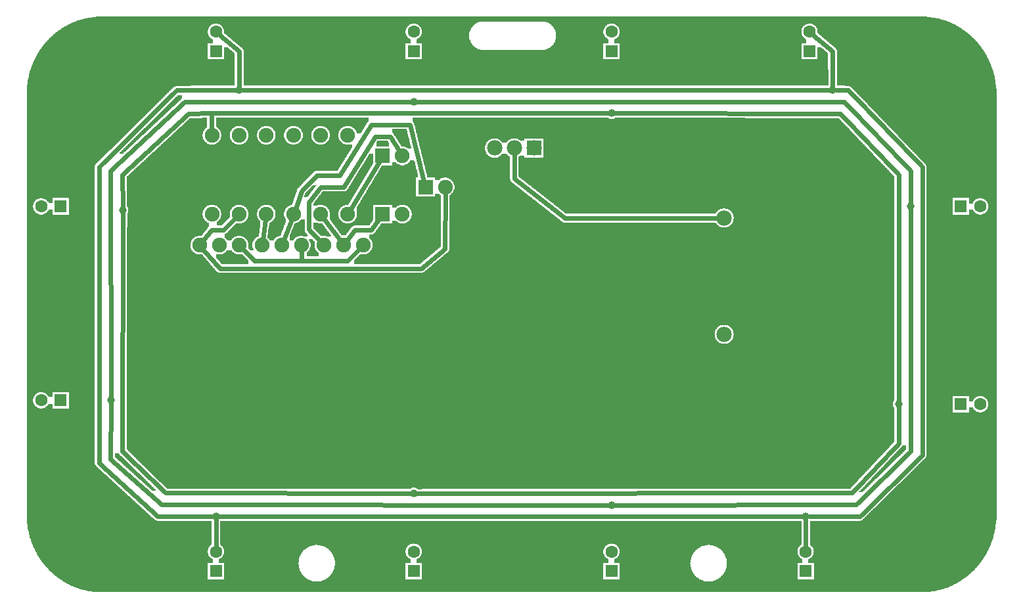
<source format=gtl>
G04 MADE WITH FRITZING*
G04 WWW.FRITZING.ORG*
G04 DOUBLE SIDED*
G04 HOLES PLATED*
G04 CONTOUR ON CENTER OF CONTOUR VECTOR*
%ASAXBY*%
%FSLAX23Y23*%
%MOIN*%
%OFA0B0*%
%SFA1.0B1.0*%
%ADD10C,0.075000*%
%ADD11C,0.039370*%
%ADD12C,0.078000*%
%ADD13C,0.062992*%
%ADD14R,0.075000X0.075000*%
%ADD15R,0.078000X0.078000*%
%ADD16R,0.062992X0.062992*%
%ADD17C,0.024000*%
%LNCOPPER1*%
G90*
G70*
G54D10*
X885Y2390D03*
X4145Y2879D03*
X1873Y2141D03*
G54D11*
X1118Y2588D03*
X2004Y2529D03*
X3007Y2470D03*
X4129Y2588D03*
X4523Y1998D03*
X4464Y994D03*
X3992Y423D03*
X1000Y423D03*
X3007Y482D03*
X2004Y541D03*
X468Y1013D03*
X527Y1978D03*
G54D10*
X918Y1801D03*
X1018Y1801D03*
X1118Y1801D03*
X1233Y1801D03*
X1333Y1801D03*
X1433Y1801D03*
X1548Y1801D03*
X1648Y1801D03*
X1748Y1801D03*
X1846Y1958D03*
X1946Y1958D03*
X1846Y2254D03*
X1946Y2254D03*
X2063Y2096D03*
X2163Y2096D03*
X1669Y1958D03*
X1669Y2358D03*
X1531Y1958D03*
X1531Y2358D03*
X1393Y1958D03*
X1393Y2358D03*
X1255Y1958D03*
X1255Y2358D03*
X980Y1958D03*
X980Y2358D03*
X1118Y1958D03*
X1118Y2358D03*
G54D12*
X2614Y2293D03*
X2514Y2293D03*
X2414Y2293D03*
G54D13*
X3007Y2785D03*
X3007Y2883D03*
X4779Y994D03*
X4878Y994D03*
X212Y1998D03*
X114Y1998D03*
X3007Y147D03*
X3007Y246D03*
X2003Y147D03*
X2003Y246D03*
X212Y1013D03*
X114Y1013D03*
X4011Y2785D03*
X4011Y2883D03*
X4779Y1998D03*
X4878Y1998D03*
X1000Y147D03*
X1000Y246D03*
X2003Y2785D03*
X2003Y2883D03*
X3992Y147D03*
X3992Y246D03*
X1000Y2785D03*
X1000Y2883D03*
G54D12*
X3578Y1348D03*
X3578Y1939D03*
G54D14*
X1846Y1958D03*
X1846Y2254D03*
X2063Y2096D03*
G54D15*
X2614Y2293D03*
G54D16*
X3007Y2785D03*
X4779Y994D03*
X212Y1998D03*
X3007Y147D03*
X2003Y147D03*
X212Y1013D03*
X4011Y2785D03*
X4779Y1998D03*
X1000Y147D03*
X2003Y2785D03*
X3992Y147D03*
X1000Y2785D03*
G54D17*
X978Y2470D02*
X861Y2468D01*
D02*
X802Y2587D02*
X407Y2197D01*
D02*
X978Y2470D02*
X979Y2387D01*
D02*
X407Y2197D02*
X407Y696D01*
D02*
X407Y696D02*
X703Y425D01*
D02*
X703Y425D02*
X981Y423D01*
D02*
X1099Y2588D02*
X802Y2587D01*
D02*
X4464Y795D02*
X4227Y543D01*
D02*
X4227Y543D02*
X2022Y541D01*
D02*
X4464Y975D02*
X4464Y795D01*
D02*
X4247Y484D02*
X4523Y755D01*
D02*
X4523Y755D02*
X4523Y1979D01*
D02*
X3026Y482D02*
X4247Y484D01*
D02*
X3973Y423D02*
X1019Y423D01*
D02*
X4267Y425D02*
X4011Y423D01*
D02*
X4583Y736D02*
X4267Y425D01*
D02*
X4583Y2197D02*
X4583Y736D01*
D02*
X4208Y2587D02*
X4583Y2197D01*
D02*
X4148Y2588D02*
X4208Y2587D01*
D02*
X4464Y2157D02*
X4168Y2468D01*
D02*
X4168Y2468D02*
X3026Y2470D01*
D02*
X4464Y1013D02*
X4464Y2157D01*
D02*
X4523Y2177D02*
X4188Y2527D01*
D02*
X4188Y2527D02*
X2022Y2529D01*
D02*
X4523Y2017D02*
X4523Y2177D01*
D02*
X4111Y2588D02*
X1137Y2588D01*
D02*
X1118Y2784D02*
X1118Y2607D01*
D02*
X3992Y404D02*
X3992Y273D01*
D02*
X1000Y404D02*
X1000Y273D01*
D02*
X861Y2468D02*
X525Y2157D01*
D02*
X525Y2157D02*
X527Y1997D01*
D02*
X2988Y2470D02*
X978Y2470D01*
D02*
X525Y755D02*
X743Y543D01*
D02*
X743Y543D02*
X1985Y541D01*
D02*
X527Y1959D02*
X525Y755D01*
D02*
X841Y2527D02*
X466Y2177D01*
D02*
X466Y2177D02*
X468Y1032D01*
D02*
X1985Y2529D02*
X841Y2527D01*
D02*
X723Y484D02*
X466Y716D01*
D02*
X466Y716D02*
X468Y994D01*
D02*
X2988Y482D02*
X723Y484D01*
D02*
X4032Y2866D02*
X4129Y2784D01*
D02*
X4129Y2784D02*
X4129Y2607D01*
D02*
X1020Y2866D02*
X1118Y2784D01*
D02*
X1548Y1935D02*
X1631Y1824D01*
D02*
X1383Y1932D02*
X1343Y1827D01*
D02*
X1039Y1878D02*
X978Y1878D01*
D02*
X978Y1878D02*
X935Y1823D01*
D02*
X1098Y1938D02*
X1039Y1878D01*
D02*
X1020Y1682D02*
X2042Y1682D01*
D02*
X2042Y1682D02*
X2162Y1782D01*
D02*
X2162Y1782D02*
X2163Y2067D01*
D02*
X936Y1779D02*
X1020Y1682D01*
D02*
X1789Y1878D02*
X1829Y1935D01*
D02*
X1706Y1878D02*
X1789Y1878D01*
D02*
X1665Y1824D02*
X1706Y1878D01*
D02*
X1684Y1983D02*
X1831Y2229D01*
D02*
X1471Y1880D02*
X1528Y1821D01*
D02*
X1884Y2351D02*
X1807Y2351D01*
D02*
X1807Y2351D02*
X1649Y2096D01*
D02*
X1649Y2096D02*
X1531Y2096D01*
D02*
X1531Y2096D02*
X1471Y2018D01*
D02*
X1471Y2018D02*
X1471Y1880D01*
D02*
X1931Y2278D02*
X1884Y2351D01*
D02*
X1433Y2076D02*
X1403Y1985D01*
D02*
X1511Y2156D02*
X1433Y2076D01*
D02*
X1629Y2156D02*
X1511Y2156D01*
D02*
X1787Y2411D02*
X1629Y2156D01*
D02*
X1984Y2411D02*
X1787Y2411D01*
D02*
X2056Y2124D02*
X1984Y2411D01*
D02*
X1251Y1930D02*
X1237Y1829D01*
D02*
X1433Y1722D02*
X1433Y1772D01*
D02*
X1196Y1722D02*
X1433Y1722D01*
D02*
X1138Y1780D02*
X1196Y1722D01*
D02*
X1669Y1722D02*
X1727Y1781D01*
D02*
X1433Y1722D02*
X1669Y1722D01*
D02*
X2770Y1937D02*
X3548Y1939D01*
D02*
X2515Y2137D02*
X2770Y1937D01*
D02*
X2514Y2263D02*
X2515Y2137D01*
G36*
X930Y2448D02*
X930Y2446D01*
X868Y2446D01*
X868Y2444D01*
X866Y2444D01*
X866Y2442D01*
X864Y2442D01*
X864Y2440D01*
X862Y2440D01*
X862Y2438D01*
X860Y2438D01*
X860Y2436D01*
X858Y2436D01*
X858Y2434D01*
X856Y2434D01*
X856Y2432D01*
X854Y2432D01*
X854Y2430D01*
X852Y2430D01*
X852Y2428D01*
X848Y2428D01*
X848Y2426D01*
X846Y2426D01*
X846Y2424D01*
X844Y2424D01*
X844Y2422D01*
X842Y2422D01*
X842Y2420D01*
X840Y2420D01*
X840Y2418D01*
X838Y2418D01*
X838Y2416D01*
X836Y2416D01*
X836Y2414D01*
X834Y2414D01*
X834Y2412D01*
X832Y2412D01*
X832Y2410D01*
X830Y2410D01*
X830Y2408D01*
X828Y2408D01*
X828Y2406D01*
X826Y2406D01*
X826Y2404D01*
X824Y2404D01*
X824Y2402D01*
X820Y2402D01*
X820Y2400D01*
X818Y2400D01*
X818Y2398D01*
X816Y2398D01*
X816Y2396D01*
X814Y2396D01*
X814Y2394D01*
X812Y2394D01*
X812Y2392D01*
X810Y2392D01*
X810Y2390D01*
X808Y2390D01*
X808Y2388D01*
X806Y2388D01*
X806Y2386D01*
X804Y2386D01*
X804Y2384D01*
X802Y2384D01*
X802Y2382D01*
X800Y2382D01*
X800Y2380D01*
X798Y2380D01*
X798Y2378D01*
X794Y2378D01*
X794Y2376D01*
X792Y2376D01*
X792Y2374D01*
X790Y2374D01*
X790Y2372D01*
X788Y2372D01*
X788Y2370D01*
X786Y2370D01*
X786Y2368D01*
X784Y2368D01*
X784Y2366D01*
X782Y2366D01*
X782Y2364D01*
X780Y2364D01*
X780Y2362D01*
X778Y2362D01*
X778Y2360D01*
X776Y2360D01*
X776Y2358D01*
X774Y2358D01*
X774Y2356D01*
X772Y2356D01*
X772Y2354D01*
X770Y2354D01*
X770Y2352D01*
X766Y2352D01*
X766Y2350D01*
X764Y2350D01*
X764Y2348D01*
X762Y2348D01*
X762Y2346D01*
X760Y2346D01*
X760Y2344D01*
X758Y2344D01*
X758Y2342D01*
X756Y2342D01*
X756Y2340D01*
X754Y2340D01*
X754Y2338D01*
X752Y2338D01*
X752Y2336D01*
X750Y2336D01*
X750Y2334D01*
X748Y2334D01*
X748Y2332D01*
X746Y2332D01*
X746Y2330D01*
X744Y2330D01*
X744Y2328D01*
X740Y2328D01*
X740Y2326D01*
X738Y2326D01*
X738Y2324D01*
X736Y2324D01*
X736Y2322D01*
X734Y2322D01*
X734Y2320D01*
X732Y2320D01*
X732Y2318D01*
X730Y2318D01*
X730Y2316D01*
X728Y2316D01*
X728Y2314D01*
X726Y2314D01*
X726Y2312D01*
X724Y2312D01*
X724Y2310D01*
X976Y2310D01*
X976Y2312D01*
X966Y2312D01*
X966Y2314D01*
X960Y2314D01*
X960Y2316D01*
X956Y2316D01*
X956Y2318D01*
X954Y2318D01*
X954Y2320D01*
X950Y2320D01*
X950Y2322D01*
X948Y2322D01*
X948Y2324D01*
X946Y2324D01*
X946Y2326D01*
X944Y2326D01*
X944Y2328D01*
X942Y2328D01*
X942Y2332D01*
X940Y2332D01*
X940Y2334D01*
X938Y2334D01*
X938Y2338D01*
X936Y2338D01*
X936Y2344D01*
X934Y2344D01*
X934Y2352D01*
X932Y2352D01*
X932Y2366D01*
X934Y2366D01*
X934Y2374D01*
X936Y2374D01*
X936Y2378D01*
X938Y2378D01*
X938Y2382D01*
X940Y2382D01*
X940Y2386D01*
X942Y2386D01*
X942Y2388D01*
X944Y2388D01*
X944Y2390D01*
X946Y2390D01*
X946Y2392D01*
X948Y2392D01*
X948Y2394D01*
X950Y2394D01*
X950Y2396D01*
X952Y2396D01*
X952Y2398D01*
X956Y2398D01*
X956Y2448D01*
X930Y2448D01*
G37*
D02*
G36*
X1000Y2448D02*
X1000Y2406D01*
X1676Y2406D01*
X1676Y2404D01*
X1684Y2404D01*
X1684Y2402D01*
X1690Y2402D01*
X1690Y2400D01*
X1692Y2400D01*
X1692Y2398D01*
X1696Y2398D01*
X1696Y2396D01*
X1698Y2396D01*
X1698Y2394D01*
X1702Y2394D01*
X1702Y2392D01*
X1704Y2392D01*
X1704Y2388D01*
X1706Y2388D01*
X1706Y2386D01*
X1708Y2386D01*
X1708Y2384D01*
X1710Y2384D01*
X1710Y2380D01*
X1712Y2380D01*
X1712Y2376D01*
X1714Y2376D01*
X1714Y2368D01*
X1734Y2368D01*
X1734Y2370D01*
X1736Y2370D01*
X1736Y2372D01*
X1738Y2372D01*
X1738Y2376D01*
X1740Y2376D01*
X1740Y2380D01*
X1742Y2380D01*
X1742Y2382D01*
X1744Y2382D01*
X1744Y2386D01*
X1746Y2386D01*
X1746Y2388D01*
X1748Y2388D01*
X1748Y2392D01*
X1750Y2392D01*
X1750Y2396D01*
X1752Y2396D01*
X1752Y2398D01*
X1754Y2398D01*
X1754Y2402D01*
X1756Y2402D01*
X1756Y2404D01*
X1758Y2404D01*
X1758Y2408D01*
X1760Y2408D01*
X1760Y2412D01*
X1762Y2412D01*
X1762Y2414D01*
X1764Y2414D01*
X1764Y2418D01*
X1766Y2418D01*
X1766Y2422D01*
X1768Y2422D01*
X1768Y2424D01*
X1770Y2424D01*
X1770Y2426D01*
X1772Y2426D01*
X1772Y2428D01*
X1774Y2428D01*
X1774Y2448D01*
X1000Y2448D01*
G37*
D02*
G36*
X1998Y2448D02*
X1998Y2440D01*
X3002Y2440D01*
X3002Y2442D01*
X2996Y2442D01*
X2996Y2444D01*
X2992Y2444D01*
X2992Y2446D01*
X2990Y2446D01*
X2990Y2448D01*
X1998Y2448D01*
G37*
D02*
G36*
X3026Y2448D02*
X3026Y2446D01*
X3024Y2446D01*
X3024Y2444D01*
X3020Y2444D01*
X3020Y2442D01*
X3012Y2442D01*
X3012Y2440D01*
X4164Y2440D01*
X4164Y2442D01*
X4162Y2442D01*
X4162Y2444D01*
X4160Y2444D01*
X4160Y2446D01*
X3684Y2446D01*
X3684Y2448D01*
X3026Y2448D01*
G37*
D02*
G36*
X1998Y2440D02*
X1998Y2438D01*
X4166Y2438D01*
X4166Y2440D01*
X1998Y2440D01*
G37*
D02*
G36*
X1998Y2440D02*
X1998Y2438D01*
X4166Y2438D01*
X4166Y2440D01*
X1998Y2440D01*
G37*
D02*
G36*
X1998Y2438D02*
X1998Y2428D01*
X2000Y2428D01*
X2000Y2426D01*
X2002Y2426D01*
X2002Y2422D01*
X2004Y2422D01*
X2004Y2418D01*
X2006Y2418D01*
X2006Y2412D01*
X2008Y2412D01*
X2008Y2404D01*
X2010Y2404D01*
X2010Y2396D01*
X2012Y2396D01*
X2012Y2388D01*
X2014Y2388D01*
X2014Y2380D01*
X2016Y2380D01*
X2016Y2372D01*
X2018Y2372D01*
X2018Y2364D01*
X2020Y2364D01*
X2020Y2356D01*
X2022Y2356D01*
X2022Y2348D01*
X2024Y2348D01*
X2024Y2342D01*
X2662Y2342D01*
X2662Y2244D01*
X4350Y2244D01*
X4350Y2246D01*
X4348Y2246D01*
X4348Y2248D01*
X4346Y2248D01*
X4346Y2250D01*
X4344Y2250D01*
X4344Y2252D01*
X4342Y2252D01*
X4342Y2254D01*
X4340Y2254D01*
X4340Y2256D01*
X4338Y2256D01*
X4338Y2258D01*
X4336Y2258D01*
X4336Y2262D01*
X4334Y2262D01*
X4334Y2264D01*
X4332Y2264D01*
X4332Y2266D01*
X4330Y2266D01*
X4330Y2268D01*
X4328Y2268D01*
X4328Y2270D01*
X4326Y2270D01*
X4326Y2272D01*
X4324Y2272D01*
X4324Y2274D01*
X4322Y2274D01*
X4322Y2276D01*
X4320Y2276D01*
X4320Y2278D01*
X4318Y2278D01*
X4318Y2280D01*
X4316Y2280D01*
X4316Y2282D01*
X4314Y2282D01*
X4314Y2284D01*
X4312Y2284D01*
X4312Y2286D01*
X4310Y2286D01*
X4310Y2288D01*
X4308Y2288D01*
X4308Y2290D01*
X4306Y2290D01*
X4306Y2292D01*
X4304Y2292D01*
X4304Y2294D01*
X4302Y2294D01*
X4302Y2296D01*
X4300Y2296D01*
X4300Y2298D01*
X4298Y2298D01*
X4298Y2300D01*
X4296Y2300D01*
X4296Y2304D01*
X4294Y2304D01*
X4294Y2306D01*
X4292Y2306D01*
X4292Y2308D01*
X4290Y2308D01*
X4290Y2310D01*
X4288Y2310D01*
X4288Y2312D01*
X4286Y2312D01*
X4286Y2314D01*
X4284Y2314D01*
X4284Y2316D01*
X4282Y2316D01*
X4282Y2318D01*
X4280Y2318D01*
X4280Y2320D01*
X4278Y2320D01*
X4278Y2322D01*
X4276Y2322D01*
X4276Y2324D01*
X4274Y2324D01*
X4274Y2326D01*
X4272Y2326D01*
X4272Y2328D01*
X4270Y2328D01*
X4270Y2330D01*
X4268Y2330D01*
X4268Y2332D01*
X4266Y2332D01*
X4266Y2334D01*
X4264Y2334D01*
X4264Y2336D01*
X4262Y2336D01*
X4262Y2338D01*
X4260Y2338D01*
X4260Y2340D01*
X4258Y2340D01*
X4258Y2342D01*
X4256Y2342D01*
X4256Y2346D01*
X4254Y2346D01*
X4254Y2348D01*
X4252Y2348D01*
X4252Y2350D01*
X4250Y2350D01*
X4250Y2352D01*
X4248Y2352D01*
X4248Y2354D01*
X4246Y2354D01*
X4246Y2356D01*
X4244Y2356D01*
X4244Y2358D01*
X4242Y2358D01*
X4242Y2360D01*
X4240Y2360D01*
X4240Y2362D01*
X4238Y2362D01*
X4238Y2364D01*
X4236Y2364D01*
X4236Y2366D01*
X4234Y2366D01*
X4234Y2368D01*
X4232Y2368D01*
X4232Y2370D01*
X4230Y2370D01*
X4230Y2372D01*
X4228Y2372D01*
X4228Y2374D01*
X4226Y2374D01*
X4226Y2376D01*
X4224Y2376D01*
X4224Y2378D01*
X4222Y2378D01*
X4222Y2380D01*
X4220Y2380D01*
X4220Y2382D01*
X4218Y2382D01*
X4218Y2384D01*
X4216Y2384D01*
X4216Y2388D01*
X4214Y2388D01*
X4214Y2390D01*
X4212Y2390D01*
X4212Y2392D01*
X4210Y2392D01*
X4210Y2394D01*
X4208Y2394D01*
X4208Y2396D01*
X4206Y2396D01*
X4206Y2398D01*
X4204Y2398D01*
X4204Y2400D01*
X4202Y2400D01*
X4202Y2402D01*
X4200Y2402D01*
X4200Y2404D01*
X4198Y2404D01*
X4198Y2406D01*
X4196Y2406D01*
X4196Y2408D01*
X4194Y2408D01*
X4194Y2410D01*
X4192Y2410D01*
X4192Y2412D01*
X4190Y2412D01*
X4190Y2414D01*
X4188Y2414D01*
X4188Y2416D01*
X4186Y2416D01*
X4186Y2418D01*
X4184Y2418D01*
X4184Y2420D01*
X4182Y2420D01*
X4182Y2422D01*
X4180Y2422D01*
X4180Y2424D01*
X4178Y2424D01*
X4178Y2426D01*
X4176Y2426D01*
X4176Y2430D01*
X4174Y2430D01*
X4174Y2432D01*
X4172Y2432D01*
X4172Y2434D01*
X4170Y2434D01*
X4170Y2436D01*
X4168Y2436D01*
X4168Y2438D01*
X1998Y2438D01*
G37*
D02*
G36*
X1000Y2406D02*
X1000Y2400D01*
X1004Y2400D01*
X1004Y2398D01*
X1008Y2398D01*
X1008Y2396D01*
X1010Y2396D01*
X1010Y2394D01*
X1012Y2394D01*
X1012Y2392D01*
X1014Y2392D01*
X1014Y2390D01*
X1016Y2390D01*
X1016Y2388D01*
X1018Y2388D01*
X1018Y2384D01*
X1020Y2384D01*
X1020Y2382D01*
X1022Y2382D01*
X1022Y2378D01*
X1024Y2378D01*
X1024Y2372D01*
X1026Y2372D01*
X1026Y2364D01*
X1028Y2364D01*
X1028Y2352D01*
X1026Y2352D01*
X1026Y2344D01*
X1024Y2344D01*
X1024Y2338D01*
X1022Y2338D01*
X1022Y2336D01*
X1020Y2336D01*
X1020Y2332D01*
X1018Y2332D01*
X1018Y2330D01*
X1016Y2330D01*
X1016Y2326D01*
X1014Y2326D01*
X1014Y2324D01*
X1012Y2324D01*
X1012Y2322D01*
X1008Y2322D01*
X1008Y2320D01*
X1006Y2320D01*
X1006Y2318D01*
X1002Y2318D01*
X1002Y2316D01*
X1000Y2316D01*
X1000Y2314D01*
X994Y2314D01*
X994Y2312D01*
X984Y2312D01*
X984Y2310D01*
X1114Y2310D01*
X1114Y2312D01*
X1104Y2312D01*
X1104Y2314D01*
X1098Y2314D01*
X1098Y2316D01*
X1094Y2316D01*
X1094Y2318D01*
X1092Y2318D01*
X1092Y2320D01*
X1088Y2320D01*
X1088Y2322D01*
X1086Y2322D01*
X1086Y2324D01*
X1084Y2324D01*
X1084Y2326D01*
X1082Y2326D01*
X1082Y2328D01*
X1080Y2328D01*
X1080Y2330D01*
X1078Y2330D01*
X1078Y2334D01*
X1076Y2334D01*
X1076Y2338D01*
X1074Y2338D01*
X1074Y2342D01*
X1072Y2342D01*
X1072Y2350D01*
X1070Y2350D01*
X1070Y2366D01*
X1072Y2366D01*
X1072Y2374D01*
X1074Y2374D01*
X1074Y2378D01*
X1076Y2378D01*
X1076Y2382D01*
X1078Y2382D01*
X1078Y2386D01*
X1080Y2386D01*
X1080Y2388D01*
X1082Y2388D01*
X1082Y2390D01*
X1084Y2390D01*
X1084Y2392D01*
X1086Y2392D01*
X1086Y2394D01*
X1088Y2394D01*
X1088Y2396D01*
X1090Y2396D01*
X1090Y2398D01*
X1094Y2398D01*
X1094Y2400D01*
X1098Y2400D01*
X1098Y2402D01*
X1102Y2402D01*
X1102Y2404D01*
X1110Y2404D01*
X1110Y2406D01*
X1000Y2406D01*
G37*
D02*
G36*
X1126Y2406D02*
X1126Y2404D01*
X1132Y2404D01*
X1132Y2402D01*
X1138Y2402D01*
X1138Y2400D01*
X1142Y2400D01*
X1142Y2398D01*
X1144Y2398D01*
X1144Y2396D01*
X1148Y2396D01*
X1148Y2394D01*
X1150Y2394D01*
X1150Y2392D01*
X1152Y2392D01*
X1152Y2390D01*
X1154Y2390D01*
X1154Y2388D01*
X1156Y2388D01*
X1156Y2384D01*
X1158Y2384D01*
X1158Y2382D01*
X1160Y2382D01*
X1160Y2378D01*
X1162Y2378D01*
X1162Y2372D01*
X1164Y2372D01*
X1164Y2362D01*
X1166Y2362D01*
X1166Y2356D01*
X1164Y2356D01*
X1164Y2344D01*
X1162Y2344D01*
X1162Y2338D01*
X1160Y2338D01*
X1160Y2336D01*
X1158Y2336D01*
X1158Y2332D01*
X1156Y2332D01*
X1156Y2330D01*
X1154Y2330D01*
X1154Y2326D01*
X1152Y2326D01*
X1152Y2324D01*
X1150Y2324D01*
X1150Y2322D01*
X1146Y2322D01*
X1146Y2320D01*
X1144Y2320D01*
X1144Y2318D01*
X1140Y2318D01*
X1140Y2316D01*
X1138Y2316D01*
X1138Y2314D01*
X1132Y2314D01*
X1132Y2312D01*
X1122Y2312D01*
X1122Y2310D01*
X1252Y2310D01*
X1252Y2312D01*
X1242Y2312D01*
X1242Y2314D01*
X1236Y2314D01*
X1236Y2316D01*
X1232Y2316D01*
X1232Y2318D01*
X1228Y2318D01*
X1228Y2320D01*
X1226Y2320D01*
X1226Y2322D01*
X1224Y2322D01*
X1224Y2324D01*
X1222Y2324D01*
X1222Y2326D01*
X1220Y2326D01*
X1220Y2328D01*
X1218Y2328D01*
X1218Y2330D01*
X1216Y2330D01*
X1216Y2334D01*
X1214Y2334D01*
X1214Y2338D01*
X1212Y2338D01*
X1212Y2342D01*
X1210Y2342D01*
X1210Y2348D01*
X1208Y2348D01*
X1208Y2368D01*
X1210Y2368D01*
X1210Y2374D01*
X1212Y2374D01*
X1212Y2380D01*
X1214Y2380D01*
X1214Y2382D01*
X1216Y2382D01*
X1216Y2386D01*
X1218Y2386D01*
X1218Y2388D01*
X1220Y2388D01*
X1220Y2390D01*
X1222Y2390D01*
X1222Y2392D01*
X1224Y2392D01*
X1224Y2394D01*
X1226Y2394D01*
X1226Y2396D01*
X1228Y2396D01*
X1228Y2398D01*
X1232Y2398D01*
X1232Y2400D01*
X1236Y2400D01*
X1236Y2402D01*
X1240Y2402D01*
X1240Y2404D01*
X1248Y2404D01*
X1248Y2406D01*
X1126Y2406D01*
G37*
D02*
G36*
X1264Y2406D02*
X1264Y2404D01*
X1270Y2404D01*
X1270Y2402D01*
X1276Y2402D01*
X1276Y2400D01*
X1280Y2400D01*
X1280Y2398D01*
X1282Y2398D01*
X1282Y2396D01*
X1286Y2396D01*
X1286Y2394D01*
X1288Y2394D01*
X1288Y2392D01*
X1290Y2392D01*
X1290Y2390D01*
X1292Y2390D01*
X1292Y2386D01*
X1294Y2386D01*
X1294Y2384D01*
X1296Y2384D01*
X1296Y2380D01*
X1298Y2380D01*
X1298Y2378D01*
X1300Y2378D01*
X1300Y2370D01*
X1302Y2370D01*
X1302Y2346D01*
X1300Y2346D01*
X1300Y2340D01*
X1298Y2340D01*
X1298Y2336D01*
X1296Y2336D01*
X1296Y2332D01*
X1294Y2332D01*
X1294Y2330D01*
X1292Y2330D01*
X1292Y2328D01*
X1290Y2328D01*
X1290Y2324D01*
X1286Y2324D01*
X1286Y2322D01*
X1284Y2322D01*
X1284Y2320D01*
X1282Y2320D01*
X1282Y2318D01*
X1278Y2318D01*
X1278Y2316D01*
X1274Y2316D01*
X1274Y2314D01*
X1268Y2314D01*
X1268Y2312D01*
X1260Y2312D01*
X1260Y2310D01*
X1390Y2310D01*
X1390Y2312D01*
X1380Y2312D01*
X1380Y2314D01*
X1374Y2314D01*
X1374Y2316D01*
X1370Y2316D01*
X1370Y2318D01*
X1366Y2318D01*
X1366Y2320D01*
X1364Y2320D01*
X1364Y2322D01*
X1362Y2322D01*
X1362Y2324D01*
X1360Y2324D01*
X1360Y2326D01*
X1358Y2326D01*
X1358Y2328D01*
X1356Y2328D01*
X1356Y2330D01*
X1354Y2330D01*
X1354Y2334D01*
X1352Y2334D01*
X1352Y2338D01*
X1350Y2338D01*
X1350Y2342D01*
X1348Y2342D01*
X1348Y2348D01*
X1346Y2348D01*
X1346Y2368D01*
X1348Y2368D01*
X1348Y2376D01*
X1350Y2376D01*
X1350Y2380D01*
X1352Y2380D01*
X1352Y2384D01*
X1354Y2384D01*
X1354Y2386D01*
X1356Y2386D01*
X1356Y2388D01*
X1358Y2388D01*
X1358Y2392D01*
X1362Y2392D01*
X1362Y2394D01*
X1364Y2394D01*
X1364Y2396D01*
X1366Y2396D01*
X1366Y2398D01*
X1370Y2398D01*
X1370Y2400D01*
X1372Y2400D01*
X1372Y2402D01*
X1378Y2402D01*
X1378Y2404D01*
X1386Y2404D01*
X1386Y2406D01*
X1264Y2406D01*
G37*
D02*
G36*
X1402Y2406D02*
X1402Y2404D01*
X1408Y2404D01*
X1408Y2402D01*
X1414Y2402D01*
X1414Y2400D01*
X1418Y2400D01*
X1418Y2398D01*
X1420Y2398D01*
X1420Y2396D01*
X1422Y2396D01*
X1422Y2394D01*
X1426Y2394D01*
X1426Y2392D01*
X1428Y2392D01*
X1428Y2390D01*
X1430Y2390D01*
X1430Y2386D01*
X1432Y2386D01*
X1432Y2384D01*
X1434Y2384D01*
X1434Y2380D01*
X1436Y2380D01*
X1436Y2376D01*
X1438Y2376D01*
X1438Y2370D01*
X1440Y2370D01*
X1440Y2346D01*
X1438Y2346D01*
X1438Y2340D01*
X1436Y2340D01*
X1436Y2336D01*
X1434Y2336D01*
X1434Y2332D01*
X1432Y2332D01*
X1432Y2330D01*
X1430Y2330D01*
X1430Y2328D01*
X1428Y2328D01*
X1428Y2324D01*
X1424Y2324D01*
X1424Y2322D01*
X1422Y2322D01*
X1422Y2320D01*
X1420Y2320D01*
X1420Y2318D01*
X1416Y2318D01*
X1416Y2316D01*
X1412Y2316D01*
X1412Y2314D01*
X1406Y2314D01*
X1406Y2312D01*
X1396Y2312D01*
X1396Y2310D01*
X1528Y2310D01*
X1528Y2312D01*
X1518Y2312D01*
X1518Y2314D01*
X1512Y2314D01*
X1512Y2316D01*
X1508Y2316D01*
X1508Y2318D01*
X1504Y2318D01*
X1504Y2320D01*
X1502Y2320D01*
X1502Y2322D01*
X1500Y2322D01*
X1500Y2324D01*
X1498Y2324D01*
X1498Y2326D01*
X1496Y2326D01*
X1496Y2328D01*
X1494Y2328D01*
X1494Y2330D01*
X1492Y2330D01*
X1492Y2334D01*
X1490Y2334D01*
X1490Y2336D01*
X1488Y2336D01*
X1488Y2340D01*
X1486Y2340D01*
X1486Y2348D01*
X1484Y2348D01*
X1484Y2370D01*
X1486Y2370D01*
X1486Y2376D01*
X1488Y2376D01*
X1488Y2380D01*
X1490Y2380D01*
X1490Y2384D01*
X1492Y2384D01*
X1492Y2386D01*
X1494Y2386D01*
X1494Y2388D01*
X1496Y2388D01*
X1496Y2392D01*
X1498Y2392D01*
X1498Y2394D01*
X1502Y2394D01*
X1502Y2396D01*
X1504Y2396D01*
X1504Y2398D01*
X1508Y2398D01*
X1508Y2400D01*
X1510Y2400D01*
X1510Y2402D01*
X1516Y2402D01*
X1516Y2404D01*
X1524Y2404D01*
X1524Y2406D01*
X1402Y2406D01*
G37*
D02*
G36*
X1538Y2406D02*
X1538Y2404D01*
X1546Y2404D01*
X1546Y2402D01*
X1552Y2402D01*
X1552Y2400D01*
X1556Y2400D01*
X1556Y2398D01*
X1558Y2398D01*
X1558Y2396D01*
X1560Y2396D01*
X1560Y2394D01*
X1564Y2394D01*
X1564Y2392D01*
X1566Y2392D01*
X1566Y2388D01*
X1568Y2388D01*
X1568Y2386D01*
X1570Y2386D01*
X1570Y2384D01*
X1572Y2384D01*
X1572Y2380D01*
X1574Y2380D01*
X1574Y2376D01*
X1576Y2376D01*
X1576Y2370D01*
X1578Y2370D01*
X1578Y2348D01*
X1576Y2348D01*
X1576Y2340D01*
X1574Y2340D01*
X1574Y2336D01*
X1572Y2336D01*
X1572Y2332D01*
X1570Y2332D01*
X1570Y2330D01*
X1568Y2330D01*
X1568Y2328D01*
X1566Y2328D01*
X1566Y2326D01*
X1564Y2326D01*
X1564Y2324D01*
X1562Y2324D01*
X1562Y2322D01*
X1560Y2322D01*
X1560Y2320D01*
X1558Y2320D01*
X1558Y2318D01*
X1554Y2318D01*
X1554Y2316D01*
X1550Y2316D01*
X1550Y2314D01*
X1544Y2314D01*
X1544Y2312D01*
X1534Y2312D01*
X1534Y2310D01*
X1666Y2310D01*
X1666Y2312D01*
X1656Y2312D01*
X1656Y2314D01*
X1650Y2314D01*
X1650Y2316D01*
X1646Y2316D01*
X1646Y2318D01*
X1642Y2318D01*
X1642Y2320D01*
X1640Y2320D01*
X1640Y2322D01*
X1638Y2322D01*
X1638Y2324D01*
X1636Y2324D01*
X1636Y2326D01*
X1634Y2326D01*
X1634Y2328D01*
X1632Y2328D01*
X1632Y2330D01*
X1630Y2330D01*
X1630Y2332D01*
X1628Y2332D01*
X1628Y2336D01*
X1626Y2336D01*
X1626Y2340D01*
X1624Y2340D01*
X1624Y2346D01*
X1622Y2346D01*
X1622Y2370D01*
X1624Y2370D01*
X1624Y2376D01*
X1626Y2376D01*
X1626Y2380D01*
X1628Y2380D01*
X1628Y2384D01*
X1630Y2384D01*
X1630Y2386D01*
X1632Y2386D01*
X1632Y2390D01*
X1634Y2390D01*
X1634Y2392D01*
X1636Y2392D01*
X1636Y2394D01*
X1640Y2394D01*
X1640Y2396D01*
X1642Y2396D01*
X1642Y2398D01*
X1644Y2398D01*
X1644Y2400D01*
X1648Y2400D01*
X1648Y2402D01*
X1654Y2402D01*
X1654Y2404D01*
X1662Y2404D01*
X1662Y2406D01*
X1538Y2406D01*
G37*
D02*
G36*
X2024Y2342D02*
X2024Y2340D01*
X2026Y2340D01*
X2026Y2330D01*
X2028Y2330D01*
X2028Y2322D01*
X2030Y2322D01*
X2030Y2314D01*
X2032Y2314D01*
X2032Y2306D01*
X2034Y2306D01*
X2034Y2298D01*
X2036Y2298D01*
X2036Y2290D01*
X2038Y2290D01*
X2038Y2282D01*
X2040Y2282D01*
X2040Y2274D01*
X2042Y2274D01*
X2042Y2266D01*
X2044Y2266D01*
X2044Y2258D01*
X2046Y2258D01*
X2046Y2250D01*
X2048Y2250D01*
X2048Y2244D01*
X2404Y2244D01*
X2404Y2246D01*
X2398Y2246D01*
X2398Y2248D01*
X2392Y2248D01*
X2392Y2250D01*
X2388Y2250D01*
X2388Y2252D01*
X2386Y2252D01*
X2386Y2254D01*
X2384Y2254D01*
X2384Y2256D01*
X2380Y2256D01*
X2380Y2258D01*
X2378Y2258D01*
X2378Y2260D01*
X2376Y2260D01*
X2376Y2264D01*
X2374Y2264D01*
X2374Y2266D01*
X2372Y2266D01*
X2372Y2270D01*
X2370Y2270D01*
X2370Y2274D01*
X2368Y2274D01*
X2368Y2280D01*
X2366Y2280D01*
X2366Y2288D01*
X2364Y2288D01*
X2364Y2298D01*
X2366Y2298D01*
X2366Y2306D01*
X2368Y2306D01*
X2368Y2312D01*
X2370Y2312D01*
X2370Y2316D01*
X2372Y2316D01*
X2372Y2320D01*
X2374Y2320D01*
X2374Y2322D01*
X2376Y2322D01*
X2376Y2324D01*
X2378Y2324D01*
X2378Y2328D01*
X2380Y2328D01*
X2380Y2330D01*
X2384Y2330D01*
X2384Y2332D01*
X2386Y2332D01*
X2386Y2334D01*
X2390Y2334D01*
X2390Y2336D01*
X2392Y2336D01*
X2392Y2338D01*
X2398Y2338D01*
X2398Y2340D01*
X2404Y2340D01*
X2404Y2342D01*
X2024Y2342D01*
G37*
D02*
G36*
X2422Y2342D02*
X2422Y2340D01*
X2430Y2340D01*
X2430Y2338D01*
X2434Y2338D01*
X2434Y2336D01*
X2438Y2336D01*
X2438Y2334D01*
X2442Y2334D01*
X2442Y2332D01*
X2444Y2332D01*
X2444Y2330D01*
X2446Y2330D01*
X2446Y2328D01*
X2448Y2328D01*
X2448Y2326D01*
X2450Y2326D01*
X2450Y2324D01*
X2452Y2324D01*
X2452Y2322D01*
X2454Y2322D01*
X2454Y2320D01*
X2474Y2320D01*
X2474Y2322D01*
X2476Y2322D01*
X2476Y2324D01*
X2478Y2324D01*
X2478Y2328D01*
X2480Y2328D01*
X2480Y2330D01*
X2484Y2330D01*
X2484Y2332D01*
X2486Y2332D01*
X2486Y2334D01*
X2490Y2334D01*
X2490Y2336D01*
X2492Y2336D01*
X2492Y2338D01*
X2498Y2338D01*
X2498Y2340D01*
X2504Y2340D01*
X2504Y2342D01*
X2422Y2342D01*
G37*
D02*
G36*
X2522Y2342D02*
X2522Y2340D01*
X2530Y2340D01*
X2530Y2338D01*
X2534Y2338D01*
X2534Y2336D01*
X2538Y2336D01*
X2538Y2334D01*
X2542Y2334D01*
X2542Y2332D01*
X2544Y2332D01*
X2544Y2330D01*
X2564Y2330D01*
X2564Y2342D01*
X2522Y2342D01*
G37*
D02*
G36*
X722Y2310D02*
X722Y2308D01*
X1690Y2308D01*
X1690Y2310D01*
X722Y2310D01*
G37*
D02*
G36*
X722Y2310D02*
X722Y2308D01*
X1690Y2308D01*
X1690Y2310D01*
X722Y2310D01*
G37*
D02*
G36*
X722Y2310D02*
X722Y2308D01*
X1690Y2308D01*
X1690Y2310D01*
X722Y2310D01*
G37*
D02*
G36*
X722Y2310D02*
X722Y2308D01*
X1690Y2308D01*
X1690Y2310D01*
X722Y2310D01*
G37*
D02*
G36*
X722Y2310D02*
X722Y2308D01*
X1690Y2308D01*
X1690Y2310D01*
X722Y2310D01*
G37*
D02*
G36*
X722Y2310D02*
X722Y2308D01*
X1690Y2308D01*
X1690Y2310D01*
X722Y2310D01*
G37*
D02*
G36*
X720Y2308D02*
X720Y2306D01*
X718Y2306D01*
X718Y2304D01*
X716Y2304D01*
X716Y2302D01*
X712Y2302D01*
X712Y2300D01*
X710Y2300D01*
X710Y2298D01*
X708Y2298D01*
X708Y2296D01*
X706Y2296D01*
X706Y2294D01*
X704Y2294D01*
X704Y2292D01*
X702Y2292D01*
X702Y2290D01*
X700Y2290D01*
X700Y2288D01*
X698Y2288D01*
X698Y2286D01*
X696Y2286D01*
X696Y2284D01*
X694Y2284D01*
X694Y2282D01*
X692Y2282D01*
X692Y2280D01*
X690Y2280D01*
X690Y2278D01*
X688Y2278D01*
X688Y2276D01*
X684Y2276D01*
X684Y2274D01*
X682Y2274D01*
X682Y2272D01*
X680Y2272D01*
X680Y2270D01*
X678Y2270D01*
X678Y2268D01*
X676Y2268D01*
X676Y2266D01*
X674Y2266D01*
X674Y2264D01*
X672Y2264D01*
X672Y2262D01*
X670Y2262D01*
X670Y2260D01*
X668Y2260D01*
X668Y2258D01*
X666Y2258D01*
X666Y2256D01*
X664Y2256D01*
X664Y2254D01*
X662Y2254D01*
X662Y2252D01*
X658Y2252D01*
X658Y2250D01*
X656Y2250D01*
X656Y2248D01*
X654Y2248D01*
X654Y2246D01*
X652Y2246D01*
X652Y2244D01*
X650Y2244D01*
X650Y2242D01*
X648Y2242D01*
X648Y2240D01*
X646Y2240D01*
X646Y2238D01*
X644Y2238D01*
X644Y2236D01*
X642Y2236D01*
X642Y2234D01*
X640Y2234D01*
X640Y2232D01*
X638Y2232D01*
X638Y2230D01*
X636Y2230D01*
X636Y2228D01*
X634Y2228D01*
X634Y2226D01*
X630Y2226D01*
X630Y2224D01*
X628Y2224D01*
X628Y2222D01*
X626Y2222D01*
X626Y2220D01*
X624Y2220D01*
X624Y2218D01*
X622Y2218D01*
X622Y2216D01*
X620Y2216D01*
X620Y2214D01*
X618Y2214D01*
X618Y2212D01*
X616Y2212D01*
X616Y2210D01*
X614Y2210D01*
X614Y2208D01*
X612Y2208D01*
X612Y2206D01*
X610Y2206D01*
X610Y2204D01*
X608Y2204D01*
X608Y2202D01*
X604Y2202D01*
X604Y2200D01*
X602Y2200D01*
X602Y2198D01*
X600Y2198D01*
X600Y2196D01*
X598Y2196D01*
X598Y2194D01*
X596Y2194D01*
X596Y2192D01*
X594Y2192D01*
X594Y2190D01*
X592Y2190D01*
X592Y2188D01*
X590Y2188D01*
X590Y2186D01*
X588Y2186D01*
X588Y2184D01*
X586Y2184D01*
X586Y2182D01*
X584Y2182D01*
X584Y2180D01*
X582Y2180D01*
X582Y2178D01*
X580Y2178D01*
X580Y2176D01*
X576Y2176D01*
X576Y2174D01*
X574Y2174D01*
X574Y2172D01*
X572Y2172D01*
X572Y2170D01*
X570Y2170D01*
X570Y2168D01*
X568Y2168D01*
X568Y2166D01*
X566Y2166D01*
X566Y2164D01*
X564Y2164D01*
X564Y2162D01*
X562Y2162D01*
X562Y2160D01*
X560Y2160D01*
X560Y2158D01*
X558Y2158D01*
X558Y2156D01*
X556Y2156D01*
X556Y2154D01*
X554Y2154D01*
X554Y2152D01*
X552Y2152D01*
X552Y2150D01*
X548Y2150D01*
X548Y2006D01*
X1264Y2006D01*
X1264Y2004D01*
X1270Y2004D01*
X1270Y2002D01*
X1276Y2002D01*
X1276Y2000D01*
X1280Y2000D01*
X1280Y1998D01*
X1282Y1998D01*
X1282Y1996D01*
X1286Y1996D01*
X1286Y1994D01*
X1288Y1994D01*
X1288Y1992D01*
X1290Y1992D01*
X1290Y1990D01*
X1292Y1990D01*
X1292Y1986D01*
X1294Y1986D01*
X1294Y1984D01*
X1296Y1984D01*
X1296Y1980D01*
X1298Y1980D01*
X1298Y1978D01*
X1300Y1978D01*
X1300Y1970D01*
X1302Y1970D01*
X1302Y1946D01*
X1300Y1946D01*
X1300Y1940D01*
X1298Y1940D01*
X1298Y1936D01*
X1296Y1936D01*
X1296Y1932D01*
X1294Y1932D01*
X1294Y1930D01*
X1292Y1930D01*
X1292Y1928D01*
X1290Y1928D01*
X1290Y1924D01*
X1286Y1924D01*
X1286Y1922D01*
X1284Y1922D01*
X1284Y1920D01*
X1282Y1920D01*
X1282Y1918D01*
X1278Y1918D01*
X1278Y1916D01*
X1274Y1916D01*
X1274Y1914D01*
X1272Y1914D01*
X1272Y1912D01*
X1270Y1912D01*
X1270Y1898D01*
X1268Y1898D01*
X1268Y1884D01*
X1266Y1884D01*
X1266Y1870D01*
X1264Y1870D01*
X1264Y1856D01*
X1262Y1856D01*
X1262Y1836D01*
X1266Y1836D01*
X1266Y1834D01*
X1268Y1834D01*
X1268Y1830D01*
X1270Y1830D01*
X1270Y1828D01*
X1272Y1828D01*
X1272Y1826D01*
X1294Y1826D01*
X1294Y1830D01*
X1296Y1830D01*
X1296Y1832D01*
X1298Y1832D01*
X1298Y1834D01*
X1300Y1834D01*
X1300Y1836D01*
X1302Y1836D01*
X1302Y1838D01*
X1304Y1838D01*
X1304Y1840D01*
X1308Y1840D01*
X1308Y1842D01*
X1312Y1842D01*
X1312Y1844D01*
X1316Y1844D01*
X1316Y1846D01*
X1322Y1846D01*
X1322Y1848D01*
X1328Y1848D01*
X1328Y1852D01*
X1330Y1852D01*
X1330Y1858D01*
X1332Y1858D01*
X1332Y1864D01*
X1334Y1864D01*
X1334Y1868D01*
X1336Y1868D01*
X1336Y1874D01*
X1338Y1874D01*
X1338Y1878D01*
X1340Y1878D01*
X1340Y1884D01*
X1342Y1884D01*
X1342Y1888D01*
X1344Y1888D01*
X1344Y1894D01*
X1346Y1894D01*
X1346Y1900D01*
X1348Y1900D01*
X1348Y1904D01*
X1350Y1904D01*
X1350Y1910D01*
X1352Y1910D01*
X1352Y1914D01*
X1354Y1914D01*
X1354Y1934D01*
X1352Y1934D01*
X1352Y1938D01*
X1350Y1938D01*
X1350Y1942D01*
X1348Y1942D01*
X1348Y1948D01*
X1346Y1948D01*
X1346Y1968D01*
X1348Y1968D01*
X1348Y1976D01*
X1350Y1976D01*
X1350Y1980D01*
X1352Y1980D01*
X1352Y1984D01*
X1354Y1984D01*
X1354Y1986D01*
X1356Y1986D01*
X1356Y1988D01*
X1358Y1988D01*
X1358Y1992D01*
X1362Y1992D01*
X1362Y1994D01*
X1364Y1994D01*
X1364Y1996D01*
X1366Y1996D01*
X1366Y1998D01*
X1370Y1998D01*
X1370Y2000D01*
X1372Y2000D01*
X1372Y2002D01*
X1378Y2002D01*
X1378Y2004D01*
X1386Y2004D01*
X1386Y2008D01*
X1388Y2008D01*
X1388Y2014D01*
X1390Y2014D01*
X1390Y2020D01*
X1392Y2020D01*
X1392Y2026D01*
X1394Y2026D01*
X1394Y2032D01*
X1396Y2032D01*
X1396Y2038D01*
X1398Y2038D01*
X1398Y2044D01*
X1400Y2044D01*
X1400Y2050D01*
X1402Y2050D01*
X1402Y2054D01*
X1404Y2054D01*
X1404Y2060D01*
X1406Y2060D01*
X1406Y2066D01*
X1408Y2066D01*
X1408Y2072D01*
X1410Y2072D01*
X1410Y2078D01*
X1412Y2078D01*
X1412Y2084D01*
X1414Y2084D01*
X1414Y2088D01*
X1416Y2088D01*
X1416Y2090D01*
X1418Y2090D01*
X1418Y2092D01*
X1420Y2092D01*
X1420Y2094D01*
X1422Y2094D01*
X1422Y2096D01*
X1424Y2096D01*
X1424Y2098D01*
X1426Y2098D01*
X1426Y2100D01*
X1428Y2100D01*
X1428Y2102D01*
X1430Y2102D01*
X1430Y2104D01*
X1432Y2104D01*
X1432Y2106D01*
X1434Y2106D01*
X1434Y2108D01*
X1436Y2108D01*
X1436Y2110D01*
X1438Y2110D01*
X1438Y2112D01*
X1440Y2112D01*
X1440Y2116D01*
X1442Y2116D01*
X1442Y2118D01*
X1444Y2118D01*
X1444Y2120D01*
X1446Y2120D01*
X1446Y2122D01*
X1448Y2122D01*
X1448Y2124D01*
X1450Y2124D01*
X1450Y2126D01*
X1452Y2126D01*
X1452Y2128D01*
X1454Y2128D01*
X1454Y2130D01*
X1456Y2130D01*
X1456Y2132D01*
X1458Y2132D01*
X1458Y2134D01*
X1460Y2134D01*
X1460Y2136D01*
X1462Y2136D01*
X1462Y2138D01*
X1464Y2138D01*
X1464Y2140D01*
X1466Y2140D01*
X1466Y2142D01*
X1468Y2142D01*
X1468Y2144D01*
X1470Y2144D01*
X1470Y2146D01*
X1472Y2146D01*
X1472Y2148D01*
X1474Y2148D01*
X1474Y2150D01*
X1476Y2150D01*
X1476Y2152D01*
X1478Y2152D01*
X1478Y2154D01*
X1480Y2154D01*
X1480Y2156D01*
X1482Y2156D01*
X1482Y2158D01*
X1484Y2158D01*
X1484Y2160D01*
X1486Y2160D01*
X1486Y2162D01*
X1488Y2162D01*
X1488Y2164D01*
X1490Y2164D01*
X1490Y2166D01*
X1492Y2166D01*
X1492Y2168D01*
X1494Y2168D01*
X1494Y2170D01*
X1496Y2170D01*
X1496Y2172D01*
X1498Y2172D01*
X1498Y2174D01*
X1502Y2174D01*
X1502Y2176D01*
X1506Y2176D01*
X1506Y2178D01*
X1618Y2178D01*
X1618Y2182D01*
X1620Y2182D01*
X1620Y2184D01*
X1622Y2184D01*
X1622Y2188D01*
X1624Y2188D01*
X1624Y2192D01*
X1626Y2192D01*
X1626Y2194D01*
X1628Y2194D01*
X1628Y2198D01*
X1630Y2198D01*
X1630Y2200D01*
X1632Y2200D01*
X1632Y2204D01*
X1634Y2204D01*
X1634Y2208D01*
X1636Y2208D01*
X1636Y2210D01*
X1638Y2210D01*
X1638Y2214D01*
X1640Y2214D01*
X1640Y2218D01*
X1642Y2218D01*
X1642Y2220D01*
X1644Y2220D01*
X1644Y2224D01*
X1646Y2224D01*
X1646Y2226D01*
X1648Y2226D01*
X1648Y2230D01*
X1650Y2230D01*
X1650Y2234D01*
X1652Y2234D01*
X1652Y2236D01*
X1654Y2236D01*
X1654Y2240D01*
X1656Y2240D01*
X1656Y2244D01*
X1658Y2244D01*
X1658Y2246D01*
X1660Y2246D01*
X1660Y2250D01*
X1662Y2250D01*
X1662Y2252D01*
X1664Y2252D01*
X1664Y2256D01*
X1666Y2256D01*
X1666Y2260D01*
X1668Y2260D01*
X1668Y2262D01*
X1670Y2262D01*
X1670Y2266D01*
X1672Y2266D01*
X1672Y2268D01*
X1674Y2268D01*
X1674Y2272D01*
X1676Y2272D01*
X1676Y2276D01*
X1678Y2276D01*
X1678Y2278D01*
X1680Y2278D01*
X1680Y2282D01*
X1682Y2282D01*
X1682Y2286D01*
X1684Y2286D01*
X1684Y2288D01*
X1686Y2288D01*
X1686Y2292D01*
X1688Y2292D01*
X1688Y2294D01*
X1690Y2294D01*
X1690Y2308D01*
X720Y2308D01*
G37*
D02*
G36*
X2454Y2266D02*
X2454Y2264D01*
X2452Y2264D01*
X2452Y2262D01*
X2450Y2262D01*
X2450Y2260D01*
X2448Y2260D01*
X2448Y2258D01*
X2446Y2258D01*
X2446Y2256D01*
X2444Y2256D01*
X2444Y2254D01*
X2442Y2254D01*
X2442Y2252D01*
X2438Y2252D01*
X2438Y2250D01*
X2436Y2250D01*
X2436Y2248D01*
X2430Y2248D01*
X2430Y2246D01*
X2424Y2246D01*
X2424Y2244D01*
X2492Y2244D01*
X2492Y2250D01*
X2488Y2250D01*
X2488Y2252D01*
X2486Y2252D01*
X2486Y2254D01*
X2484Y2254D01*
X2484Y2256D01*
X2480Y2256D01*
X2480Y2258D01*
X2478Y2258D01*
X2478Y2260D01*
X2476Y2260D01*
X2476Y2264D01*
X2474Y2264D01*
X2474Y2266D01*
X2454Y2266D01*
G37*
D02*
G36*
X2544Y2256D02*
X2544Y2254D01*
X2542Y2254D01*
X2542Y2252D01*
X2538Y2252D01*
X2538Y2250D01*
X2536Y2250D01*
X2536Y2244D01*
X2564Y2244D01*
X2564Y2256D01*
X2544Y2256D01*
G37*
D02*
G36*
X2048Y2244D02*
X2048Y2242D01*
X2492Y2242D01*
X2492Y2244D01*
X2048Y2244D01*
G37*
D02*
G36*
X2048Y2244D02*
X2048Y2242D01*
X2492Y2242D01*
X2492Y2244D01*
X2048Y2244D01*
G37*
D02*
G36*
X2536Y2244D02*
X2536Y2242D01*
X4352Y2242D01*
X4352Y2244D01*
X2536Y2244D01*
G37*
D02*
G36*
X2536Y2244D02*
X2536Y2242D01*
X4352Y2242D01*
X4352Y2244D01*
X2536Y2244D01*
G37*
D02*
G36*
X2050Y2242D02*
X2050Y2234D01*
X2052Y2234D01*
X2052Y2226D01*
X2054Y2226D01*
X2054Y2218D01*
X2056Y2218D01*
X2056Y2210D01*
X2058Y2210D01*
X2058Y2202D01*
X2060Y2202D01*
X2060Y2194D01*
X2062Y2194D01*
X2062Y2186D01*
X2064Y2186D01*
X2064Y2178D01*
X2066Y2178D01*
X2066Y2170D01*
X2068Y2170D01*
X2068Y2162D01*
X2070Y2162D01*
X2070Y2154D01*
X2072Y2154D01*
X2072Y2146D01*
X2074Y2146D01*
X2074Y2144D01*
X2170Y2144D01*
X2170Y2142D01*
X2178Y2142D01*
X2178Y2140D01*
X2182Y2140D01*
X2182Y2138D01*
X2186Y2138D01*
X2186Y2136D01*
X2190Y2136D01*
X2190Y2134D01*
X2192Y2134D01*
X2192Y2132D01*
X2194Y2132D01*
X2194Y2130D01*
X2196Y2130D01*
X2196Y2128D01*
X2198Y2128D01*
X2198Y2126D01*
X2200Y2126D01*
X2200Y2124D01*
X2202Y2124D01*
X2202Y2120D01*
X2204Y2120D01*
X2204Y2116D01*
X2206Y2116D01*
X2206Y2112D01*
X2208Y2112D01*
X2208Y2106D01*
X2210Y2106D01*
X2210Y2086D01*
X2208Y2086D01*
X2208Y2080D01*
X2206Y2080D01*
X2206Y2076D01*
X2204Y2076D01*
X2204Y2072D01*
X2202Y2072D01*
X2202Y2068D01*
X2200Y2068D01*
X2200Y2066D01*
X2198Y2066D01*
X2198Y2064D01*
X2196Y2064D01*
X2196Y2062D01*
X2194Y2062D01*
X2194Y2060D01*
X2192Y2060D01*
X2192Y2058D01*
X2190Y2058D01*
X2190Y2056D01*
X2186Y2056D01*
X2186Y2054D01*
X2184Y2054D01*
X2184Y1890D01*
X3568Y1890D01*
X3568Y1892D01*
X3560Y1892D01*
X3560Y1894D01*
X3556Y1894D01*
X3556Y1896D01*
X3552Y1896D01*
X3552Y1898D01*
X3550Y1898D01*
X3550Y1900D01*
X3548Y1900D01*
X3548Y1902D01*
X3544Y1902D01*
X3544Y1904D01*
X3542Y1904D01*
X3542Y1908D01*
X3540Y1908D01*
X3540Y1910D01*
X3538Y1910D01*
X3538Y1912D01*
X3536Y1912D01*
X3536Y1916D01*
X2762Y1916D01*
X2762Y1918D01*
X2758Y1918D01*
X2758Y1920D01*
X2756Y1920D01*
X2756Y1922D01*
X2752Y1922D01*
X2752Y1924D01*
X2750Y1924D01*
X2750Y1926D01*
X2748Y1926D01*
X2748Y1928D01*
X2744Y1928D01*
X2744Y1930D01*
X2742Y1930D01*
X2742Y1932D01*
X2740Y1932D01*
X2740Y1934D01*
X2738Y1934D01*
X2738Y1936D01*
X2734Y1936D01*
X2734Y1938D01*
X2732Y1938D01*
X2732Y1940D01*
X2730Y1940D01*
X2730Y1942D01*
X2728Y1942D01*
X2728Y1944D01*
X2724Y1944D01*
X2724Y1946D01*
X2722Y1946D01*
X2722Y1948D01*
X2720Y1948D01*
X2720Y1950D01*
X2716Y1950D01*
X2716Y1952D01*
X2714Y1952D01*
X2714Y1954D01*
X2712Y1954D01*
X2712Y1956D01*
X2710Y1956D01*
X2710Y1958D01*
X2706Y1958D01*
X2706Y1960D01*
X2704Y1960D01*
X2704Y1962D01*
X2702Y1962D01*
X2702Y1964D01*
X2698Y1964D01*
X2698Y1966D01*
X2696Y1966D01*
X2696Y1968D01*
X2694Y1968D01*
X2694Y1970D01*
X2692Y1970D01*
X2692Y1972D01*
X2688Y1972D01*
X2688Y1974D01*
X2686Y1974D01*
X2686Y1976D01*
X2684Y1976D01*
X2684Y1978D01*
X2682Y1978D01*
X2682Y1980D01*
X2678Y1980D01*
X2678Y1982D01*
X2676Y1982D01*
X2676Y1984D01*
X2674Y1984D01*
X2674Y1986D01*
X2670Y1986D01*
X2670Y1988D01*
X2668Y1988D01*
X2668Y1990D01*
X2666Y1990D01*
X2666Y1992D01*
X2664Y1992D01*
X2664Y1994D01*
X2660Y1994D01*
X2660Y1996D01*
X2658Y1996D01*
X2658Y1998D01*
X2656Y1998D01*
X2656Y2000D01*
X2652Y2000D01*
X2652Y2002D01*
X2650Y2002D01*
X2650Y2004D01*
X2648Y2004D01*
X2648Y2006D01*
X2646Y2006D01*
X2646Y2008D01*
X2642Y2008D01*
X2642Y2010D01*
X2640Y2010D01*
X2640Y2012D01*
X2638Y2012D01*
X2638Y2014D01*
X2636Y2014D01*
X2636Y2016D01*
X2632Y2016D01*
X2632Y2018D01*
X2630Y2018D01*
X2630Y2020D01*
X2628Y2020D01*
X2628Y2022D01*
X2624Y2022D01*
X2624Y2024D01*
X2622Y2024D01*
X2622Y2026D01*
X2620Y2026D01*
X2620Y2028D01*
X2618Y2028D01*
X2618Y2030D01*
X2614Y2030D01*
X2614Y2032D01*
X2612Y2032D01*
X2612Y2034D01*
X2610Y2034D01*
X2610Y2036D01*
X2606Y2036D01*
X2606Y2038D01*
X2604Y2038D01*
X2604Y2040D01*
X2602Y2040D01*
X2602Y2042D01*
X2600Y2042D01*
X2600Y2044D01*
X2596Y2044D01*
X2596Y2046D01*
X2594Y2046D01*
X2594Y2048D01*
X2592Y2048D01*
X2592Y2050D01*
X2590Y2050D01*
X2590Y2052D01*
X2586Y2052D01*
X2586Y2054D01*
X2584Y2054D01*
X2584Y2056D01*
X2582Y2056D01*
X2582Y2058D01*
X2578Y2058D01*
X2578Y2060D01*
X2576Y2060D01*
X2576Y2062D01*
X2574Y2062D01*
X2574Y2064D01*
X2572Y2064D01*
X2572Y2066D01*
X2568Y2066D01*
X2568Y2068D01*
X2566Y2068D01*
X2566Y2070D01*
X2564Y2070D01*
X2564Y2072D01*
X2560Y2072D01*
X2560Y2074D01*
X2558Y2074D01*
X2558Y2076D01*
X2556Y2076D01*
X2556Y2078D01*
X2554Y2078D01*
X2554Y2080D01*
X2550Y2080D01*
X2550Y2082D01*
X2548Y2082D01*
X2548Y2084D01*
X2546Y2084D01*
X2546Y2086D01*
X2544Y2086D01*
X2544Y2088D01*
X2540Y2088D01*
X2540Y2090D01*
X2538Y2090D01*
X2538Y2092D01*
X2536Y2092D01*
X2536Y2094D01*
X2532Y2094D01*
X2532Y2096D01*
X2530Y2096D01*
X2530Y2098D01*
X2528Y2098D01*
X2528Y2100D01*
X2526Y2100D01*
X2526Y2102D01*
X2522Y2102D01*
X2522Y2104D01*
X2520Y2104D01*
X2520Y2106D01*
X2518Y2106D01*
X2518Y2108D01*
X2514Y2108D01*
X2514Y2110D01*
X2512Y2110D01*
X2512Y2112D01*
X2510Y2112D01*
X2510Y2114D01*
X2508Y2114D01*
X2508Y2116D01*
X2504Y2116D01*
X2504Y2118D01*
X2502Y2118D01*
X2502Y2120D01*
X2500Y2120D01*
X2500Y2122D01*
X2498Y2122D01*
X2498Y2124D01*
X2496Y2124D01*
X2496Y2128D01*
X2494Y2128D01*
X2494Y2134D01*
X2492Y2134D01*
X2492Y2242D01*
X2050Y2242D01*
G37*
D02*
G36*
X2536Y2242D02*
X2536Y2148D01*
X2538Y2148D01*
X2538Y2146D01*
X2540Y2146D01*
X2540Y2144D01*
X2542Y2144D01*
X2542Y2142D01*
X2546Y2142D01*
X2546Y2140D01*
X2548Y2140D01*
X2548Y2138D01*
X2550Y2138D01*
X2550Y2136D01*
X2554Y2136D01*
X2554Y2134D01*
X2556Y2134D01*
X2556Y2132D01*
X2558Y2132D01*
X2558Y2130D01*
X2560Y2130D01*
X2560Y2128D01*
X2564Y2128D01*
X2564Y2126D01*
X2566Y2126D01*
X2566Y2124D01*
X2568Y2124D01*
X2568Y2122D01*
X2572Y2122D01*
X2572Y2120D01*
X2574Y2120D01*
X2574Y2118D01*
X2576Y2118D01*
X2576Y2116D01*
X2578Y2116D01*
X2578Y2114D01*
X2582Y2114D01*
X2582Y2112D01*
X2584Y2112D01*
X2584Y2110D01*
X2586Y2110D01*
X2586Y2108D01*
X2588Y2108D01*
X2588Y2106D01*
X2592Y2106D01*
X2592Y2104D01*
X2594Y2104D01*
X2594Y2102D01*
X2596Y2102D01*
X2596Y2100D01*
X2600Y2100D01*
X2600Y2098D01*
X2602Y2098D01*
X2602Y2096D01*
X2604Y2096D01*
X2604Y2094D01*
X2606Y2094D01*
X2606Y2092D01*
X2610Y2092D01*
X2610Y2090D01*
X2612Y2090D01*
X2612Y2088D01*
X2614Y2088D01*
X2614Y2086D01*
X2618Y2086D01*
X2618Y2084D01*
X2620Y2084D01*
X2620Y2082D01*
X2622Y2082D01*
X2622Y2080D01*
X2624Y2080D01*
X2624Y2078D01*
X2628Y2078D01*
X2628Y2076D01*
X2630Y2076D01*
X2630Y2074D01*
X2632Y2074D01*
X2632Y2072D01*
X2634Y2072D01*
X2634Y2070D01*
X2638Y2070D01*
X2638Y2068D01*
X2640Y2068D01*
X2640Y2066D01*
X2642Y2066D01*
X2642Y2064D01*
X2646Y2064D01*
X2646Y2062D01*
X2648Y2062D01*
X2648Y2060D01*
X2650Y2060D01*
X2650Y2058D01*
X2652Y2058D01*
X2652Y2056D01*
X2656Y2056D01*
X2656Y2054D01*
X2658Y2054D01*
X2658Y2052D01*
X2660Y2052D01*
X2660Y2050D01*
X2664Y2050D01*
X2664Y2048D01*
X2666Y2048D01*
X2666Y2046D01*
X2668Y2046D01*
X2668Y2044D01*
X2670Y2044D01*
X2670Y2042D01*
X2674Y2042D01*
X2674Y2040D01*
X2676Y2040D01*
X2676Y2038D01*
X2678Y2038D01*
X2678Y2036D01*
X2680Y2036D01*
X2680Y2034D01*
X2684Y2034D01*
X2684Y2032D01*
X2686Y2032D01*
X2686Y2030D01*
X2688Y2030D01*
X2688Y2028D01*
X2692Y2028D01*
X2692Y2026D01*
X2694Y2026D01*
X2694Y2024D01*
X2696Y2024D01*
X2696Y2022D01*
X2698Y2022D01*
X2698Y2020D01*
X2702Y2020D01*
X2702Y2018D01*
X2704Y2018D01*
X2704Y2016D01*
X2706Y2016D01*
X2706Y2014D01*
X2710Y2014D01*
X2710Y2012D01*
X2712Y2012D01*
X2712Y2010D01*
X2714Y2010D01*
X2714Y2008D01*
X2716Y2008D01*
X2716Y2006D01*
X2720Y2006D01*
X2720Y2004D01*
X2722Y2004D01*
X2722Y2002D01*
X2724Y2002D01*
X2724Y2000D01*
X2726Y2000D01*
X2726Y1998D01*
X2730Y1998D01*
X2730Y1996D01*
X2732Y1996D01*
X2732Y1994D01*
X2734Y1994D01*
X2734Y1992D01*
X2738Y1992D01*
X2738Y1990D01*
X2740Y1990D01*
X2740Y1988D01*
X3584Y1988D01*
X3584Y1986D01*
X3594Y1986D01*
X3594Y1984D01*
X3598Y1984D01*
X3598Y1982D01*
X3602Y1982D01*
X3602Y1980D01*
X3606Y1980D01*
X3606Y1978D01*
X3608Y1978D01*
X3608Y1976D01*
X3610Y1976D01*
X3610Y1974D01*
X3614Y1974D01*
X3614Y1970D01*
X3616Y1970D01*
X3616Y1968D01*
X3618Y1968D01*
X3618Y1966D01*
X3620Y1966D01*
X3620Y1962D01*
X3622Y1962D01*
X3622Y1958D01*
X3624Y1958D01*
X3624Y1952D01*
X3626Y1952D01*
X3626Y1944D01*
X3628Y1944D01*
X3628Y1934D01*
X3626Y1934D01*
X3626Y1924D01*
X3624Y1924D01*
X3624Y1918D01*
X3622Y1918D01*
X3622Y1916D01*
X3620Y1916D01*
X3620Y1912D01*
X3618Y1912D01*
X3618Y1908D01*
X3616Y1908D01*
X3616Y1906D01*
X3614Y1906D01*
X3614Y1904D01*
X3612Y1904D01*
X3612Y1902D01*
X3610Y1902D01*
X3610Y1900D01*
X3606Y1900D01*
X3606Y1898D01*
X3604Y1898D01*
X3604Y1896D01*
X3600Y1896D01*
X3600Y1894D01*
X3596Y1894D01*
X3596Y1892D01*
X3590Y1892D01*
X3590Y1890D01*
X4442Y1890D01*
X4442Y2150D01*
X4440Y2150D01*
X4440Y2152D01*
X4438Y2152D01*
X4438Y2154D01*
X4436Y2154D01*
X4436Y2156D01*
X4434Y2156D01*
X4434Y2158D01*
X4432Y2158D01*
X4432Y2160D01*
X4430Y2160D01*
X4430Y2162D01*
X4428Y2162D01*
X4428Y2164D01*
X4426Y2164D01*
X4426Y2166D01*
X4424Y2166D01*
X4424Y2168D01*
X4422Y2168D01*
X4422Y2170D01*
X4420Y2170D01*
X4420Y2172D01*
X4418Y2172D01*
X4418Y2174D01*
X4416Y2174D01*
X4416Y2178D01*
X4414Y2178D01*
X4414Y2180D01*
X4412Y2180D01*
X4412Y2182D01*
X4410Y2182D01*
X4410Y2184D01*
X4408Y2184D01*
X4408Y2186D01*
X4406Y2186D01*
X4406Y2188D01*
X4404Y2188D01*
X4404Y2190D01*
X4402Y2190D01*
X4402Y2192D01*
X4400Y2192D01*
X4400Y2194D01*
X4398Y2194D01*
X4398Y2196D01*
X4396Y2196D01*
X4396Y2198D01*
X4394Y2198D01*
X4394Y2200D01*
X4392Y2200D01*
X4392Y2202D01*
X4390Y2202D01*
X4390Y2204D01*
X4388Y2204D01*
X4388Y2206D01*
X4386Y2206D01*
X4386Y2208D01*
X4384Y2208D01*
X4384Y2210D01*
X4382Y2210D01*
X4382Y2212D01*
X4380Y2212D01*
X4380Y2214D01*
X4378Y2214D01*
X4378Y2216D01*
X4376Y2216D01*
X4376Y2220D01*
X4374Y2220D01*
X4374Y2222D01*
X4372Y2222D01*
X4372Y2224D01*
X4370Y2224D01*
X4370Y2226D01*
X4368Y2226D01*
X4368Y2228D01*
X4366Y2228D01*
X4366Y2230D01*
X4364Y2230D01*
X4364Y2232D01*
X4362Y2232D01*
X4362Y2234D01*
X4360Y2234D01*
X4360Y2236D01*
X4358Y2236D01*
X4358Y2238D01*
X4356Y2238D01*
X4356Y2240D01*
X4354Y2240D01*
X4354Y2242D01*
X2536Y2242D01*
G37*
D02*
G36*
X2110Y2144D02*
X2110Y2130D01*
X2130Y2130D01*
X2130Y2132D01*
X2134Y2132D01*
X2134Y2134D01*
X2136Y2134D01*
X2136Y2136D01*
X2138Y2136D01*
X2138Y2138D01*
X2142Y2138D01*
X2142Y2140D01*
X2148Y2140D01*
X2148Y2142D01*
X2156Y2142D01*
X2156Y2144D01*
X2110Y2144D01*
G37*
D02*
G36*
X548Y2006D02*
X548Y1998D01*
X550Y1998D01*
X550Y1996D01*
X552Y1996D01*
X552Y1992D01*
X554Y1992D01*
X554Y1988D01*
X556Y1988D01*
X556Y1968D01*
X554Y1968D01*
X554Y1964D01*
X552Y1964D01*
X552Y1960D01*
X550Y1960D01*
X550Y1892D01*
X548Y1892D01*
X548Y1660D01*
X1014Y1660D01*
X1014Y1662D01*
X1010Y1662D01*
X1010Y1664D01*
X1006Y1664D01*
X1006Y1666D01*
X1004Y1666D01*
X1004Y1668D01*
X1002Y1668D01*
X1002Y1670D01*
X1000Y1670D01*
X1000Y1672D01*
X998Y1672D01*
X998Y1676D01*
X996Y1676D01*
X996Y1678D01*
X994Y1678D01*
X994Y1680D01*
X992Y1680D01*
X992Y1682D01*
X990Y1682D01*
X990Y1684D01*
X988Y1684D01*
X988Y1686D01*
X986Y1686D01*
X986Y1690D01*
X984Y1690D01*
X984Y1692D01*
X982Y1692D01*
X982Y1694D01*
X980Y1694D01*
X980Y1696D01*
X978Y1696D01*
X978Y1698D01*
X976Y1698D01*
X976Y1700D01*
X974Y1700D01*
X974Y1702D01*
X972Y1702D01*
X972Y1706D01*
X970Y1706D01*
X970Y1708D01*
X968Y1708D01*
X968Y1710D01*
X966Y1710D01*
X966Y1712D01*
X964Y1712D01*
X964Y1714D01*
X962Y1714D01*
X962Y1716D01*
X960Y1716D01*
X960Y1720D01*
X958Y1720D01*
X958Y1722D01*
X956Y1722D01*
X956Y1724D01*
X954Y1724D01*
X954Y1726D01*
X952Y1726D01*
X952Y1728D01*
X950Y1728D01*
X950Y1730D01*
X948Y1730D01*
X948Y1734D01*
X946Y1734D01*
X946Y1736D01*
X944Y1736D01*
X944Y1738D01*
X942Y1738D01*
X942Y1740D01*
X940Y1740D01*
X940Y1742D01*
X938Y1742D01*
X938Y1744D01*
X936Y1744D01*
X936Y1748D01*
X934Y1748D01*
X934Y1750D01*
X932Y1750D01*
X932Y1752D01*
X930Y1752D01*
X930Y1754D01*
X906Y1754D01*
X906Y1756D01*
X900Y1756D01*
X900Y1758D01*
X896Y1758D01*
X896Y1760D01*
X892Y1760D01*
X892Y1762D01*
X890Y1762D01*
X890Y1764D01*
X886Y1764D01*
X886Y1766D01*
X884Y1766D01*
X884Y1768D01*
X882Y1768D01*
X882Y1772D01*
X880Y1772D01*
X880Y1774D01*
X878Y1774D01*
X878Y1776D01*
X876Y1776D01*
X876Y1780D01*
X874Y1780D01*
X874Y1786D01*
X872Y1786D01*
X872Y1792D01*
X870Y1792D01*
X870Y1808D01*
X872Y1808D01*
X872Y1816D01*
X874Y1816D01*
X874Y1822D01*
X876Y1822D01*
X876Y1824D01*
X878Y1824D01*
X878Y1828D01*
X880Y1828D01*
X880Y1830D01*
X882Y1830D01*
X882Y1834D01*
X884Y1834D01*
X884Y1836D01*
X888Y1836D01*
X888Y1838D01*
X890Y1838D01*
X890Y1840D01*
X892Y1840D01*
X892Y1842D01*
X896Y1842D01*
X896Y1844D01*
X900Y1844D01*
X900Y1846D01*
X908Y1846D01*
X908Y1848D01*
X928Y1848D01*
X928Y1852D01*
X930Y1852D01*
X930Y1854D01*
X932Y1854D01*
X932Y1856D01*
X934Y1856D01*
X934Y1858D01*
X936Y1858D01*
X936Y1862D01*
X938Y1862D01*
X938Y1864D01*
X940Y1864D01*
X940Y1866D01*
X942Y1866D01*
X942Y1868D01*
X944Y1868D01*
X944Y1872D01*
X946Y1872D01*
X946Y1874D01*
X948Y1874D01*
X948Y1876D01*
X950Y1876D01*
X950Y1880D01*
X952Y1880D01*
X952Y1882D01*
X954Y1882D01*
X954Y1884D01*
X956Y1884D01*
X956Y1886D01*
X958Y1886D01*
X958Y1890D01*
X960Y1890D01*
X960Y1892D01*
X962Y1892D01*
X962Y1894D01*
X964Y1894D01*
X964Y1914D01*
X960Y1914D01*
X960Y1916D01*
X956Y1916D01*
X956Y1918D01*
X954Y1918D01*
X954Y1920D01*
X950Y1920D01*
X950Y1922D01*
X948Y1922D01*
X948Y1924D01*
X946Y1924D01*
X946Y1926D01*
X944Y1926D01*
X944Y1928D01*
X942Y1928D01*
X942Y1932D01*
X940Y1932D01*
X940Y1934D01*
X938Y1934D01*
X938Y1938D01*
X936Y1938D01*
X936Y1944D01*
X934Y1944D01*
X934Y1952D01*
X932Y1952D01*
X932Y1966D01*
X934Y1966D01*
X934Y1974D01*
X936Y1974D01*
X936Y1978D01*
X938Y1978D01*
X938Y1982D01*
X940Y1982D01*
X940Y1986D01*
X942Y1986D01*
X942Y1988D01*
X944Y1988D01*
X944Y1990D01*
X946Y1990D01*
X946Y1992D01*
X948Y1992D01*
X948Y1994D01*
X950Y1994D01*
X950Y1996D01*
X952Y1996D01*
X952Y1998D01*
X956Y1998D01*
X956Y2000D01*
X960Y2000D01*
X960Y2002D01*
X964Y2002D01*
X964Y2004D01*
X972Y2004D01*
X972Y2006D01*
X548Y2006D01*
G37*
D02*
G36*
X988Y2006D02*
X988Y2004D01*
X996Y2004D01*
X996Y2002D01*
X1000Y2002D01*
X1000Y2000D01*
X1004Y2000D01*
X1004Y1998D01*
X1008Y1998D01*
X1008Y1996D01*
X1010Y1996D01*
X1010Y1994D01*
X1012Y1994D01*
X1012Y1992D01*
X1014Y1992D01*
X1014Y1990D01*
X1016Y1990D01*
X1016Y1988D01*
X1018Y1988D01*
X1018Y1984D01*
X1020Y1984D01*
X1020Y1982D01*
X1022Y1982D01*
X1022Y1978D01*
X1024Y1978D01*
X1024Y1972D01*
X1026Y1972D01*
X1026Y1964D01*
X1028Y1964D01*
X1028Y1952D01*
X1026Y1952D01*
X1026Y1944D01*
X1024Y1944D01*
X1024Y1938D01*
X1022Y1938D01*
X1022Y1936D01*
X1020Y1936D01*
X1020Y1932D01*
X1018Y1932D01*
X1018Y1930D01*
X1016Y1930D01*
X1016Y1926D01*
X1014Y1926D01*
X1014Y1924D01*
X1012Y1924D01*
X1012Y1922D01*
X1008Y1922D01*
X1008Y1920D01*
X1006Y1920D01*
X1006Y1900D01*
X1030Y1900D01*
X1030Y1902D01*
X1032Y1902D01*
X1032Y1904D01*
X1034Y1904D01*
X1034Y1906D01*
X1036Y1906D01*
X1036Y1908D01*
X1038Y1908D01*
X1038Y1910D01*
X1040Y1910D01*
X1040Y1912D01*
X1042Y1912D01*
X1042Y1914D01*
X1044Y1914D01*
X1044Y1916D01*
X1046Y1916D01*
X1046Y1918D01*
X1048Y1918D01*
X1048Y1920D01*
X1050Y1920D01*
X1050Y1922D01*
X1052Y1922D01*
X1052Y1924D01*
X1054Y1924D01*
X1054Y1926D01*
X1056Y1926D01*
X1056Y1928D01*
X1058Y1928D01*
X1058Y1930D01*
X1060Y1930D01*
X1060Y1932D01*
X1062Y1932D01*
X1062Y1934D01*
X1064Y1934D01*
X1064Y1936D01*
X1066Y1936D01*
X1066Y1938D01*
X1068Y1938D01*
X1068Y1940D01*
X1070Y1940D01*
X1070Y1966D01*
X1072Y1966D01*
X1072Y1974D01*
X1074Y1974D01*
X1074Y1978D01*
X1076Y1978D01*
X1076Y1982D01*
X1078Y1982D01*
X1078Y1986D01*
X1080Y1986D01*
X1080Y1988D01*
X1082Y1988D01*
X1082Y1990D01*
X1084Y1990D01*
X1084Y1992D01*
X1086Y1992D01*
X1086Y1994D01*
X1088Y1994D01*
X1088Y1996D01*
X1090Y1996D01*
X1090Y1998D01*
X1094Y1998D01*
X1094Y2000D01*
X1098Y2000D01*
X1098Y2002D01*
X1102Y2002D01*
X1102Y2004D01*
X1110Y2004D01*
X1110Y2006D01*
X988Y2006D01*
G37*
D02*
G36*
X1126Y2006D02*
X1126Y2004D01*
X1132Y2004D01*
X1132Y2002D01*
X1138Y2002D01*
X1138Y2000D01*
X1142Y2000D01*
X1142Y1998D01*
X1144Y1998D01*
X1144Y1996D01*
X1148Y1996D01*
X1148Y1994D01*
X1150Y1994D01*
X1150Y1992D01*
X1152Y1992D01*
X1152Y1990D01*
X1154Y1990D01*
X1154Y1988D01*
X1156Y1988D01*
X1156Y1984D01*
X1158Y1984D01*
X1158Y1982D01*
X1160Y1982D01*
X1160Y1978D01*
X1162Y1978D01*
X1162Y1972D01*
X1164Y1972D01*
X1164Y1962D01*
X1166Y1962D01*
X1166Y1956D01*
X1164Y1956D01*
X1164Y1944D01*
X1162Y1944D01*
X1162Y1938D01*
X1160Y1938D01*
X1160Y1936D01*
X1158Y1936D01*
X1158Y1932D01*
X1156Y1932D01*
X1156Y1930D01*
X1154Y1930D01*
X1154Y1926D01*
X1152Y1926D01*
X1152Y1924D01*
X1150Y1924D01*
X1150Y1922D01*
X1146Y1922D01*
X1146Y1920D01*
X1144Y1920D01*
X1144Y1918D01*
X1140Y1918D01*
X1140Y1916D01*
X1138Y1916D01*
X1138Y1914D01*
X1132Y1914D01*
X1132Y1912D01*
X1122Y1912D01*
X1122Y1910D01*
X1100Y1910D01*
X1100Y1908D01*
X1098Y1908D01*
X1098Y1906D01*
X1096Y1906D01*
X1096Y1904D01*
X1094Y1904D01*
X1094Y1902D01*
X1092Y1902D01*
X1092Y1900D01*
X1090Y1900D01*
X1090Y1898D01*
X1088Y1898D01*
X1088Y1896D01*
X1086Y1896D01*
X1086Y1894D01*
X1084Y1894D01*
X1084Y1892D01*
X1082Y1892D01*
X1082Y1890D01*
X1080Y1890D01*
X1080Y1888D01*
X1078Y1888D01*
X1078Y1886D01*
X1076Y1886D01*
X1076Y1884D01*
X1074Y1884D01*
X1074Y1882D01*
X1072Y1882D01*
X1072Y1880D01*
X1070Y1880D01*
X1070Y1878D01*
X1068Y1878D01*
X1068Y1876D01*
X1066Y1876D01*
X1066Y1874D01*
X1064Y1874D01*
X1064Y1870D01*
X1062Y1870D01*
X1062Y1868D01*
X1060Y1868D01*
X1060Y1866D01*
X1058Y1866D01*
X1058Y1864D01*
X1056Y1864D01*
X1056Y1862D01*
X1052Y1862D01*
X1052Y1860D01*
X1050Y1860D01*
X1050Y1858D01*
X1046Y1858D01*
X1046Y1848D01*
X1128Y1848D01*
X1128Y1846D01*
X1134Y1846D01*
X1134Y1844D01*
X1138Y1844D01*
X1138Y1842D01*
X1142Y1842D01*
X1142Y1840D01*
X1146Y1840D01*
X1146Y1838D01*
X1148Y1838D01*
X1148Y1836D01*
X1150Y1836D01*
X1150Y1834D01*
X1152Y1834D01*
X1152Y1832D01*
X1154Y1832D01*
X1154Y1830D01*
X1156Y1830D01*
X1156Y1828D01*
X1158Y1828D01*
X1158Y1824D01*
X1160Y1824D01*
X1160Y1820D01*
X1162Y1820D01*
X1162Y1814D01*
X1164Y1814D01*
X1164Y1804D01*
X1166Y1804D01*
X1166Y1782D01*
X1168Y1782D01*
X1168Y1780D01*
X1170Y1780D01*
X1170Y1778D01*
X1172Y1778D01*
X1172Y1776D01*
X1192Y1776D01*
X1192Y1778D01*
X1190Y1778D01*
X1190Y1782D01*
X1188Y1782D01*
X1188Y1788D01*
X1186Y1788D01*
X1186Y1814D01*
X1188Y1814D01*
X1188Y1820D01*
X1190Y1820D01*
X1190Y1824D01*
X1192Y1824D01*
X1192Y1826D01*
X1194Y1826D01*
X1194Y1830D01*
X1196Y1830D01*
X1196Y1832D01*
X1198Y1832D01*
X1198Y1834D01*
X1200Y1834D01*
X1200Y1836D01*
X1202Y1836D01*
X1202Y1838D01*
X1204Y1838D01*
X1204Y1840D01*
X1208Y1840D01*
X1208Y1842D01*
X1212Y1842D01*
X1212Y1844D01*
X1216Y1844D01*
X1216Y1846D01*
X1218Y1846D01*
X1218Y1860D01*
X1220Y1860D01*
X1220Y1874D01*
X1222Y1874D01*
X1222Y1888D01*
X1224Y1888D01*
X1224Y1902D01*
X1226Y1902D01*
X1226Y1922D01*
X1224Y1922D01*
X1224Y1924D01*
X1222Y1924D01*
X1222Y1926D01*
X1220Y1926D01*
X1220Y1928D01*
X1218Y1928D01*
X1218Y1930D01*
X1216Y1930D01*
X1216Y1934D01*
X1214Y1934D01*
X1214Y1938D01*
X1212Y1938D01*
X1212Y1942D01*
X1210Y1942D01*
X1210Y1948D01*
X1208Y1948D01*
X1208Y1968D01*
X1210Y1968D01*
X1210Y1974D01*
X1212Y1974D01*
X1212Y1980D01*
X1214Y1980D01*
X1214Y1982D01*
X1216Y1982D01*
X1216Y1986D01*
X1218Y1986D01*
X1218Y1988D01*
X1220Y1988D01*
X1220Y1990D01*
X1222Y1990D01*
X1222Y1992D01*
X1224Y1992D01*
X1224Y1994D01*
X1226Y1994D01*
X1226Y1996D01*
X1228Y1996D01*
X1228Y1998D01*
X1232Y1998D01*
X1232Y2000D01*
X1236Y2000D01*
X1236Y2002D01*
X1240Y2002D01*
X1240Y2004D01*
X1248Y2004D01*
X1248Y2006D01*
X1126Y2006D01*
G37*
D02*
G36*
X2742Y1988D02*
X2742Y1986D01*
X2744Y1986D01*
X2744Y1984D01*
X2748Y1984D01*
X2748Y1982D01*
X2750Y1982D01*
X2750Y1980D01*
X2752Y1980D01*
X2752Y1978D01*
X2756Y1978D01*
X2756Y1976D01*
X2758Y1976D01*
X2758Y1974D01*
X2760Y1974D01*
X2760Y1972D01*
X2762Y1972D01*
X2762Y1970D01*
X2766Y1970D01*
X2766Y1968D01*
X2768Y1968D01*
X2768Y1966D01*
X2770Y1966D01*
X2770Y1964D01*
X2772Y1964D01*
X2772Y1962D01*
X2776Y1962D01*
X2776Y1960D01*
X3536Y1960D01*
X3536Y1964D01*
X3538Y1964D01*
X3538Y1968D01*
X3540Y1968D01*
X3540Y1970D01*
X3542Y1970D01*
X3542Y1972D01*
X3544Y1972D01*
X3544Y1974D01*
X3546Y1974D01*
X3546Y1976D01*
X3548Y1976D01*
X3548Y1978D01*
X3550Y1978D01*
X3550Y1980D01*
X3554Y1980D01*
X3554Y1982D01*
X3558Y1982D01*
X3558Y1984D01*
X3564Y1984D01*
X3564Y1986D01*
X3572Y1986D01*
X3572Y1988D01*
X2742Y1988D01*
G37*
D02*
G36*
X2184Y1890D02*
X2184Y1888D01*
X4442Y1888D01*
X4442Y1890D01*
X2184Y1890D01*
G37*
D02*
G36*
X2184Y1890D02*
X2184Y1888D01*
X4442Y1888D01*
X4442Y1890D01*
X2184Y1890D01*
G37*
D02*
G36*
X2184Y1888D02*
X2184Y1776D01*
X2182Y1776D01*
X2182Y1770D01*
X2180Y1770D01*
X2180Y1768D01*
X2178Y1768D01*
X2178Y1766D01*
X2176Y1766D01*
X2176Y1764D01*
X2174Y1764D01*
X2174Y1762D01*
X2172Y1762D01*
X2172Y1760D01*
X2168Y1760D01*
X2168Y1758D01*
X2166Y1758D01*
X2166Y1756D01*
X2164Y1756D01*
X2164Y1754D01*
X2162Y1754D01*
X2162Y1752D01*
X2160Y1752D01*
X2160Y1750D01*
X2156Y1750D01*
X2156Y1748D01*
X2154Y1748D01*
X2154Y1746D01*
X2152Y1746D01*
X2152Y1744D01*
X2150Y1744D01*
X2150Y1742D01*
X2148Y1742D01*
X2148Y1740D01*
X2144Y1740D01*
X2144Y1738D01*
X2142Y1738D01*
X2142Y1736D01*
X2140Y1736D01*
X2140Y1734D01*
X2138Y1734D01*
X2138Y1732D01*
X2136Y1732D01*
X2136Y1730D01*
X2132Y1730D01*
X2132Y1728D01*
X2130Y1728D01*
X2130Y1726D01*
X2128Y1726D01*
X2128Y1724D01*
X2126Y1724D01*
X2126Y1722D01*
X2124Y1722D01*
X2124Y1720D01*
X2120Y1720D01*
X2120Y1718D01*
X2118Y1718D01*
X2118Y1716D01*
X2116Y1716D01*
X2116Y1714D01*
X2114Y1714D01*
X2114Y1712D01*
X2112Y1712D01*
X2112Y1710D01*
X2108Y1710D01*
X2108Y1708D01*
X2106Y1708D01*
X2106Y1706D01*
X2104Y1706D01*
X2104Y1704D01*
X2102Y1704D01*
X2102Y1702D01*
X2100Y1702D01*
X2100Y1700D01*
X2096Y1700D01*
X2096Y1698D01*
X2094Y1698D01*
X2094Y1696D01*
X2092Y1696D01*
X2092Y1694D01*
X2090Y1694D01*
X2090Y1692D01*
X2088Y1692D01*
X2088Y1690D01*
X2084Y1690D01*
X2084Y1688D01*
X2082Y1688D01*
X2082Y1686D01*
X2080Y1686D01*
X2080Y1684D01*
X2078Y1684D01*
X2078Y1682D01*
X2076Y1682D01*
X2076Y1680D01*
X2072Y1680D01*
X2072Y1678D01*
X2070Y1678D01*
X2070Y1676D01*
X2068Y1676D01*
X2068Y1674D01*
X2066Y1674D01*
X2066Y1672D01*
X2064Y1672D01*
X2064Y1670D01*
X2060Y1670D01*
X2060Y1668D01*
X2058Y1668D01*
X2058Y1666D01*
X2056Y1666D01*
X2056Y1664D01*
X2052Y1664D01*
X2052Y1662D01*
X2048Y1662D01*
X2048Y1660D01*
X4442Y1660D01*
X4442Y1888D01*
X2184Y1888D01*
G37*
D02*
G36*
X1046Y1848D02*
X1046Y1838D01*
X1048Y1838D01*
X1048Y1836D01*
X1050Y1836D01*
X1050Y1834D01*
X1052Y1834D01*
X1052Y1832D01*
X1054Y1832D01*
X1054Y1830D01*
X1056Y1830D01*
X1056Y1828D01*
X1058Y1828D01*
X1058Y1824D01*
X1078Y1824D01*
X1078Y1828D01*
X1080Y1828D01*
X1080Y1830D01*
X1082Y1830D01*
X1082Y1834D01*
X1084Y1834D01*
X1084Y1836D01*
X1088Y1836D01*
X1088Y1838D01*
X1090Y1838D01*
X1090Y1840D01*
X1092Y1840D01*
X1092Y1842D01*
X1096Y1842D01*
X1096Y1844D01*
X1100Y1844D01*
X1100Y1846D01*
X1108Y1846D01*
X1108Y1848D01*
X1046Y1848D01*
G37*
D02*
G36*
X548Y1660D02*
X548Y1658D01*
X4442Y1658D01*
X4442Y1660D01*
X548Y1660D01*
G37*
D02*
G36*
X548Y1660D02*
X548Y1658D01*
X4442Y1658D01*
X4442Y1660D01*
X548Y1660D01*
G37*
D02*
G36*
X548Y1658D02*
X548Y1396D01*
X3592Y1396D01*
X3592Y1394D01*
X3598Y1394D01*
X3598Y1392D01*
X3602Y1392D01*
X3602Y1390D01*
X3604Y1390D01*
X3604Y1388D01*
X3608Y1388D01*
X3608Y1386D01*
X3610Y1386D01*
X3610Y1384D01*
X3612Y1384D01*
X3612Y1382D01*
X3614Y1382D01*
X3614Y1380D01*
X3616Y1380D01*
X3616Y1378D01*
X3618Y1378D01*
X3618Y1376D01*
X3620Y1376D01*
X3620Y1372D01*
X3622Y1372D01*
X3622Y1368D01*
X3624Y1368D01*
X3624Y1362D01*
X3626Y1362D01*
X3626Y1352D01*
X3628Y1352D01*
X3628Y1344D01*
X3626Y1344D01*
X3626Y1334D01*
X3624Y1334D01*
X3624Y1328D01*
X3622Y1328D01*
X3622Y1324D01*
X3620Y1324D01*
X3620Y1320D01*
X3618Y1320D01*
X3618Y1318D01*
X3616Y1318D01*
X3616Y1316D01*
X3614Y1316D01*
X3614Y1314D01*
X3612Y1314D01*
X3612Y1312D01*
X3610Y1312D01*
X3610Y1310D01*
X3608Y1310D01*
X3608Y1308D01*
X3604Y1308D01*
X3604Y1306D01*
X3602Y1306D01*
X3602Y1304D01*
X3598Y1304D01*
X3598Y1302D01*
X3592Y1302D01*
X3592Y1300D01*
X4442Y1300D01*
X4442Y1658D01*
X548Y1658D01*
G37*
D02*
G36*
X548Y1396D02*
X548Y1300D01*
X3566Y1300D01*
X3566Y1302D01*
X3560Y1302D01*
X3560Y1304D01*
X3556Y1304D01*
X3556Y1306D01*
X3552Y1306D01*
X3552Y1308D01*
X3550Y1308D01*
X3550Y1310D01*
X3546Y1310D01*
X3546Y1312D01*
X3544Y1312D01*
X3544Y1314D01*
X3542Y1314D01*
X3542Y1316D01*
X3540Y1316D01*
X3540Y1320D01*
X3538Y1320D01*
X3538Y1322D01*
X3536Y1322D01*
X3536Y1326D01*
X3534Y1326D01*
X3534Y1330D01*
X3532Y1330D01*
X3532Y1336D01*
X3530Y1336D01*
X3530Y1360D01*
X3532Y1360D01*
X3532Y1366D01*
X3534Y1366D01*
X3534Y1370D01*
X3536Y1370D01*
X3536Y1374D01*
X3538Y1374D01*
X3538Y1376D01*
X3540Y1376D01*
X3540Y1380D01*
X3542Y1380D01*
X3542Y1382D01*
X3544Y1382D01*
X3544Y1384D01*
X3546Y1384D01*
X3546Y1386D01*
X3548Y1386D01*
X3548Y1388D01*
X3552Y1388D01*
X3552Y1390D01*
X3556Y1390D01*
X3556Y1392D01*
X3558Y1392D01*
X3558Y1394D01*
X3566Y1394D01*
X3566Y1396D01*
X548Y1396D01*
G37*
D02*
G36*
X548Y1300D02*
X548Y1298D01*
X4442Y1298D01*
X4442Y1300D01*
X548Y1300D01*
G37*
D02*
G36*
X548Y1300D02*
X548Y1298D01*
X4442Y1298D01*
X4442Y1300D01*
X548Y1300D01*
G37*
D02*
G36*
X548Y1298D02*
X548Y764D01*
X550Y764D01*
X550Y762D01*
X552Y762D01*
X552Y760D01*
X554Y760D01*
X554Y758D01*
X556Y758D01*
X556Y756D01*
X558Y756D01*
X558Y754D01*
X560Y754D01*
X560Y752D01*
X562Y752D01*
X562Y750D01*
X564Y750D01*
X564Y748D01*
X566Y748D01*
X566Y746D01*
X568Y746D01*
X568Y744D01*
X570Y744D01*
X570Y742D01*
X572Y742D01*
X572Y740D01*
X574Y740D01*
X574Y738D01*
X576Y738D01*
X576Y736D01*
X578Y736D01*
X578Y734D01*
X580Y734D01*
X580Y732D01*
X582Y732D01*
X582Y730D01*
X584Y730D01*
X584Y728D01*
X586Y728D01*
X586Y726D01*
X588Y726D01*
X588Y724D01*
X590Y724D01*
X590Y722D01*
X592Y722D01*
X592Y720D01*
X594Y720D01*
X594Y718D01*
X596Y718D01*
X596Y716D01*
X598Y716D01*
X598Y714D01*
X600Y714D01*
X600Y712D01*
X602Y712D01*
X602Y710D01*
X604Y710D01*
X604Y708D01*
X606Y708D01*
X606Y706D01*
X608Y706D01*
X608Y704D01*
X610Y704D01*
X610Y702D01*
X612Y702D01*
X612Y700D01*
X614Y700D01*
X614Y698D01*
X616Y698D01*
X616Y696D01*
X618Y696D01*
X618Y694D01*
X620Y694D01*
X620Y692D01*
X622Y692D01*
X622Y690D01*
X624Y690D01*
X624Y688D01*
X626Y688D01*
X626Y686D01*
X630Y686D01*
X630Y684D01*
X632Y684D01*
X632Y682D01*
X634Y682D01*
X634Y680D01*
X636Y680D01*
X636Y678D01*
X638Y678D01*
X638Y676D01*
X640Y676D01*
X640Y674D01*
X642Y674D01*
X642Y672D01*
X644Y672D01*
X644Y670D01*
X646Y670D01*
X646Y668D01*
X648Y668D01*
X648Y666D01*
X650Y666D01*
X650Y664D01*
X652Y664D01*
X652Y662D01*
X654Y662D01*
X654Y660D01*
X656Y660D01*
X656Y658D01*
X658Y658D01*
X658Y656D01*
X660Y656D01*
X660Y654D01*
X662Y654D01*
X662Y652D01*
X664Y652D01*
X664Y650D01*
X666Y650D01*
X666Y648D01*
X668Y648D01*
X668Y646D01*
X670Y646D01*
X670Y644D01*
X672Y644D01*
X672Y642D01*
X674Y642D01*
X674Y640D01*
X676Y640D01*
X676Y638D01*
X678Y638D01*
X678Y636D01*
X680Y636D01*
X680Y634D01*
X682Y634D01*
X682Y632D01*
X684Y632D01*
X684Y630D01*
X686Y630D01*
X686Y628D01*
X688Y628D01*
X688Y626D01*
X690Y626D01*
X690Y624D01*
X692Y624D01*
X692Y622D01*
X694Y622D01*
X694Y620D01*
X696Y620D01*
X696Y618D01*
X698Y618D01*
X698Y616D01*
X700Y616D01*
X700Y614D01*
X702Y614D01*
X702Y612D01*
X704Y612D01*
X704Y610D01*
X706Y610D01*
X706Y608D01*
X708Y608D01*
X708Y606D01*
X710Y606D01*
X710Y604D01*
X712Y604D01*
X712Y602D01*
X714Y602D01*
X714Y600D01*
X716Y600D01*
X716Y598D01*
X720Y598D01*
X720Y596D01*
X722Y596D01*
X722Y594D01*
X724Y594D01*
X724Y592D01*
X726Y592D01*
X726Y590D01*
X728Y590D01*
X728Y588D01*
X730Y588D01*
X730Y586D01*
X732Y586D01*
X732Y584D01*
X734Y584D01*
X734Y582D01*
X736Y582D01*
X736Y580D01*
X738Y580D01*
X738Y578D01*
X740Y578D01*
X740Y576D01*
X742Y576D01*
X742Y574D01*
X744Y574D01*
X744Y572D01*
X746Y572D01*
X746Y570D01*
X2012Y570D01*
X2012Y568D01*
X2018Y568D01*
X2018Y566D01*
X2020Y566D01*
X2020Y564D01*
X2024Y564D01*
X2024Y562D01*
X2044Y562D01*
X2044Y564D01*
X4004Y564D01*
X4004Y566D01*
X4220Y566D01*
X4220Y568D01*
X4222Y568D01*
X4222Y570D01*
X4224Y570D01*
X4224Y572D01*
X4226Y572D01*
X4226Y576D01*
X4228Y576D01*
X4228Y578D01*
X4230Y578D01*
X4230Y580D01*
X4232Y580D01*
X4232Y582D01*
X4234Y582D01*
X4234Y584D01*
X4236Y584D01*
X4236Y586D01*
X4238Y586D01*
X4238Y588D01*
X4240Y588D01*
X4240Y590D01*
X4242Y590D01*
X4242Y592D01*
X4244Y592D01*
X4244Y594D01*
X4246Y594D01*
X4246Y596D01*
X4248Y596D01*
X4248Y598D01*
X4250Y598D01*
X4250Y600D01*
X4252Y600D01*
X4252Y602D01*
X4254Y602D01*
X4254Y604D01*
X4256Y604D01*
X4256Y606D01*
X4258Y606D01*
X4258Y610D01*
X4260Y610D01*
X4260Y612D01*
X4262Y612D01*
X4262Y614D01*
X4264Y614D01*
X4264Y616D01*
X4266Y616D01*
X4266Y618D01*
X4268Y618D01*
X4268Y620D01*
X4270Y620D01*
X4270Y622D01*
X4272Y622D01*
X4272Y624D01*
X4274Y624D01*
X4274Y626D01*
X4276Y626D01*
X4276Y628D01*
X4278Y628D01*
X4278Y630D01*
X4280Y630D01*
X4280Y632D01*
X4282Y632D01*
X4282Y634D01*
X4284Y634D01*
X4284Y636D01*
X4286Y636D01*
X4286Y638D01*
X4288Y638D01*
X4288Y640D01*
X4290Y640D01*
X4290Y644D01*
X4292Y644D01*
X4292Y646D01*
X4294Y646D01*
X4294Y648D01*
X4296Y648D01*
X4296Y650D01*
X4298Y650D01*
X4298Y652D01*
X4300Y652D01*
X4300Y654D01*
X4302Y654D01*
X4302Y656D01*
X4304Y656D01*
X4304Y658D01*
X4306Y658D01*
X4306Y660D01*
X4308Y660D01*
X4308Y662D01*
X4310Y662D01*
X4310Y664D01*
X4312Y664D01*
X4312Y666D01*
X4314Y666D01*
X4314Y668D01*
X4316Y668D01*
X4316Y670D01*
X4318Y670D01*
X4318Y672D01*
X4320Y672D01*
X4320Y674D01*
X4322Y674D01*
X4322Y678D01*
X4324Y678D01*
X4324Y680D01*
X4326Y680D01*
X4326Y682D01*
X4328Y682D01*
X4328Y684D01*
X4330Y684D01*
X4330Y686D01*
X4332Y686D01*
X4332Y688D01*
X4334Y688D01*
X4334Y690D01*
X4336Y690D01*
X4336Y692D01*
X4338Y692D01*
X4338Y694D01*
X4340Y694D01*
X4340Y696D01*
X4342Y696D01*
X4342Y698D01*
X4344Y698D01*
X4344Y700D01*
X4346Y700D01*
X4346Y702D01*
X4348Y702D01*
X4348Y704D01*
X4350Y704D01*
X4350Y706D01*
X4352Y706D01*
X4352Y708D01*
X4354Y708D01*
X4354Y712D01*
X4356Y712D01*
X4356Y714D01*
X4358Y714D01*
X4358Y716D01*
X4360Y716D01*
X4360Y718D01*
X4362Y718D01*
X4362Y720D01*
X4364Y720D01*
X4364Y722D01*
X4366Y722D01*
X4366Y724D01*
X4368Y724D01*
X4368Y726D01*
X4370Y726D01*
X4370Y728D01*
X4372Y728D01*
X4372Y730D01*
X4374Y730D01*
X4374Y732D01*
X4376Y732D01*
X4376Y734D01*
X4378Y734D01*
X4378Y736D01*
X4380Y736D01*
X4380Y738D01*
X4382Y738D01*
X4382Y740D01*
X4384Y740D01*
X4384Y742D01*
X4386Y742D01*
X4386Y746D01*
X4388Y746D01*
X4388Y748D01*
X4390Y748D01*
X4390Y750D01*
X4392Y750D01*
X4392Y752D01*
X4394Y752D01*
X4394Y754D01*
X4396Y754D01*
X4396Y756D01*
X4398Y756D01*
X4398Y758D01*
X4400Y758D01*
X4400Y760D01*
X4402Y760D01*
X4402Y762D01*
X4404Y762D01*
X4404Y764D01*
X4406Y764D01*
X4406Y766D01*
X4408Y766D01*
X4408Y768D01*
X4410Y768D01*
X4410Y770D01*
X4412Y770D01*
X4412Y772D01*
X4414Y772D01*
X4414Y774D01*
X4416Y774D01*
X4416Y776D01*
X4418Y776D01*
X4418Y780D01*
X4420Y780D01*
X4420Y782D01*
X4422Y782D01*
X4422Y784D01*
X4424Y784D01*
X4424Y786D01*
X4426Y786D01*
X4426Y788D01*
X4428Y788D01*
X4428Y790D01*
X4430Y790D01*
X4430Y792D01*
X4432Y792D01*
X4432Y794D01*
X4434Y794D01*
X4434Y796D01*
X4436Y796D01*
X4436Y798D01*
X4438Y798D01*
X4438Y800D01*
X4440Y800D01*
X4440Y802D01*
X4442Y802D01*
X4442Y976D01*
X4440Y976D01*
X4440Y978D01*
X4438Y978D01*
X4438Y982D01*
X4436Y982D01*
X4436Y988D01*
X4434Y988D01*
X4434Y998D01*
X4436Y998D01*
X4436Y1006D01*
X4438Y1006D01*
X4438Y1010D01*
X4440Y1010D01*
X4440Y1012D01*
X4442Y1012D01*
X4442Y1298D01*
X548Y1298D01*
G37*
D02*
G36*
X748Y570D02*
X748Y568D01*
X750Y568D01*
X750Y566D01*
X868Y566D01*
X868Y564D01*
X1986Y564D01*
X1986Y566D01*
X1990Y566D01*
X1990Y568D01*
X1994Y568D01*
X1994Y570D01*
X748Y570D01*
G37*
D02*
G36*
X392Y2960D02*
X392Y2958D01*
X372Y2958D01*
X372Y2956D01*
X358Y2956D01*
X358Y2954D01*
X348Y2954D01*
X348Y2952D01*
X338Y2952D01*
X338Y2950D01*
X330Y2950D01*
X330Y2948D01*
X322Y2948D01*
X322Y2946D01*
X316Y2946D01*
X316Y2944D01*
X308Y2944D01*
X308Y2942D01*
X302Y2942D01*
X302Y2940D01*
X296Y2940D01*
X296Y2938D01*
X290Y2938D01*
X290Y2936D01*
X2668Y2936D01*
X2668Y2934D01*
X2676Y2934D01*
X2676Y2932D01*
X2682Y2932D01*
X2682Y2930D01*
X2686Y2930D01*
X2686Y2928D01*
X2690Y2928D01*
X2690Y2926D01*
X2692Y2926D01*
X2692Y2924D01*
X4024Y2924D01*
X4024Y2922D01*
X4028Y2922D01*
X4028Y2920D01*
X4032Y2920D01*
X4032Y2918D01*
X4036Y2918D01*
X4036Y2916D01*
X4038Y2916D01*
X4038Y2914D01*
X4040Y2914D01*
X4040Y2912D01*
X4042Y2912D01*
X4042Y2910D01*
X4044Y2910D01*
X4044Y2908D01*
X4046Y2908D01*
X4046Y2904D01*
X4048Y2904D01*
X4048Y2900D01*
X4050Y2900D01*
X4050Y2894D01*
X4052Y2894D01*
X4052Y2878D01*
X4054Y2878D01*
X4054Y2876D01*
X4056Y2876D01*
X4056Y2874D01*
X4058Y2874D01*
X4058Y2872D01*
X4060Y2872D01*
X4060Y2870D01*
X4062Y2870D01*
X4062Y2868D01*
X4064Y2868D01*
X4064Y2866D01*
X4068Y2866D01*
X4068Y2864D01*
X4070Y2864D01*
X4070Y2862D01*
X4072Y2862D01*
X4072Y2860D01*
X4074Y2860D01*
X4074Y2858D01*
X4076Y2858D01*
X4076Y2856D01*
X4078Y2856D01*
X4078Y2854D01*
X4082Y2854D01*
X4082Y2852D01*
X4084Y2852D01*
X4084Y2850D01*
X4086Y2850D01*
X4086Y2848D01*
X4088Y2848D01*
X4088Y2846D01*
X4090Y2846D01*
X4090Y2844D01*
X4094Y2844D01*
X4094Y2842D01*
X4096Y2842D01*
X4096Y2840D01*
X4098Y2840D01*
X4098Y2838D01*
X4100Y2838D01*
X4100Y2836D01*
X4102Y2836D01*
X4102Y2834D01*
X4104Y2834D01*
X4104Y2832D01*
X4108Y2832D01*
X4108Y2830D01*
X4110Y2830D01*
X4110Y2828D01*
X4112Y2828D01*
X4112Y2826D01*
X4114Y2826D01*
X4114Y2824D01*
X4116Y2824D01*
X4116Y2822D01*
X4120Y2822D01*
X4120Y2820D01*
X4122Y2820D01*
X4122Y2818D01*
X4124Y2818D01*
X4124Y2816D01*
X4126Y2816D01*
X4126Y2814D01*
X4128Y2814D01*
X4128Y2812D01*
X4130Y2812D01*
X4130Y2810D01*
X4134Y2810D01*
X4134Y2808D01*
X4136Y2808D01*
X4136Y2806D01*
X4138Y2806D01*
X4138Y2804D01*
X4140Y2804D01*
X4140Y2802D01*
X4142Y2802D01*
X4142Y2800D01*
X4144Y2800D01*
X4144Y2798D01*
X4146Y2798D01*
X4146Y2796D01*
X4148Y2796D01*
X4148Y2792D01*
X4150Y2792D01*
X4150Y2694D01*
X4152Y2694D01*
X4152Y2610D01*
X4192Y2610D01*
X4192Y2608D01*
X4216Y2608D01*
X4216Y2606D01*
X4220Y2606D01*
X4220Y2604D01*
X4222Y2604D01*
X4222Y2602D01*
X4224Y2602D01*
X4224Y2600D01*
X4226Y2600D01*
X4226Y2598D01*
X4228Y2598D01*
X4228Y2596D01*
X4230Y2596D01*
X4230Y2594D01*
X4232Y2594D01*
X4232Y2592D01*
X4234Y2592D01*
X4234Y2590D01*
X4236Y2590D01*
X4236Y2588D01*
X4238Y2588D01*
X4238Y2586D01*
X4240Y2586D01*
X4240Y2584D01*
X4242Y2584D01*
X4242Y2582D01*
X4244Y2582D01*
X4244Y2580D01*
X4246Y2580D01*
X4246Y2578D01*
X4248Y2578D01*
X4248Y2576D01*
X4250Y2576D01*
X4250Y2574D01*
X4252Y2574D01*
X4252Y2572D01*
X4254Y2572D01*
X4254Y2570D01*
X4256Y2570D01*
X4256Y2566D01*
X4258Y2566D01*
X4258Y2564D01*
X4260Y2564D01*
X4260Y2562D01*
X4262Y2562D01*
X4262Y2560D01*
X4264Y2560D01*
X4264Y2558D01*
X4266Y2558D01*
X4266Y2556D01*
X4268Y2556D01*
X4268Y2554D01*
X4270Y2554D01*
X4270Y2552D01*
X4272Y2552D01*
X4272Y2550D01*
X4274Y2550D01*
X4274Y2548D01*
X4276Y2548D01*
X4276Y2546D01*
X4278Y2546D01*
X4278Y2544D01*
X4280Y2544D01*
X4280Y2542D01*
X4282Y2542D01*
X4282Y2540D01*
X4284Y2540D01*
X4284Y2538D01*
X4286Y2538D01*
X4286Y2536D01*
X4288Y2536D01*
X4288Y2534D01*
X4290Y2534D01*
X4290Y2532D01*
X4292Y2532D01*
X4292Y2530D01*
X4294Y2530D01*
X4294Y2528D01*
X4296Y2528D01*
X4296Y2526D01*
X4298Y2526D01*
X4298Y2524D01*
X4300Y2524D01*
X4300Y2522D01*
X4302Y2522D01*
X4302Y2520D01*
X4304Y2520D01*
X4304Y2518D01*
X4306Y2518D01*
X4306Y2516D01*
X4308Y2516D01*
X4308Y2512D01*
X4310Y2512D01*
X4310Y2510D01*
X4312Y2510D01*
X4312Y2508D01*
X4314Y2508D01*
X4314Y2506D01*
X4316Y2506D01*
X4316Y2504D01*
X4318Y2504D01*
X4318Y2502D01*
X4320Y2502D01*
X4320Y2500D01*
X4322Y2500D01*
X4322Y2498D01*
X4324Y2498D01*
X4324Y2496D01*
X4326Y2496D01*
X4326Y2494D01*
X4328Y2494D01*
X4328Y2492D01*
X4330Y2492D01*
X4330Y2490D01*
X4332Y2490D01*
X4332Y2488D01*
X4334Y2488D01*
X4334Y2486D01*
X4336Y2486D01*
X4336Y2484D01*
X4338Y2484D01*
X4338Y2482D01*
X4340Y2482D01*
X4340Y2480D01*
X4342Y2480D01*
X4342Y2478D01*
X4344Y2478D01*
X4344Y2476D01*
X4346Y2476D01*
X4346Y2474D01*
X4348Y2474D01*
X4348Y2472D01*
X4350Y2472D01*
X4350Y2470D01*
X4352Y2470D01*
X4352Y2468D01*
X4354Y2468D01*
X4354Y2466D01*
X4356Y2466D01*
X4356Y2464D01*
X4358Y2464D01*
X4358Y2460D01*
X4360Y2460D01*
X4360Y2458D01*
X4362Y2458D01*
X4362Y2456D01*
X4364Y2456D01*
X4364Y2454D01*
X4366Y2454D01*
X4366Y2452D01*
X4368Y2452D01*
X4368Y2450D01*
X4370Y2450D01*
X4370Y2448D01*
X4372Y2448D01*
X4372Y2446D01*
X4374Y2446D01*
X4374Y2444D01*
X4376Y2444D01*
X4376Y2442D01*
X4378Y2442D01*
X4378Y2440D01*
X4380Y2440D01*
X4380Y2438D01*
X4382Y2438D01*
X4382Y2436D01*
X4384Y2436D01*
X4384Y2434D01*
X4386Y2434D01*
X4386Y2432D01*
X4388Y2432D01*
X4388Y2430D01*
X4390Y2430D01*
X4390Y2428D01*
X4392Y2428D01*
X4392Y2426D01*
X4394Y2426D01*
X4394Y2424D01*
X4396Y2424D01*
X4396Y2422D01*
X4398Y2422D01*
X4398Y2420D01*
X4400Y2420D01*
X4400Y2418D01*
X4402Y2418D01*
X4402Y2416D01*
X4404Y2416D01*
X4404Y2414D01*
X4406Y2414D01*
X4406Y2412D01*
X4408Y2412D01*
X4408Y2408D01*
X4410Y2408D01*
X4410Y2406D01*
X4412Y2406D01*
X4412Y2404D01*
X4414Y2404D01*
X4414Y2402D01*
X4416Y2402D01*
X4416Y2400D01*
X4418Y2400D01*
X4418Y2398D01*
X4420Y2398D01*
X4420Y2396D01*
X4422Y2396D01*
X4422Y2394D01*
X4424Y2394D01*
X4424Y2392D01*
X4426Y2392D01*
X4426Y2390D01*
X4428Y2390D01*
X4428Y2388D01*
X4430Y2388D01*
X4430Y2386D01*
X4432Y2386D01*
X4432Y2384D01*
X4434Y2384D01*
X4434Y2382D01*
X4436Y2382D01*
X4436Y2380D01*
X4438Y2380D01*
X4438Y2378D01*
X4440Y2378D01*
X4440Y2376D01*
X4442Y2376D01*
X4442Y2374D01*
X4444Y2374D01*
X4444Y2372D01*
X4446Y2372D01*
X4446Y2370D01*
X4448Y2370D01*
X4448Y2368D01*
X4450Y2368D01*
X4450Y2366D01*
X4452Y2366D01*
X4452Y2364D01*
X4454Y2364D01*
X4454Y2362D01*
X4456Y2362D01*
X4456Y2360D01*
X4458Y2360D01*
X4458Y2358D01*
X4460Y2358D01*
X4460Y2354D01*
X4462Y2354D01*
X4462Y2352D01*
X4464Y2352D01*
X4464Y2350D01*
X4466Y2350D01*
X4466Y2348D01*
X4468Y2348D01*
X4468Y2346D01*
X4470Y2346D01*
X4470Y2344D01*
X4472Y2344D01*
X4472Y2342D01*
X4474Y2342D01*
X4474Y2340D01*
X4476Y2340D01*
X4476Y2338D01*
X4478Y2338D01*
X4478Y2336D01*
X4480Y2336D01*
X4480Y2334D01*
X4482Y2334D01*
X4482Y2332D01*
X4484Y2332D01*
X4484Y2330D01*
X4486Y2330D01*
X4486Y2328D01*
X4488Y2328D01*
X4488Y2326D01*
X4490Y2326D01*
X4490Y2324D01*
X4492Y2324D01*
X4492Y2322D01*
X4494Y2322D01*
X4494Y2320D01*
X4496Y2320D01*
X4496Y2318D01*
X4498Y2318D01*
X4498Y2316D01*
X4500Y2316D01*
X4500Y2314D01*
X4502Y2314D01*
X4502Y2312D01*
X4504Y2312D01*
X4504Y2310D01*
X4506Y2310D01*
X4506Y2308D01*
X4508Y2308D01*
X4508Y2306D01*
X4510Y2306D01*
X4510Y2302D01*
X4512Y2302D01*
X4512Y2300D01*
X4514Y2300D01*
X4514Y2298D01*
X4516Y2298D01*
X4516Y2296D01*
X4518Y2296D01*
X4518Y2294D01*
X4520Y2294D01*
X4520Y2292D01*
X4522Y2292D01*
X4522Y2290D01*
X4524Y2290D01*
X4524Y2288D01*
X4526Y2288D01*
X4526Y2286D01*
X4528Y2286D01*
X4528Y2284D01*
X4530Y2284D01*
X4530Y2282D01*
X4532Y2282D01*
X4532Y2280D01*
X4534Y2280D01*
X4534Y2278D01*
X4536Y2278D01*
X4536Y2276D01*
X4538Y2276D01*
X4538Y2274D01*
X4540Y2274D01*
X4540Y2272D01*
X4542Y2272D01*
X4542Y2270D01*
X4544Y2270D01*
X4544Y2268D01*
X4546Y2268D01*
X4546Y2266D01*
X4548Y2266D01*
X4548Y2264D01*
X4550Y2264D01*
X4550Y2262D01*
X4552Y2262D01*
X4552Y2260D01*
X4554Y2260D01*
X4554Y2258D01*
X4556Y2258D01*
X4556Y2256D01*
X4558Y2256D01*
X4558Y2254D01*
X4560Y2254D01*
X4560Y2250D01*
X4562Y2250D01*
X4562Y2248D01*
X4564Y2248D01*
X4564Y2246D01*
X4566Y2246D01*
X4566Y2244D01*
X4568Y2244D01*
X4568Y2242D01*
X4570Y2242D01*
X4570Y2240D01*
X4572Y2240D01*
X4572Y2238D01*
X4574Y2238D01*
X4574Y2236D01*
X4576Y2236D01*
X4576Y2234D01*
X4578Y2234D01*
X4578Y2232D01*
X4580Y2232D01*
X4580Y2230D01*
X4582Y2230D01*
X4582Y2228D01*
X4584Y2228D01*
X4584Y2226D01*
X4586Y2226D01*
X4586Y2224D01*
X4588Y2224D01*
X4588Y2222D01*
X4590Y2222D01*
X4590Y2220D01*
X4592Y2220D01*
X4592Y2218D01*
X4594Y2218D01*
X4594Y2216D01*
X4596Y2216D01*
X4596Y2214D01*
X4598Y2214D01*
X4598Y2212D01*
X4600Y2212D01*
X4600Y2208D01*
X4602Y2208D01*
X4602Y2206D01*
X4604Y2206D01*
X4604Y2040D01*
X4878Y2040D01*
X4878Y2038D01*
X4890Y2038D01*
X4890Y2036D01*
X4896Y2036D01*
X4896Y2034D01*
X4898Y2034D01*
X4898Y2032D01*
X4902Y2032D01*
X4902Y2030D01*
X4904Y2030D01*
X4904Y2028D01*
X4906Y2028D01*
X4906Y2026D01*
X4908Y2026D01*
X4908Y2024D01*
X4910Y2024D01*
X4910Y2022D01*
X4912Y2022D01*
X4912Y2018D01*
X4914Y2018D01*
X4914Y2016D01*
X4916Y2016D01*
X4916Y2010D01*
X4918Y2010D01*
X4918Y1986D01*
X4916Y1986D01*
X4916Y1980D01*
X4914Y1980D01*
X4914Y1976D01*
X4912Y1976D01*
X4912Y1974D01*
X4910Y1974D01*
X4910Y1970D01*
X4908Y1970D01*
X4908Y1968D01*
X4906Y1968D01*
X4906Y1966D01*
X4902Y1966D01*
X4902Y1964D01*
X4900Y1964D01*
X4900Y1962D01*
X4896Y1962D01*
X4896Y1960D01*
X4892Y1960D01*
X4892Y1958D01*
X4886Y1958D01*
X4886Y1956D01*
X4960Y1956D01*
X4960Y2594D01*
X4958Y2594D01*
X4958Y2616D01*
X4956Y2616D01*
X4956Y2630D01*
X4954Y2630D01*
X4954Y2642D01*
X4952Y2642D01*
X4952Y2652D01*
X4950Y2652D01*
X4950Y2660D01*
X4948Y2660D01*
X4948Y2670D01*
X4946Y2670D01*
X4946Y2676D01*
X4944Y2676D01*
X4944Y2684D01*
X4942Y2684D01*
X4942Y2690D01*
X4940Y2690D01*
X4940Y2696D01*
X4938Y2696D01*
X4938Y2702D01*
X4936Y2702D01*
X4936Y2708D01*
X4934Y2708D01*
X4934Y2712D01*
X4932Y2712D01*
X4932Y2718D01*
X4930Y2718D01*
X4930Y2722D01*
X4928Y2722D01*
X4928Y2728D01*
X4926Y2728D01*
X4926Y2732D01*
X4924Y2732D01*
X4924Y2736D01*
X4922Y2736D01*
X4922Y2740D01*
X4920Y2740D01*
X4920Y2744D01*
X4918Y2744D01*
X4918Y2748D01*
X4916Y2748D01*
X4916Y2752D01*
X4914Y2752D01*
X4914Y2756D01*
X4912Y2756D01*
X4912Y2760D01*
X4910Y2760D01*
X4910Y2764D01*
X4908Y2764D01*
X4908Y2768D01*
X4906Y2768D01*
X4906Y2772D01*
X4904Y2772D01*
X4904Y2774D01*
X4902Y2774D01*
X4902Y2778D01*
X4900Y2778D01*
X4900Y2780D01*
X4898Y2780D01*
X4898Y2784D01*
X4896Y2784D01*
X4896Y2788D01*
X4894Y2788D01*
X4894Y2790D01*
X4892Y2790D01*
X4892Y2794D01*
X4890Y2794D01*
X4890Y2796D01*
X4888Y2796D01*
X4888Y2798D01*
X4886Y2798D01*
X4886Y2802D01*
X4884Y2802D01*
X4884Y2804D01*
X4882Y2804D01*
X4882Y2808D01*
X4880Y2808D01*
X4880Y2810D01*
X4878Y2810D01*
X4878Y2812D01*
X4876Y2812D01*
X4876Y2816D01*
X4874Y2816D01*
X4874Y2818D01*
X4872Y2818D01*
X4872Y2820D01*
X4870Y2820D01*
X4870Y2822D01*
X4868Y2822D01*
X4868Y2824D01*
X4866Y2824D01*
X4866Y2828D01*
X4864Y2828D01*
X4864Y2830D01*
X4862Y2830D01*
X4862Y2832D01*
X4860Y2832D01*
X4860Y2834D01*
X4858Y2834D01*
X4858Y2836D01*
X4856Y2836D01*
X4856Y2838D01*
X4854Y2838D01*
X4854Y2840D01*
X4852Y2840D01*
X4852Y2842D01*
X4850Y2842D01*
X4850Y2846D01*
X4848Y2846D01*
X4848Y2848D01*
X4846Y2848D01*
X4846Y2850D01*
X4844Y2850D01*
X4844Y2852D01*
X4842Y2852D01*
X4842Y2854D01*
X4838Y2854D01*
X4838Y2856D01*
X4836Y2856D01*
X4836Y2858D01*
X4834Y2858D01*
X4834Y2860D01*
X4832Y2860D01*
X4832Y2862D01*
X4830Y2862D01*
X4830Y2864D01*
X4828Y2864D01*
X4828Y2866D01*
X4826Y2866D01*
X4826Y2868D01*
X4824Y2868D01*
X4824Y2870D01*
X4822Y2870D01*
X4822Y2872D01*
X4818Y2872D01*
X4818Y2874D01*
X4816Y2874D01*
X4816Y2876D01*
X4814Y2876D01*
X4814Y2878D01*
X4812Y2878D01*
X4812Y2880D01*
X4810Y2880D01*
X4810Y2882D01*
X4806Y2882D01*
X4806Y2884D01*
X4804Y2884D01*
X4804Y2886D01*
X4802Y2886D01*
X4802Y2888D01*
X4798Y2888D01*
X4798Y2890D01*
X4796Y2890D01*
X4796Y2892D01*
X4792Y2892D01*
X4792Y2894D01*
X4790Y2894D01*
X4790Y2896D01*
X4786Y2896D01*
X4786Y2898D01*
X4784Y2898D01*
X4784Y2900D01*
X4780Y2900D01*
X4780Y2902D01*
X4778Y2902D01*
X4778Y2904D01*
X4774Y2904D01*
X4774Y2906D01*
X4772Y2906D01*
X4772Y2908D01*
X4768Y2908D01*
X4768Y2910D01*
X4764Y2910D01*
X4764Y2912D01*
X4760Y2912D01*
X4760Y2914D01*
X4758Y2914D01*
X4758Y2916D01*
X4754Y2916D01*
X4754Y2918D01*
X4750Y2918D01*
X4750Y2920D01*
X4746Y2920D01*
X4746Y2922D01*
X4742Y2922D01*
X4742Y2924D01*
X4738Y2924D01*
X4738Y2926D01*
X4734Y2926D01*
X4734Y2928D01*
X4728Y2928D01*
X4728Y2930D01*
X4724Y2930D01*
X4724Y2932D01*
X4720Y2932D01*
X4720Y2934D01*
X4714Y2934D01*
X4714Y2936D01*
X4710Y2936D01*
X4710Y2938D01*
X4704Y2938D01*
X4704Y2940D01*
X4698Y2940D01*
X4698Y2942D01*
X4692Y2942D01*
X4692Y2944D01*
X4684Y2944D01*
X4684Y2946D01*
X4678Y2946D01*
X4678Y2948D01*
X4670Y2948D01*
X4670Y2950D01*
X4662Y2950D01*
X4662Y2952D01*
X4652Y2952D01*
X4652Y2954D01*
X4642Y2954D01*
X4642Y2956D01*
X4628Y2956D01*
X4628Y2958D01*
X4608Y2958D01*
X4608Y2960D01*
X392Y2960D01*
G37*
D02*
G36*
X286Y2936D02*
X286Y2934D01*
X280Y2934D01*
X280Y2932D01*
X276Y2932D01*
X276Y2930D01*
X272Y2930D01*
X272Y2928D01*
X266Y2928D01*
X266Y2926D01*
X262Y2926D01*
X262Y2924D01*
X2016Y2924D01*
X2016Y2922D01*
X2020Y2922D01*
X2020Y2920D01*
X2024Y2920D01*
X2024Y2918D01*
X2028Y2918D01*
X2028Y2916D01*
X2030Y2916D01*
X2030Y2914D01*
X2032Y2914D01*
X2032Y2912D01*
X2034Y2912D01*
X2034Y2910D01*
X2036Y2910D01*
X2036Y2908D01*
X2038Y2908D01*
X2038Y2904D01*
X2040Y2904D01*
X2040Y2900D01*
X2042Y2900D01*
X2042Y2896D01*
X2044Y2896D01*
X2044Y2872D01*
X2042Y2872D01*
X2042Y2866D01*
X2040Y2866D01*
X2040Y2862D01*
X2038Y2862D01*
X2038Y2860D01*
X2036Y2860D01*
X2036Y2856D01*
X2034Y2856D01*
X2034Y2854D01*
X2032Y2854D01*
X2032Y2852D01*
X2028Y2852D01*
X2028Y2850D01*
X2026Y2850D01*
X2026Y2848D01*
X2022Y2848D01*
X2022Y2846D01*
X2018Y2846D01*
X2018Y2826D01*
X2046Y2826D01*
X2046Y2790D01*
X2354Y2790D01*
X2354Y2792D01*
X2340Y2792D01*
X2340Y2794D01*
X2334Y2794D01*
X2334Y2796D01*
X2328Y2796D01*
X2328Y2798D01*
X2324Y2798D01*
X2324Y2800D01*
X2320Y2800D01*
X2320Y2802D01*
X2318Y2802D01*
X2318Y2804D01*
X2314Y2804D01*
X2314Y2806D01*
X2312Y2806D01*
X2312Y2808D01*
X2310Y2808D01*
X2310Y2810D01*
X2308Y2810D01*
X2308Y2812D01*
X2306Y2812D01*
X2306Y2814D01*
X2304Y2814D01*
X2304Y2816D01*
X2302Y2816D01*
X2302Y2818D01*
X2300Y2818D01*
X2300Y2820D01*
X2298Y2820D01*
X2298Y2824D01*
X2296Y2824D01*
X2296Y2828D01*
X2294Y2828D01*
X2294Y2830D01*
X2292Y2830D01*
X2292Y2834D01*
X2290Y2834D01*
X2290Y2840D01*
X2288Y2840D01*
X2288Y2846D01*
X2286Y2846D01*
X2286Y2860D01*
X2284Y2860D01*
X2284Y2866D01*
X2286Y2866D01*
X2286Y2880D01*
X2288Y2880D01*
X2288Y2888D01*
X2290Y2888D01*
X2290Y2892D01*
X2292Y2892D01*
X2292Y2896D01*
X2294Y2896D01*
X2294Y2900D01*
X2296Y2900D01*
X2296Y2904D01*
X2298Y2904D01*
X2298Y2906D01*
X2300Y2906D01*
X2300Y2910D01*
X2302Y2910D01*
X2302Y2912D01*
X2304Y2912D01*
X2304Y2914D01*
X2306Y2914D01*
X2306Y2916D01*
X2308Y2916D01*
X2308Y2918D01*
X2310Y2918D01*
X2310Y2920D01*
X2312Y2920D01*
X2312Y2922D01*
X2316Y2922D01*
X2316Y2924D01*
X2318Y2924D01*
X2318Y2926D01*
X2322Y2926D01*
X2322Y2928D01*
X2326Y2928D01*
X2326Y2930D01*
X2330Y2930D01*
X2330Y2932D01*
X2336Y2932D01*
X2336Y2934D01*
X2342Y2934D01*
X2342Y2936D01*
X286Y2936D01*
G37*
D02*
G36*
X258Y2924D02*
X258Y2922D01*
X254Y2922D01*
X254Y2920D01*
X250Y2920D01*
X250Y2918D01*
X246Y2918D01*
X246Y2916D01*
X242Y2916D01*
X242Y2914D01*
X240Y2914D01*
X240Y2912D01*
X236Y2912D01*
X236Y2910D01*
X232Y2910D01*
X232Y2908D01*
X228Y2908D01*
X228Y2906D01*
X226Y2906D01*
X226Y2904D01*
X222Y2904D01*
X222Y2902D01*
X220Y2902D01*
X220Y2900D01*
X216Y2900D01*
X216Y2898D01*
X214Y2898D01*
X214Y2896D01*
X210Y2896D01*
X210Y2894D01*
X208Y2894D01*
X208Y2892D01*
X204Y2892D01*
X204Y2890D01*
X202Y2890D01*
X202Y2888D01*
X198Y2888D01*
X198Y2886D01*
X196Y2886D01*
X196Y2884D01*
X194Y2884D01*
X194Y2882D01*
X190Y2882D01*
X190Y2880D01*
X188Y2880D01*
X188Y2878D01*
X186Y2878D01*
X186Y2876D01*
X184Y2876D01*
X184Y2874D01*
X182Y2874D01*
X182Y2872D01*
X178Y2872D01*
X178Y2870D01*
X176Y2870D01*
X176Y2868D01*
X174Y2868D01*
X174Y2866D01*
X172Y2866D01*
X172Y2864D01*
X170Y2864D01*
X170Y2862D01*
X168Y2862D01*
X168Y2860D01*
X166Y2860D01*
X166Y2858D01*
X164Y2858D01*
X164Y2856D01*
X160Y2856D01*
X160Y2854D01*
X158Y2854D01*
X158Y2852D01*
X156Y2852D01*
X156Y2850D01*
X154Y2850D01*
X154Y2848D01*
X152Y2848D01*
X152Y2846D01*
X150Y2846D01*
X150Y2842D01*
X148Y2842D01*
X148Y2840D01*
X146Y2840D01*
X146Y2838D01*
X144Y2838D01*
X144Y2836D01*
X142Y2836D01*
X142Y2834D01*
X140Y2834D01*
X140Y2832D01*
X138Y2832D01*
X138Y2830D01*
X136Y2830D01*
X136Y2828D01*
X134Y2828D01*
X134Y2824D01*
X132Y2824D01*
X132Y2822D01*
X130Y2822D01*
X130Y2820D01*
X128Y2820D01*
X128Y2818D01*
X126Y2818D01*
X126Y2816D01*
X124Y2816D01*
X124Y2812D01*
X122Y2812D01*
X122Y2810D01*
X120Y2810D01*
X120Y2808D01*
X118Y2808D01*
X118Y2804D01*
X116Y2804D01*
X116Y2802D01*
X114Y2802D01*
X114Y2798D01*
X112Y2798D01*
X112Y2796D01*
X110Y2796D01*
X110Y2794D01*
X108Y2794D01*
X108Y2790D01*
X106Y2790D01*
X106Y2788D01*
X104Y2788D01*
X104Y2784D01*
X102Y2784D01*
X102Y2780D01*
X100Y2780D01*
X100Y2778D01*
X98Y2778D01*
X98Y2774D01*
X96Y2774D01*
X96Y2772D01*
X94Y2772D01*
X94Y2768D01*
X92Y2768D01*
X92Y2764D01*
X90Y2764D01*
X90Y2760D01*
X88Y2760D01*
X88Y2756D01*
X86Y2756D01*
X86Y2752D01*
X84Y2752D01*
X84Y2748D01*
X82Y2748D01*
X82Y2744D01*
X958Y2744D01*
X958Y2826D01*
X984Y2826D01*
X984Y2846D01*
X980Y2846D01*
X980Y2848D01*
X976Y2848D01*
X976Y2850D01*
X974Y2850D01*
X974Y2852D01*
X972Y2852D01*
X972Y2854D01*
X970Y2854D01*
X970Y2856D01*
X968Y2856D01*
X968Y2858D01*
X966Y2858D01*
X966Y2860D01*
X964Y2860D01*
X964Y2864D01*
X962Y2864D01*
X962Y2868D01*
X960Y2868D01*
X960Y2876D01*
X958Y2876D01*
X958Y2892D01*
X960Y2892D01*
X960Y2898D01*
X962Y2898D01*
X962Y2902D01*
X964Y2902D01*
X964Y2906D01*
X966Y2906D01*
X966Y2908D01*
X968Y2908D01*
X968Y2912D01*
X970Y2912D01*
X970Y2914D01*
X972Y2914D01*
X972Y2916D01*
X976Y2916D01*
X976Y2918D01*
X978Y2918D01*
X978Y2920D01*
X982Y2920D01*
X982Y2922D01*
X988Y2922D01*
X988Y2924D01*
X258Y2924D01*
G37*
D02*
G36*
X1012Y2924D02*
X1012Y2922D01*
X1016Y2922D01*
X1016Y2920D01*
X1020Y2920D01*
X1020Y2918D01*
X1024Y2918D01*
X1024Y2916D01*
X1026Y2916D01*
X1026Y2914D01*
X1028Y2914D01*
X1028Y2912D01*
X1030Y2912D01*
X1030Y2910D01*
X1032Y2910D01*
X1032Y2908D01*
X1034Y2908D01*
X1034Y2904D01*
X1036Y2904D01*
X1036Y2902D01*
X1038Y2902D01*
X1038Y2896D01*
X1040Y2896D01*
X1040Y2878D01*
X1042Y2878D01*
X1042Y2876D01*
X1044Y2876D01*
X1044Y2874D01*
X1046Y2874D01*
X1046Y2872D01*
X1048Y2872D01*
X1048Y2870D01*
X1050Y2870D01*
X1050Y2868D01*
X1054Y2868D01*
X1054Y2866D01*
X1056Y2866D01*
X1056Y2864D01*
X1058Y2864D01*
X1058Y2862D01*
X1060Y2862D01*
X1060Y2860D01*
X1062Y2860D01*
X1062Y2858D01*
X1066Y2858D01*
X1066Y2856D01*
X1068Y2856D01*
X1068Y2854D01*
X1070Y2854D01*
X1070Y2852D01*
X1072Y2852D01*
X1072Y2850D01*
X1074Y2850D01*
X1074Y2848D01*
X1078Y2848D01*
X1078Y2846D01*
X1080Y2846D01*
X1080Y2844D01*
X1082Y2844D01*
X1082Y2842D01*
X1084Y2842D01*
X1084Y2840D01*
X1086Y2840D01*
X1086Y2838D01*
X1088Y2838D01*
X1088Y2836D01*
X1092Y2836D01*
X1092Y2834D01*
X1094Y2834D01*
X1094Y2832D01*
X1096Y2832D01*
X1096Y2830D01*
X1098Y2830D01*
X1098Y2828D01*
X1100Y2828D01*
X1100Y2826D01*
X1104Y2826D01*
X1104Y2824D01*
X1106Y2824D01*
X1106Y2822D01*
X1108Y2822D01*
X1108Y2820D01*
X1110Y2820D01*
X1110Y2818D01*
X1112Y2818D01*
X1112Y2816D01*
X1116Y2816D01*
X1116Y2814D01*
X1118Y2814D01*
X1118Y2812D01*
X1120Y2812D01*
X1120Y2810D01*
X1122Y2810D01*
X1122Y2808D01*
X1124Y2808D01*
X1124Y2806D01*
X1128Y2806D01*
X1128Y2804D01*
X1130Y2804D01*
X1130Y2802D01*
X1132Y2802D01*
X1132Y2800D01*
X1134Y2800D01*
X1134Y2798D01*
X1136Y2798D01*
X1136Y2794D01*
X1138Y2794D01*
X1138Y2790D01*
X1140Y2790D01*
X1140Y2744D01*
X1962Y2744D01*
X1962Y2826D01*
X1988Y2826D01*
X1988Y2846D01*
X1984Y2846D01*
X1984Y2848D01*
X1980Y2848D01*
X1980Y2850D01*
X1978Y2850D01*
X1978Y2852D01*
X1976Y2852D01*
X1976Y2854D01*
X1974Y2854D01*
X1974Y2856D01*
X1972Y2856D01*
X1972Y2858D01*
X1970Y2858D01*
X1970Y2860D01*
X1968Y2860D01*
X1968Y2864D01*
X1966Y2864D01*
X1966Y2868D01*
X1964Y2868D01*
X1964Y2874D01*
X1962Y2874D01*
X1962Y2892D01*
X1964Y2892D01*
X1964Y2898D01*
X1966Y2898D01*
X1966Y2902D01*
X1968Y2902D01*
X1968Y2906D01*
X1970Y2906D01*
X1970Y2908D01*
X1972Y2908D01*
X1972Y2912D01*
X1974Y2912D01*
X1974Y2914D01*
X1976Y2914D01*
X1976Y2916D01*
X1980Y2916D01*
X1980Y2918D01*
X1982Y2918D01*
X1982Y2920D01*
X1986Y2920D01*
X1986Y2922D01*
X1992Y2922D01*
X1992Y2924D01*
X1012Y2924D01*
G37*
D02*
G36*
X2696Y2924D02*
X2696Y2922D01*
X2698Y2922D01*
X2698Y2920D01*
X2700Y2920D01*
X2700Y2918D01*
X2702Y2918D01*
X2702Y2916D01*
X2706Y2916D01*
X2706Y2912D01*
X2708Y2912D01*
X2708Y2910D01*
X2710Y2910D01*
X2710Y2908D01*
X2712Y2908D01*
X2712Y2906D01*
X2714Y2906D01*
X2714Y2902D01*
X2716Y2902D01*
X2716Y2898D01*
X2718Y2898D01*
X2718Y2894D01*
X2720Y2894D01*
X2720Y2890D01*
X2722Y2890D01*
X2722Y2884D01*
X2724Y2884D01*
X2724Y2876D01*
X2726Y2876D01*
X2726Y2852D01*
X2724Y2852D01*
X2724Y2844D01*
X2722Y2844D01*
X2722Y2838D01*
X2720Y2838D01*
X2720Y2832D01*
X2718Y2832D01*
X2718Y2828D01*
X2716Y2828D01*
X2716Y2826D01*
X2714Y2826D01*
X2714Y2822D01*
X2712Y2822D01*
X2712Y2820D01*
X2710Y2820D01*
X2710Y2816D01*
X2708Y2816D01*
X2708Y2814D01*
X2706Y2814D01*
X2706Y2812D01*
X2704Y2812D01*
X2704Y2810D01*
X2702Y2810D01*
X2702Y2808D01*
X2698Y2808D01*
X2698Y2806D01*
X2696Y2806D01*
X2696Y2804D01*
X2694Y2804D01*
X2694Y2802D01*
X2690Y2802D01*
X2690Y2800D01*
X2686Y2800D01*
X2686Y2798D01*
X2682Y2798D01*
X2682Y2796D01*
X2676Y2796D01*
X2676Y2794D01*
X2670Y2794D01*
X2670Y2792D01*
X2658Y2792D01*
X2658Y2790D01*
X2966Y2790D01*
X2966Y2826D01*
X2992Y2826D01*
X2992Y2846D01*
X2988Y2846D01*
X2988Y2848D01*
X2984Y2848D01*
X2984Y2850D01*
X2982Y2850D01*
X2982Y2852D01*
X2980Y2852D01*
X2980Y2854D01*
X2978Y2854D01*
X2978Y2856D01*
X2976Y2856D01*
X2976Y2858D01*
X2974Y2858D01*
X2974Y2860D01*
X2972Y2860D01*
X2972Y2864D01*
X2970Y2864D01*
X2970Y2868D01*
X2968Y2868D01*
X2968Y2874D01*
X2966Y2874D01*
X2966Y2892D01*
X2968Y2892D01*
X2968Y2898D01*
X2970Y2898D01*
X2970Y2902D01*
X2972Y2902D01*
X2972Y2906D01*
X2974Y2906D01*
X2974Y2908D01*
X2976Y2908D01*
X2976Y2912D01*
X2978Y2912D01*
X2978Y2914D01*
X2980Y2914D01*
X2980Y2916D01*
X2984Y2916D01*
X2984Y2918D01*
X2986Y2918D01*
X2986Y2920D01*
X2990Y2920D01*
X2990Y2922D01*
X2996Y2922D01*
X2996Y2924D01*
X2696Y2924D01*
G37*
D02*
G36*
X3020Y2924D02*
X3020Y2922D01*
X3024Y2922D01*
X3024Y2920D01*
X3028Y2920D01*
X3028Y2918D01*
X3032Y2918D01*
X3032Y2916D01*
X3034Y2916D01*
X3034Y2914D01*
X3036Y2914D01*
X3036Y2912D01*
X3038Y2912D01*
X3038Y2910D01*
X3040Y2910D01*
X3040Y2908D01*
X3042Y2908D01*
X3042Y2904D01*
X3044Y2904D01*
X3044Y2900D01*
X3046Y2900D01*
X3046Y2896D01*
X3048Y2896D01*
X3048Y2872D01*
X3046Y2872D01*
X3046Y2866D01*
X3044Y2866D01*
X3044Y2862D01*
X3042Y2862D01*
X3042Y2860D01*
X3040Y2860D01*
X3040Y2856D01*
X3038Y2856D01*
X3038Y2854D01*
X3036Y2854D01*
X3036Y2852D01*
X3032Y2852D01*
X3032Y2850D01*
X3030Y2850D01*
X3030Y2848D01*
X3026Y2848D01*
X3026Y2846D01*
X3022Y2846D01*
X3022Y2826D01*
X3048Y2826D01*
X3048Y2744D01*
X3970Y2744D01*
X3970Y2826D01*
X3996Y2826D01*
X3996Y2846D01*
X3992Y2846D01*
X3992Y2848D01*
X3988Y2848D01*
X3988Y2850D01*
X3986Y2850D01*
X3986Y2852D01*
X3984Y2852D01*
X3984Y2854D01*
X3982Y2854D01*
X3982Y2856D01*
X3980Y2856D01*
X3980Y2858D01*
X3978Y2858D01*
X3978Y2860D01*
X3976Y2860D01*
X3976Y2864D01*
X3974Y2864D01*
X3974Y2868D01*
X3972Y2868D01*
X3972Y2874D01*
X3970Y2874D01*
X3970Y2892D01*
X3972Y2892D01*
X3972Y2900D01*
X3974Y2900D01*
X3974Y2902D01*
X3976Y2902D01*
X3976Y2906D01*
X3978Y2906D01*
X3978Y2910D01*
X3980Y2910D01*
X3980Y2912D01*
X3982Y2912D01*
X3982Y2914D01*
X3984Y2914D01*
X3984Y2916D01*
X3988Y2916D01*
X3988Y2918D01*
X3990Y2918D01*
X3990Y2920D01*
X3994Y2920D01*
X3994Y2922D01*
X4000Y2922D01*
X4000Y2924D01*
X3020Y2924D01*
G37*
D02*
G36*
X1042Y2804D02*
X1042Y2744D01*
X1096Y2744D01*
X1096Y2774D01*
X1094Y2774D01*
X1094Y2776D01*
X1092Y2776D01*
X1092Y2778D01*
X1090Y2778D01*
X1090Y2780D01*
X1088Y2780D01*
X1088Y2782D01*
X1084Y2782D01*
X1084Y2784D01*
X1082Y2784D01*
X1082Y2786D01*
X1080Y2786D01*
X1080Y2788D01*
X1078Y2788D01*
X1078Y2790D01*
X1076Y2790D01*
X1076Y2792D01*
X1072Y2792D01*
X1072Y2794D01*
X1070Y2794D01*
X1070Y2796D01*
X1068Y2796D01*
X1068Y2798D01*
X1066Y2798D01*
X1066Y2800D01*
X1064Y2800D01*
X1064Y2802D01*
X1062Y2802D01*
X1062Y2804D01*
X1042Y2804D01*
G37*
D02*
G36*
X4052Y2804D02*
X4052Y2744D01*
X4106Y2744D01*
X4106Y2776D01*
X4102Y2776D01*
X4102Y2778D01*
X4100Y2778D01*
X4100Y2780D01*
X4098Y2780D01*
X4098Y2782D01*
X4096Y2782D01*
X4096Y2784D01*
X4094Y2784D01*
X4094Y2786D01*
X4092Y2786D01*
X4092Y2788D01*
X4088Y2788D01*
X4088Y2790D01*
X4086Y2790D01*
X4086Y2792D01*
X4084Y2792D01*
X4084Y2794D01*
X4082Y2794D01*
X4082Y2796D01*
X4080Y2796D01*
X4080Y2798D01*
X4076Y2798D01*
X4076Y2800D01*
X4074Y2800D01*
X4074Y2802D01*
X4072Y2802D01*
X4072Y2804D01*
X4052Y2804D01*
G37*
D02*
G36*
X2046Y2790D02*
X2046Y2788D01*
X2966Y2788D01*
X2966Y2790D01*
X2046Y2790D01*
G37*
D02*
G36*
X2046Y2790D02*
X2046Y2788D01*
X2966Y2788D01*
X2966Y2790D01*
X2046Y2790D01*
G37*
D02*
G36*
X2046Y2788D02*
X2046Y2744D01*
X2966Y2744D01*
X2966Y2788D01*
X2046Y2788D01*
G37*
D02*
G36*
X80Y2744D02*
X80Y2742D01*
X1096Y2742D01*
X1096Y2744D01*
X80Y2744D01*
G37*
D02*
G36*
X80Y2744D02*
X80Y2742D01*
X1096Y2742D01*
X1096Y2744D01*
X80Y2744D01*
G37*
D02*
G36*
X1140Y2744D02*
X1140Y2742D01*
X4106Y2742D01*
X4106Y2744D01*
X1140Y2744D01*
G37*
D02*
G36*
X1140Y2744D02*
X1140Y2742D01*
X4106Y2742D01*
X4106Y2744D01*
X1140Y2744D01*
G37*
D02*
G36*
X1140Y2744D02*
X1140Y2742D01*
X4106Y2742D01*
X4106Y2744D01*
X1140Y2744D01*
G37*
D02*
G36*
X1140Y2744D02*
X1140Y2742D01*
X4106Y2742D01*
X4106Y2744D01*
X1140Y2744D01*
G37*
D02*
G36*
X80Y2742D02*
X80Y2740D01*
X78Y2740D01*
X78Y2736D01*
X76Y2736D01*
X76Y2732D01*
X74Y2732D01*
X74Y2728D01*
X72Y2728D01*
X72Y2722D01*
X70Y2722D01*
X70Y2718D01*
X68Y2718D01*
X68Y2712D01*
X66Y2712D01*
X66Y2708D01*
X64Y2708D01*
X64Y2702D01*
X62Y2702D01*
X62Y2696D01*
X60Y2696D01*
X60Y2690D01*
X58Y2690D01*
X58Y2684D01*
X56Y2684D01*
X56Y2676D01*
X54Y2676D01*
X54Y2670D01*
X52Y2670D01*
X52Y2660D01*
X50Y2660D01*
X50Y2652D01*
X48Y2652D01*
X48Y2642D01*
X46Y2642D01*
X46Y2630D01*
X44Y2630D01*
X44Y2616D01*
X42Y2616D01*
X42Y2594D01*
X40Y2594D01*
X40Y2040D01*
X252Y2040D01*
X252Y2038D01*
X254Y2038D01*
X254Y1956D01*
X384Y1956D01*
X384Y2198D01*
X386Y2198D01*
X386Y2206D01*
X388Y2206D01*
X388Y2210D01*
X390Y2210D01*
X390Y2212D01*
X392Y2212D01*
X392Y2214D01*
X394Y2214D01*
X394Y2216D01*
X396Y2216D01*
X396Y2218D01*
X398Y2218D01*
X398Y2220D01*
X400Y2220D01*
X400Y2222D01*
X402Y2222D01*
X402Y2224D01*
X404Y2224D01*
X404Y2226D01*
X406Y2226D01*
X406Y2228D01*
X408Y2228D01*
X408Y2230D01*
X410Y2230D01*
X410Y2232D01*
X412Y2232D01*
X412Y2234D01*
X414Y2234D01*
X414Y2236D01*
X416Y2236D01*
X416Y2238D01*
X418Y2238D01*
X418Y2240D01*
X420Y2240D01*
X420Y2242D01*
X422Y2242D01*
X422Y2244D01*
X424Y2244D01*
X424Y2246D01*
X426Y2246D01*
X426Y2248D01*
X428Y2248D01*
X428Y2250D01*
X430Y2250D01*
X430Y2252D01*
X432Y2252D01*
X432Y2254D01*
X434Y2254D01*
X434Y2256D01*
X436Y2256D01*
X436Y2258D01*
X438Y2258D01*
X438Y2260D01*
X440Y2260D01*
X440Y2262D01*
X442Y2262D01*
X442Y2264D01*
X444Y2264D01*
X444Y2266D01*
X446Y2266D01*
X446Y2268D01*
X448Y2268D01*
X448Y2270D01*
X450Y2270D01*
X450Y2272D01*
X452Y2272D01*
X452Y2274D01*
X454Y2274D01*
X454Y2276D01*
X456Y2276D01*
X456Y2278D01*
X458Y2278D01*
X458Y2280D01*
X460Y2280D01*
X460Y2282D01*
X462Y2282D01*
X462Y2284D01*
X464Y2284D01*
X464Y2286D01*
X468Y2286D01*
X468Y2288D01*
X470Y2288D01*
X470Y2290D01*
X472Y2290D01*
X472Y2292D01*
X474Y2292D01*
X474Y2294D01*
X476Y2294D01*
X476Y2296D01*
X478Y2296D01*
X478Y2298D01*
X480Y2298D01*
X480Y2300D01*
X482Y2300D01*
X482Y2302D01*
X484Y2302D01*
X484Y2304D01*
X486Y2304D01*
X486Y2306D01*
X488Y2306D01*
X488Y2308D01*
X490Y2308D01*
X490Y2310D01*
X492Y2310D01*
X492Y2312D01*
X494Y2312D01*
X494Y2314D01*
X496Y2314D01*
X496Y2316D01*
X498Y2316D01*
X498Y2318D01*
X500Y2318D01*
X500Y2320D01*
X502Y2320D01*
X502Y2322D01*
X504Y2322D01*
X504Y2324D01*
X506Y2324D01*
X506Y2326D01*
X508Y2326D01*
X508Y2328D01*
X510Y2328D01*
X510Y2330D01*
X512Y2330D01*
X512Y2332D01*
X514Y2332D01*
X514Y2334D01*
X516Y2334D01*
X516Y2336D01*
X518Y2336D01*
X518Y2338D01*
X520Y2338D01*
X520Y2340D01*
X522Y2340D01*
X522Y2342D01*
X524Y2342D01*
X524Y2344D01*
X526Y2344D01*
X526Y2346D01*
X528Y2346D01*
X528Y2348D01*
X530Y2348D01*
X530Y2350D01*
X532Y2350D01*
X532Y2352D01*
X534Y2352D01*
X534Y2354D01*
X536Y2354D01*
X536Y2356D01*
X538Y2356D01*
X538Y2358D01*
X540Y2358D01*
X540Y2360D01*
X542Y2360D01*
X542Y2362D01*
X544Y2362D01*
X544Y2364D01*
X546Y2364D01*
X546Y2366D01*
X548Y2366D01*
X548Y2368D01*
X550Y2368D01*
X550Y2370D01*
X552Y2370D01*
X552Y2372D01*
X554Y2372D01*
X554Y2374D01*
X556Y2374D01*
X556Y2376D01*
X558Y2376D01*
X558Y2378D01*
X560Y2378D01*
X560Y2380D01*
X562Y2380D01*
X562Y2382D01*
X564Y2382D01*
X564Y2384D01*
X566Y2384D01*
X566Y2386D01*
X568Y2386D01*
X568Y2388D01*
X570Y2388D01*
X570Y2390D01*
X572Y2390D01*
X572Y2392D01*
X574Y2392D01*
X574Y2394D01*
X576Y2394D01*
X576Y2396D01*
X578Y2396D01*
X578Y2398D01*
X580Y2398D01*
X580Y2400D01*
X582Y2400D01*
X582Y2402D01*
X584Y2402D01*
X584Y2404D01*
X586Y2404D01*
X586Y2406D01*
X588Y2406D01*
X588Y2408D01*
X590Y2408D01*
X590Y2410D01*
X592Y2410D01*
X592Y2412D01*
X594Y2412D01*
X594Y2414D01*
X596Y2414D01*
X596Y2416D01*
X598Y2416D01*
X598Y2418D01*
X600Y2418D01*
X600Y2420D01*
X602Y2420D01*
X602Y2422D01*
X604Y2422D01*
X604Y2424D01*
X606Y2424D01*
X606Y2426D01*
X608Y2426D01*
X608Y2428D01*
X610Y2428D01*
X610Y2430D01*
X612Y2430D01*
X612Y2432D01*
X614Y2432D01*
X614Y2434D01*
X616Y2434D01*
X616Y2436D01*
X618Y2436D01*
X618Y2438D01*
X620Y2438D01*
X620Y2440D01*
X622Y2440D01*
X622Y2442D01*
X624Y2442D01*
X624Y2444D01*
X628Y2444D01*
X628Y2446D01*
X630Y2446D01*
X630Y2448D01*
X632Y2448D01*
X632Y2450D01*
X634Y2450D01*
X634Y2452D01*
X636Y2452D01*
X636Y2454D01*
X638Y2454D01*
X638Y2456D01*
X640Y2456D01*
X640Y2458D01*
X642Y2458D01*
X642Y2460D01*
X644Y2460D01*
X644Y2462D01*
X646Y2462D01*
X646Y2464D01*
X648Y2464D01*
X648Y2466D01*
X650Y2466D01*
X650Y2468D01*
X652Y2468D01*
X652Y2470D01*
X654Y2470D01*
X654Y2472D01*
X656Y2472D01*
X656Y2474D01*
X658Y2474D01*
X658Y2476D01*
X660Y2476D01*
X660Y2478D01*
X662Y2478D01*
X662Y2480D01*
X664Y2480D01*
X664Y2482D01*
X666Y2482D01*
X666Y2484D01*
X668Y2484D01*
X668Y2486D01*
X670Y2486D01*
X670Y2488D01*
X672Y2488D01*
X672Y2490D01*
X674Y2490D01*
X674Y2492D01*
X676Y2492D01*
X676Y2494D01*
X678Y2494D01*
X678Y2496D01*
X680Y2496D01*
X680Y2498D01*
X682Y2498D01*
X682Y2500D01*
X684Y2500D01*
X684Y2502D01*
X686Y2502D01*
X686Y2504D01*
X688Y2504D01*
X688Y2506D01*
X690Y2506D01*
X690Y2508D01*
X692Y2508D01*
X692Y2510D01*
X694Y2510D01*
X694Y2512D01*
X696Y2512D01*
X696Y2514D01*
X698Y2514D01*
X698Y2516D01*
X700Y2516D01*
X700Y2518D01*
X702Y2518D01*
X702Y2520D01*
X704Y2520D01*
X704Y2522D01*
X706Y2522D01*
X706Y2524D01*
X708Y2524D01*
X708Y2526D01*
X710Y2526D01*
X710Y2528D01*
X712Y2528D01*
X712Y2530D01*
X714Y2530D01*
X714Y2532D01*
X716Y2532D01*
X716Y2534D01*
X718Y2534D01*
X718Y2536D01*
X720Y2536D01*
X720Y2538D01*
X722Y2538D01*
X722Y2540D01*
X724Y2540D01*
X724Y2542D01*
X726Y2542D01*
X726Y2544D01*
X728Y2544D01*
X728Y2546D01*
X730Y2546D01*
X730Y2548D01*
X732Y2548D01*
X732Y2550D01*
X734Y2550D01*
X734Y2552D01*
X736Y2552D01*
X736Y2554D01*
X738Y2554D01*
X738Y2556D01*
X740Y2556D01*
X740Y2558D01*
X742Y2558D01*
X742Y2560D01*
X744Y2560D01*
X744Y2562D01*
X746Y2562D01*
X746Y2564D01*
X748Y2564D01*
X748Y2566D01*
X750Y2566D01*
X750Y2568D01*
X752Y2568D01*
X752Y2570D01*
X754Y2570D01*
X754Y2572D01*
X756Y2572D01*
X756Y2574D01*
X758Y2574D01*
X758Y2576D01*
X760Y2576D01*
X760Y2578D01*
X762Y2578D01*
X762Y2580D01*
X764Y2580D01*
X764Y2582D01*
X766Y2582D01*
X766Y2584D01*
X768Y2584D01*
X768Y2586D01*
X770Y2586D01*
X770Y2588D01*
X772Y2588D01*
X772Y2590D01*
X774Y2590D01*
X774Y2592D01*
X776Y2592D01*
X776Y2594D01*
X778Y2594D01*
X778Y2596D01*
X780Y2596D01*
X780Y2598D01*
X782Y2598D01*
X782Y2600D01*
X786Y2600D01*
X786Y2602D01*
X788Y2602D01*
X788Y2604D01*
X790Y2604D01*
X790Y2606D01*
X794Y2606D01*
X794Y2608D01*
X870Y2608D01*
X870Y2610D01*
X1096Y2610D01*
X1096Y2742D01*
X80Y2742D01*
G37*
D02*
G36*
X1140Y2742D02*
X1140Y2610D01*
X4108Y2610D01*
X4108Y2690D01*
X4106Y2690D01*
X4106Y2742D01*
X1140Y2742D01*
G37*
D02*
G36*
X40Y2040D02*
X40Y1956D01*
X106Y1956D01*
X106Y1958D01*
X98Y1958D01*
X98Y1960D01*
X94Y1960D01*
X94Y1962D01*
X92Y1962D01*
X92Y1964D01*
X88Y1964D01*
X88Y1966D01*
X86Y1966D01*
X86Y1968D01*
X84Y1968D01*
X84Y1970D01*
X82Y1970D01*
X82Y1972D01*
X80Y1972D01*
X80Y1976D01*
X78Y1976D01*
X78Y1978D01*
X76Y1978D01*
X76Y1984D01*
X74Y1984D01*
X74Y1990D01*
X72Y1990D01*
X72Y2004D01*
X74Y2004D01*
X74Y2012D01*
X76Y2012D01*
X76Y2016D01*
X78Y2016D01*
X78Y2020D01*
X80Y2020D01*
X80Y2022D01*
X82Y2022D01*
X82Y2026D01*
X84Y2026D01*
X84Y2028D01*
X86Y2028D01*
X86Y2030D01*
X90Y2030D01*
X90Y2032D01*
X92Y2032D01*
X92Y2034D01*
X96Y2034D01*
X96Y2036D01*
X102Y2036D01*
X102Y2038D01*
X112Y2038D01*
X112Y2040D01*
X40Y2040D01*
G37*
D02*
G36*
X114Y2040D02*
X114Y2038D01*
X126Y2038D01*
X126Y2036D01*
X132Y2036D01*
X132Y2034D01*
X136Y2034D01*
X136Y2032D01*
X138Y2032D01*
X138Y2030D01*
X140Y2030D01*
X140Y2028D01*
X142Y2028D01*
X142Y2026D01*
X144Y2026D01*
X144Y2024D01*
X146Y2024D01*
X146Y2022D01*
X148Y2022D01*
X148Y2020D01*
X150Y2020D01*
X150Y2016D01*
X170Y2016D01*
X170Y2038D01*
X172Y2038D01*
X172Y2040D01*
X114Y2040D01*
G37*
D02*
G36*
X4604Y2040D02*
X4604Y1956D01*
X4738Y1956D01*
X4738Y2040D01*
X4604Y2040D01*
G37*
D02*
G36*
X4820Y2040D02*
X4820Y2012D01*
X4840Y2012D01*
X4840Y2016D01*
X4842Y2016D01*
X4842Y2020D01*
X4844Y2020D01*
X4844Y2024D01*
X4846Y2024D01*
X4846Y2026D01*
X4848Y2026D01*
X4848Y2028D01*
X4850Y2028D01*
X4850Y2030D01*
X4854Y2030D01*
X4854Y2032D01*
X4856Y2032D01*
X4856Y2034D01*
X4860Y2034D01*
X4860Y2036D01*
X4866Y2036D01*
X4866Y2038D01*
X4876Y2038D01*
X4876Y2040D01*
X4820Y2040D01*
G37*
D02*
G36*
X4820Y1982D02*
X4820Y1956D01*
X4870Y1956D01*
X4870Y1958D01*
X4862Y1958D01*
X4862Y1960D01*
X4858Y1960D01*
X4858Y1962D01*
X4854Y1962D01*
X4854Y1964D01*
X4852Y1964D01*
X4852Y1966D01*
X4850Y1966D01*
X4850Y1968D01*
X4848Y1968D01*
X4848Y1970D01*
X4846Y1970D01*
X4846Y1972D01*
X4844Y1972D01*
X4844Y1974D01*
X4842Y1974D01*
X4842Y1978D01*
X4840Y1978D01*
X4840Y1982D01*
X4820Y1982D01*
G37*
D02*
G36*
X150Y1980D02*
X150Y1976D01*
X148Y1976D01*
X148Y1974D01*
X146Y1974D01*
X146Y1970D01*
X144Y1970D01*
X144Y1968D01*
X142Y1968D01*
X142Y1966D01*
X138Y1966D01*
X138Y1964D01*
X136Y1964D01*
X136Y1962D01*
X132Y1962D01*
X132Y1960D01*
X128Y1960D01*
X128Y1958D01*
X122Y1958D01*
X122Y1956D01*
X170Y1956D01*
X170Y1980D01*
X150Y1980D01*
G37*
D02*
G36*
X40Y1956D02*
X40Y1954D01*
X384Y1954D01*
X384Y1956D01*
X40Y1956D01*
G37*
D02*
G36*
X40Y1956D02*
X40Y1954D01*
X384Y1954D01*
X384Y1956D01*
X40Y1956D01*
G37*
D02*
G36*
X40Y1956D02*
X40Y1954D01*
X384Y1954D01*
X384Y1956D01*
X40Y1956D01*
G37*
D02*
G36*
X4604Y1956D02*
X4604Y1954D01*
X4960Y1954D01*
X4960Y1956D01*
X4604Y1956D01*
G37*
D02*
G36*
X4604Y1956D02*
X4604Y1954D01*
X4960Y1954D01*
X4960Y1956D01*
X4604Y1956D01*
G37*
D02*
G36*
X4604Y1956D02*
X4604Y1954D01*
X4960Y1954D01*
X4960Y1956D01*
X4604Y1956D01*
G37*
D02*
G36*
X40Y1954D02*
X40Y1054D01*
X254Y1054D01*
X254Y972D01*
X384Y972D01*
X384Y1954D01*
X40Y1954D01*
G37*
D02*
G36*
X4604Y1954D02*
X4604Y1036D01*
X4880Y1036D01*
X4880Y1034D01*
X4890Y1034D01*
X4890Y1032D01*
X4896Y1032D01*
X4896Y1030D01*
X4898Y1030D01*
X4898Y1028D01*
X4902Y1028D01*
X4902Y1026D01*
X4904Y1026D01*
X4904Y1024D01*
X4906Y1024D01*
X4906Y1022D01*
X4908Y1022D01*
X4908Y1020D01*
X4910Y1020D01*
X4910Y1018D01*
X4912Y1018D01*
X4912Y1014D01*
X4914Y1014D01*
X4914Y1012D01*
X4916Y1012D01*
X4916Y1006D01*
X4918Y1006D01*
X4918Y982D01*
X4916Y982D01*
X4916Y976D01*
X4914Y976D01*
X4914Y972D01*
X4912Y972D01*
X4912Y970D01*
X4910Y970D01*
X4910Y968D01*
X4908Y968D01*
X4908Y964D01*
X4906Y964D01*
X4906Y962D01*
X4902Y962D01*
X4902Y960D01*
X4900Y960D01*
X4900Y958D01*
X4896Y958D01*
X4896Y956D01*
X4892Y956D01*
X4892Y954D01*
X4884Y954D01*
X4884Y952D01*
X4960Y952D01*
X4960Y1954D01*
X4604Y1954D01*
G37*
D02*
G36*
X40Y1054D02*
X40Y972D01*
X104Y972D01*
X104Y974D01*
X98Y974D01*
X98Y976D01*
X94Y976D01*
X94Y978D01*
X90Y978D01*
X90Y980D01*
X88Y980D01*
X88Y982D01*
X86Y982D01*
X86Y984D01*
X84Y984D01*
X84Y986D01*
X82Y986D01*
X82Y988D01*
X80Y988D01*
X80Y990D01*
X78Y990D01*
X78Y994D01*
X76Y994D01*
X76Y998D01*
X74Y998D01*
X74Y1006D01*
X72Y1006D01*
X72Y1020D01*
X74Y1020D01*
X74Y1028D01*
X76Y1028D01*
X76Y1032D01*
X78Y1032D01*
X78Y1036D01*
X80Y1036D01*
X80Y1038D01*
X82Y1038D01*
X82Y1040D01*
X84Y1040D01*
X84Y1044D01*
X88Y1044D01*
X88Y1046D01*
X90Y1046D01*
X90Y1048D01*
X92Y1048D01*
X92Y1050D01*
X96Y1050D01*
X96Y1052D01*
X102Y1052D01*
X102Y1054D01*
X40Y1054D01*
G37*
D02*
G36*
X126Y1054D02*
X126Y1052D01*
X130Y1052D01*
X130Y1050D01*
X134Y1050D01*
X134Y1048D01*
X138Y1048D01*
X138Y1046D01*
X140Y1046D01*
X140Y1044D01*
X142Y1044D01*
X142Y1042D01*
X144Y1042D01*
X144Y1040D01*
X146Y1040D01*
X146Y1038D01*
X148Y1038D01*
X148Y1034D01*
X150Y1034D01*
X150Y1032D01*
X170Y1032D01*
X170Y1054D01*
X126Y1054D01*
G37*
D02*
G36*
X4604Y1036D02*
X4604Y952D01*
X4738Y952D01*
X4738Y1036D01*
X4604Y1036D01*
G37*
D02*
G36*
X4820Y1036D02*
X4820Y1008D01*
X4840Y1008D01*
X4840Y1012D01*
X4842Y1012D01*
X4842Y1016D01*
X4844Y1016D01*
X4844Y1020D01*
X4846Y1020D01*
X4846Y1022D01*
X4848Y1022D01*
X4848Y1024D01*
X4850Y1024D01*
X4850Y1026D01*
X4854Y1026D01*
X4854Y1028D01*
X4856Y1028D01*
X4856Y1030D01*
X4860Y1030D01*
X4860Y1032D01*
X4864Y1032D01*
X4864Y1034D01*
X4876Y1034D01*
X4876Y1036D01*
X4820Y1036D01*
G37*
D02*
G36*
X150Y996D02*
X150Y992D01*
X148Y992D01*
X148Y988D01*
X146Y988D01*
X146Y986D01*
X144Y986D01*
X144Y984D01*
X142Y984D01*
X142Y982D01*
X140Y982D01*
X140Y980D01*
X136Y980D01*
X136Y978D01*
X134Y978D01*
X134Y976D01*
X130Y976D01*
X130Y974D01*
X122Y974D01*
X122Y972D01*
X170Y972D01*
X170Y996D01*
X150Y996D01*
G37*
D02*
G36*
X4820Y978D02*
X4820Y952D01*
X4870Y952D01*
X4870Y954D01*
X4862Y954D01*
X4862Y956D01*
X4858Y956D01*
X4858Y958D01*
X4856Y958D01*
X4856Y960D01*
X4852Y960D01*
X4852Y962D01*
X4850Y962D01*
X4850Y964D01*
X4848Y964D01*
X4848Y966D01*
X4846Y966D01*
X4846Y968D01*
X4844Y968D01*
X4844Y970D01*
X4842Y970D01*
X4842Y974D01*
X4840Y974D01*
X4840Y978D01*
X4820Y978D01*
G37*
D02*
G36*
X40Y972D02*
X40Y970D01*
X384Y970D01*
X384Y972D01*
X40Y972D01*
G37*
D02*
G36*
X40Y972D02*
X40Y970D01*
X384Y970D01*
X384Y972D01*
X40Y972D01*
G37*
D02*
G36*
X40Y972D02*
X40Y970D01*
X384Y970D01*
X384Y972D01*
X40Y972D01*
G37*
D02*
G36*
X40Y970D02*
X40Y406D01*
X42Y406D01*
X42Y384D01*
X44Y384D01*
X44Y370D01*
X46Y370D01*
X46Y358D01*
X48Y358D01*
X48Y348D01*
X50Y348D01*
X50Y340D01*
X52Y340D01*
X52Y330D01*
X54Y330D01*
X54Y324D01*
X56Y324D01*
X56Y316D01*
X58Y316D01*
X58Y310D01*
X60Y310D01*
X60Y304D01*
X62Y304D01*
X62Y298D01*
X64Y298D01*
X64Y292D01*
X66Y292D01*
X66Y288D01*
X68Y288D01*
X68Y282D01*
X70Y282D01*
X70Y278D01*
X72Y278D01*
X72Y272D01*
X74Y272D01*
X74Y268D01*
X76Y268D01*
X76Y264D01*
X78Y264D01*
X78Y260D01*
X80Y260D01*
X80Y256D01*
X82Y256D01*
X82Y252D01*
X84Y252D01*
X84Y248D01*
X86Y248D01*
X86Y244D01*
X88Y244D01*
X88Y240D01*
X90Y240D01*
X90Y236D01*
X92Y236D01*
X92Y232D01*
X94Y232D01*
X94Y228D01*
X96Y228D01*
X96Y226D01*
X98Y226D01*
X98Y222D01*
X100Y222D01*
X100Y220D01*
X102Y220D01*
X102Y216D01*
X104Y216D01*
X104Y212D01*
X106Y212D01*
X106Y210D01*
X108Y210D01*
X108Y206D01*
X110Y206D01*
X110Y204D01*
X112Y204D01*
X112Y202D01*
X114Y202D01*
X114Y198D01*
X116Y198D01*
X116Y196D01*
X118Y196D01*
X118Y192D01*
X120Y192D01*
X120Y190D01*
X122Y190D01*
X122Y188D01*
X124Y188D01*
X124Y184D01*
X126Y184D01*
X126Y182D01*
X128Y182D01*
X128Y180D01*
X130Y180D01*
X130Y178D01*
X132Y178D01*
X132Y176D01*
X134Y176D01*
X134Y172D01*
X136Y172D01*
X136Y170D01*
X138Y170D01*
X138Y168D01*
X140Y168D01*
X140Y166D01*
X142Y166D01*
X142Y164D01*
X144Y164D01*
X144Y162D01*
X146Y162D01*
X146Y160D01*
X148Y160D01*
X148Y158D01*
X150Y158D01*
X150Y154D01*
X152Y154D01*
X152Y152D01*
X154Y152D01*
X154Y150D01*
X156Y150D01*
X156Y148D01*
X158Y148D01*
X158Y146D01*
X162Y146D01*
X162Y144D01*
X164Y144D01*
X164Y142D01*
X166Y142D01*
X166Y140D01*
X168Y140D01*
X168Y138D01*
X170Y138D01*
X170Y136D01*
X172Y136D01*
X172Y134D01*
X174Y134D01*
X174Y132D01*
X176Y132D01*
X176Y130D01*
X178Y130D01*
X178Y128D01*
X182Y128D01*
X182Y126D01*
X184Y126D01*
X184Y124D01*
X186Y124D01*
X186Y122D01*
X188Y122D01*
X188Y120D01*
X190Y120D01*
X190Y118D01*
X194Y118D01*
X194Y116D01*
X196Y116D01*
X196Y114D01*
X198Y114D01*
X198Y112D01*
X202Y112D01*
X202Y110D01*
X204Y110D01*
X204Y108D01*
X208Y108D01*
X208Y106D01*
X958Y106D01*
X958Y188D01*
X984Y188D01*
X984Y208D01*
X980Y208D01*
X980Y210D01*
X978Y210D01*
X978Y212D01*
X974Y212D01*
X974Y214D01*
X972Y214D01*
X972Y216D01*
X970Y216D01*
X970Y218D01*
X968Y218D01*
X968Y220D01*
X966Y220D01*
X966Y222D01*
X964Y222D01*
X964Y226D01*
X962Y226D01*
X962Y230D01*
X960Y230D01*
X960Y238D01*
X958Y238D01*
X958Y254D01*
X960Y254D01*
X960Y260D01*
X962Y260D01*
X962Y264D01*
X964Y264D01*
X964Y268D01*
X966Y268D01*
X966Y272D01*
X968Y272D01*
X968Y274D01*
X970Y274D01*
X970Y276D01*
X972Y276D01*
X972Y278D01*
X976Y278D01*
X976Y280D01*
X978Y280D01*
X978Y400D01*
X970Y400D01*
X970Y402D01*
X700Y402D01*
X700Y404D01*
X694Y404D01*
X694Y406D01*
X690Y406D01*
X690Y408D01*
X688Y408D01*
X688Y410D01*
X686Y410D01*
X686Y412D01*
X684Y412D01*
X684Y414D01*
X682Y414D01*
X682Y416D01*
X680Y416D01*
X680Y418D01*
X676Y418D01*
X676Y420D01*
X674Y420D01*
X674Y422D01*
X672Y422D01*
X672Y424D01*
X670Y424D01*
X670Y426D01*
X668Y426D01*
X668Y428D01*
X666Y428D01*
X666Y430D01*
X664Y430D01*
X664Y432D01*
X662Y432D01*
X662Y434D01*
X660Y434D01*
X660Y436D01*
X658Y436D01*
X658Y438D01*
X656Y438D01*
X656Y440D01*
X652Y440D01*
X652Y442D01*
X650Y442D01*
X650Y444D01*
X648Y444D01*
X648Y446D01*
X646Y446D01*
X646Y448D01*
X644Y448D01*
X644Y450D01*
X642Y450D01*
X642Y452D01*
X640Y452D01*
X640Y454D01*
X638Y454D01*
X638Y456D01*
X636Y456D01*
X636Y458D01*
X634Y458D01*
X634Y460D01*
X632Y460D01*
X632Y462D01*
X628Y462D01*
X628Y464D01*
X626Y464D01*
X626Y466D01*
X624Y466D01*
X624Y468D01*
X622Y468D01*
X622Y470D01*
X620Y470D01*
X620Y472D01*
X618Y472D01*
X618Y474D01*
X616Y474D01*
X616Y476D01*
X614Y476D01*
X614Y478D01*
X612Y478D01*
X612Y480D01*
X610Y480D01*
X610Y482D01*
X608Y482D01*
X608Y484D01*
X604Y484D01*
X604Y486D01*
X602Y486D01*
X602Y488D01*
X600Y488D01*
X600Y490D01*
X598Y490D01*
X598Y492D01*
X596Y492D01*
X596Y494D01*
X594Y494D01*
X594Y496D01*
X592Y496D01*
X592Y498D01*
X590Y498D01*
X590Y500D01*
X588Y500D01*
X588Y502D01*
X586Y502D01*
X586Y504D01*
X584Y504D01*
X584Y506D01*
X580Y506D01*
X580Y508D01*
X578Y508D01*
X578Y510D01*
X576Y510D01*
X576Y512D01*
X574Y512D01*
X574Y514D01*
X572Y514D01*
X572Y516D01*
X570Y516D01*
X570Y518D01*
X568Y518D01*
X568Y520D01*
X566Y520D01*
X566Y522D01*
X564Y522D01*
X564Y524D01*
X562Y524D01*
X562Y526D01*
X560Y526D01*
X560Y528D01*
X556Y528D01*
X556Y530D01*
X554Y530D01*
X554Y532D01*
X552Y532D01*
X552Y534D01*
X550Y534D01*
X550Y536D01*
X548Y536D01*
X548Y538D01*
X546Y538D01*
X546Y540D01*
X544Y540D01*
X544Y542D01*
X542Y542D01*
X542Y544D01*
X540Y544D01*
X540Y546D01*
X538Y546D01*
X538Y548D01*
X536Y548D01*
X536Y550D01*
X532Y550D01*
X532Y552D01*
X530Y552D01*
X530Y554D01*
X528Y554D01*
X528Y556D01*
X526Y556D01*
X526Y558D01*
X524Y558D01*
X524Y560D01*
X522Y560D01*
X522Y562D01*
X520Y562D01*
X520Y564D01*
X518Y564D01*
X518Y566D01*
X516Y566D01*
X516Y568D01*
X514Y568D01*
X514Y570D01*
X512Y570D01*
X512Y572D01*
X508Y572D01*
X508Y574D01*
X506Y574D01*
X506Y576D01*
X504Y576D01*
X504Y578D01*
X502Y578D01*
X502Y580D01*
X500Y580D01*
X500Y582D01*
X498Y582D01*
X498Y584D01*
X496Y584D01*
X496Y586D01*
X494Y586D01*
X494Y588D01*
X492Y588D01*
X492Y590D01*
X490Y590D01*
X490Y592D01*
X488Y592D01*
X488Y594D01*
X484Y594D01*
X484Y596D01*
X482Y596D01*
X482Y598D01*
X480Y598D01*
X480Y600D01*
X478Y600D01*
X478Y602D01*
X476Y602D01*
X476Y604D01*
X474Y604D01*
X474Y606D01*
X472Y606D01*
X472Y608D01*
X470Y608D01*
X470Y610D01*
X468Y610D01*
X468Y612D01*
X466Y612D01*
X466Y614D01*
X464Y614D01*
X464Y616D01*
X460Y616D01*
X460Y618D01*
X458Y618D01*
X458Y620D01*
X456Y620D01*
X456Y622D01*
X454Y622D01*
X454Y624D01*
X452Y624D01*
X452Y626D01*
X450Y626D01*
X450Y628D01*
X448Y628D01*
X448Y630D01*
X446Y630D01*
X446Y632D01*
X444Y632D01*
X444Y634D01*
X442Y634D01*
X442Y636D01*
X440Y636D01*
X440Y638D01*
X436Y638D01*
X436Y640D01*
X434Y640D01*
X434Y642D01*
X432Y642D01*
X432Y644D01*
X430Y644D01*
X430Y646D01*
X428Y646D01*
X428Y648D01*
X426Y648D01*
X426Y650D01*
X424Y650D01*
X424Y652D01*
X422Y652D01*
X422Y654D01*
X420Y654D01*
X420Y656D01*
X418Y656D01*
X418Y658D01*
X416Y658D01*
X416Y660D01*
X412Y660D01*
X412Y662D01*
X410Y662D01*
X410Y664D01*
X408Y664D01*
X408Y666D01*
X406Y666D01*
X406Y668D01*
X404Y668D01*
X404Y670D01*
X402Y670D01*
X402Y672D01*
X400Y672D01*
X400Y674D01*
X398Y674D01*
X398Y676D01*
X396Y676D01*
X396Y678D01*
X394Y678D01*
X394Y680D01*
X392Y680D01*
X392Y682D01*
X390Y682D01*
X390Y684D01*
X388Y684D01*
X388Y688D01*
X386Y688D01*
X386Y696D01*
X384Y696D01*
X384Y970D01*
X40Y970D01*
G37*
D02*
G36*
X4604Y952D02*
X4604Y950D01*
X4960Y950D01*
X4960Y952D01*
X4604Y952D01*
G37*
D02*
G36*
X4604Y952D02*
X4604Y950D01*
X4960Y950D01*
X4960Y952D01*
X4604Y952D01*
G37*
D02*
G36*
X4604Y952D02*
X4604Y950D01*
X4960Y950D01*
X4960Y952D01*
X4604Y952D01*
G37*
D02*
G36*
X4604Y950D02*
X4604Y728D01*
X4602Y728D01*
X4602Y724D01*
X4600Y724D01*
X4600Y722D01*
X4598Y722D01*
X4598Y718D01*
X4594Y718D01*
X4594Y716D01*
X4592Y716D01*
X4592Y714D01*
X4590Y714D01*
X4590Y712D01*
X4588Y712D01*
X4588Y710D01*
X4586Y710D01*
X4586Y708D01*
X4584Y708D01*
X4584Y706D01*
X4582Y706D01*
X4582Y704D01*
X4580Y704D01*
X4580Y702D01*
X4578Y702D01*
X4578Y700D01*
X4576Y700D01*
X4576Y698D01*
X4574Y698D01*
X4574Y696D01*
X4572Y696D01*
X4572Y694D01*
X4570Y694D01*
X4570Y692D01*
X4568Y692D01*
X4568Y690D01*
X4566Y690D01*
X4566Y688D01*
X4564Y688D01*
X4564Y686D01*
X4562Y686D01*
X4562Y684D01*
X4560Y684D01*
X4560Y682D01*
X4558Y682D01*
X4558Y680D01*
X4556Y680D01*
X4556Y678D01*
X4554Y678D01*
X4554Y676D01*
X4552Y676D01*
X4552Y674D01*
X4550Y674D01*
X4550Y672D01*
X4548Y672D01*
X4548Y670D01*
X4546Y670D01*
X4546Y668D01*
X4544Y668D01*
X4544Y666D01*
X4542Y666D01*
X4542Y664D01*
X4540Y664D01*
X4540Y662D01*
X4538Y662D01*
X4538Y660D01*
X4536Y660D01*
X4536Y658D01*
X4534Y658D01*
X4534Y656D01*
X4532Y656D01*
X4532Y654D01*
X4530Y654D01*
X4530Y652D01*
X4528Y652D01*
X4528Y650D01*
X4526Y650D01*
X4526Y648D01*
X4524Y648D01*
X4524Y646D01*
X4522Y646D01*
X4522Y644D01*
X4520Y644D01*
X4520Y642D01*
X4518Y642D01*
X4518Y640D01*
X4516Y640D01*
X4516Y638D01*
X4514Y638D01*
X4514Y636D01*
X4512Y636D01*
X4512Y634D01*
X4510Y634D01*
X4510Y632D01*
X4508Y632D01*
X4508Y630D01*
X4506Y630D01*
X4506Y628D01*
X4504Y628D01*
X4504Y626D01*
X4502Y626D01*
X4502Y624D01*
X4500Y624D01*
X4500Y622D01*
X4498Y622D01*
X4498Y620D01*
X4496Y620D01*
X4496Y618D01*
X4494Y618D01*
X4494Y616D01*
X4492Y616D01*
X4492Y614D01*
X4490Y614D01*
X4490Y612D01*
X4488Y612D01*
X4488Y610D01*
X4486Y610D01*
X4486Y608D01*
X4484Y608D01*
X4484Y606D01*
X4482Y606D01*
X4482Y604D01*
X4480Y604D01*
X4480Y602D01*
X4478Y602D01*
X4478Y600D01*
X4476Y600D01*
X4476Y598D01*
X4474Y598D01*
X4474Y596D01*
X4472Y596D01*
X4472Y594D01*
X4470Y594D01*
X4470Y592D01*
X4466Y592D01*
X4466Y590D01*
X4464Y590D01*
X4464Y588D01*
X4462Y588D01*
X4462Y586D01*
X4460Y586D01*
X4460Y584D01*
X4458Y584D01*
X4458Y582D01*
X4456Y582D01*
X4456Y580D01*
X4454Y580D01*
X4454Y578D01*
X4452Y578D01*
X4452Y576D01*
X4450Y576D01*
X4450Y574D01*
X4448Y574D01*
X4448Y572D01*
X4446Y572D01*
X4446Y570D01*
X4444Y570D01*
X4444Y568D01*
X4442Y568D01*
X4442Y566D01*
X4440Y566D01*
X4440Y564D01*
X4438Y564D01*
X4438Y562D01*
X4436Y562D01*
X4436Y560D01*
X4434Y560D01*
X4434Y558D01*
X4432Y558D01*
X4432Y556D01*
X4430Y556D01*
X4430Y554D01*
X4428Y554D01*
X4428Y552D01*
X4426Y552D01*
X4426Y550D01*
X4424Y550D01*
X4424Y548D01*
X4422Y548D01*
X4422Y546D01*
X4420Y546D01*
X4420Y544D01*
X4418Y544D01*
X4418Y542D01*
X4416Y542D01*
X4416Y540D01*
X4414Y540D01*
X4414Y538D01*
X4412Y538D01*
X4412Y536D01*
X4410Y536D01*
X4410Y534D01*
X4408Y534D01*
X4408Y532D01*
X4406Y532D01*
X4406Y530D01*
X4404Y530D01*
X4404Y528D01*
X4402Y528D01*
X4402Y526D01*
X4400Y526D01*
X4400Y524D01*
X4398Y524D01*
X4398Y522D01*
X4396Y522D01*
X4396Y520D01*
X4394Y520D01*
X4394Y518D01*
X4392Y518D01*
X4392Y516D01*
X4390Y516D01*
X4390Y514D01*
X4388Y514D01*
X4388Y512D01*
X4386Y512D01*
X4386Y510D01*
X4384Y510D01*
X4384Y508D01*
X4382Y508D01*
X4382Y506D01*
X4380Y506D01*
X4380Y504D01*
X4378Y504D01*
X4378Y502D01*
X4376Y502D01*
X4376Y500D01*
X4374Y500D01*
X4374Y498D01*
X4372Y498D01*
X4372Y496D01*
X4370Y496D01*
X4370Y494D01*
X4368Y494D01*
X4368Y492D01*
X4366Y492D01*
X4366Y490D01*
X4364Y490D01*
X4364Y488D01*
X4362Y488D01*
X4362Y486D01*
X4360Y486D01*
X4360Y484D01*
X4358Y484D01*
X4358Y482D01*
X4356Y482D01*
X4356Y480D01*
X4354Y480D01*
X4354Y478D01*
X4352Y478D01*
X4352Y476D01*
X4350Y476D01*
X4350Y474D01*
X4348Y474D01*
X4348Y472D01*
X4346Y472D01*
X4346Y470D01*
X4344Y470D01*
X4344Y468D01*
X4342Y468D01*
X4342Y466D01*
X4340Y466D01*
X4340Y464D01*
X4336Y464D01*
X4336Y462D01*
X4334Y462D01*
X4334Y460D01*
X4332Y460D01*
X4332Y458D01*
X4330Y458D01*
X4330Y456D01*
X4328Y456D01*
X4328Y454D01*
X4326Y454D01*
X4326Y452D01*
X4324Y452D01*
X4324Y450D01*
X4322Y450D01*
X4322Y448D01*
X4320Y448D01*
X4320Y446D01*
X4318Y446D01*
X4318Y444D01*
X4316Y444D01*
X4316Y442D01*
X4314Y442D01*
X4314Y440D01*
X4312Y440D01*
X4312Y438D01*
X4310Y438D01*
X4310Y436D01*
X4308Y436D01*
X4308Y434D01*
X4306Y434D01*
X4306Y432D01*
X4304Y432D01*
X4304Y430D01*
X4302Y430D01*
X4302Y428D01*
X4300Y428D01*
X4300Y426D01*
X4298Y426D01*
X4298Y424D01*
X4296Y424D01*
X4296Y422D01*
X4294Y422D01*
X4294Y420D01*
X4292Y420D01*
X4292Y418D01*
X4290Y418D01*
X4290Y416D01*
X4288Y416D01*
X4288Y414D01*
X4286Y414D01*
X4286Y412D01*
X4284Y412D01*
X4284Y410D01*
X4282Y410D01*
X4282Y408D01*
X4280Y408D01*
X4280Y406D01*
X4276Y406D01*
X4276Y404D01*
X4270Y404D01*
X4270Y402D01*
X4016Y402D01*
X4016Y400D01*
X4014Y400D01*
X4014Y280D01*
X4016Y280D01*
X4016Y278D01*
X4018Y278D01*
X4018Y276D01*
X4020Y276D01*
X4020Y274D01*
X4022Y274D01*
X4022Y272D01*
X4024Y272D01*
X4024Y270D01*
X4026Y270D01*
X4026Y268D01*
X4028Y268D01*
X4028Y264D01*
X4030Y264D01*
X4030Y258D01*
X4032Y258D01*
X4032Y248D01*
X4034Y248D01*
X4034Y244D01*
X4032Y244D01*
X4032Y234D01*
X4030Y234D01*
X4030Y228D01*
X4028Y228D01*
X4028Y224D01*
X4026Y224D01*
X4026Y222D01*
X4024Y222D01*
X4024Y218D01*
X4022Y218D01*
X4022Y216D01*
X4020Y216D01*
X4020Y214D01*
X4016Y214D01*
X4016Y212D01*
X4014Y212D01*
X4014Y210D01*
X4010Y210D01*
X4010Y208D01*
X4006Y208D01*
X4006Y188D01*
X4034Y188D01*
X4034Y106D01*
X4792Y106D01*
X4792Y108D01*
X4796Y108D01*
X4796Y110D01*
X4798Y110D01*
X4798Y112D01*
X4802Y112D01*
X4802Y114D01*
X4804Y114D01*
X4804Y116D01*
X4806Y116D01*
X4806Y118D01*
X4810Y118D01*
X4810Y120D01*
X4812Y120D01*
X4812Y122D01*
X4814Y122D01*
X4814Y124D01*
X4816Y124D01*
X4816Y126D01*
X4818Y126D01*
X4818Y128D01*
X4822Y128D01*
X4822Y130D01*
X4824Y130D01*
X4824Y132D01*
X4826Y132D01*
X4826Y134D01*
X4828Y134D01*
X4828Y136D01*
X4830Y136D01*
X4830Y138D01*
X4832Y138D01*
X4832Y140D01*
X4834Y140D01*
X4834Y142D01*
X4836Y142D01*
X4836Y144D01*
X4838Y144D01*
X4838Y146D01*
X4842Y146D01*
X4842Y148D01*
X4844Y148D01*
X4844Y150D01*
X4846Y150D01*
X4846Y152D01*
X4848Y152D01*
X4848Y154D01*
X4850Y154D01*
X4850Y158D01*
X4852Y158D01*
X4852Y160D01*
X4854Y160D01*
X4854Y162D01*
X4856Y162D01*
X4856Y164D01*
X4858Y164D01*
X4858Y166D01*
X4860Y166D01*
X4860Y168D01*
X4862Y168D01*
X4862Y170D01*
X4864Y170D01*
X4864Y172D01*
X4866Y172D01*
X4866Y176D01*
X4868Y176D01*
X4868Y178D01*
X4870Y178D01*
X4870Y180D01*
X4872Y180D01*
X4872Y182D01*
X4874Y182D01*
X4874Y184D01*
X4876Y184D01*
X4876Y188D01*
X4878Y188D01*
X4878Y190D01*
X4880Y190D01*
X4880Y192D01*
X4882Y192D01*
X4882Y196D01*
X4884Y196D01*
X4884Y198D01*
X4886Y198D01*
X4886Y202D01*
X4888Y202D01*
X4888Y204D01*
X4890Y204D01*
X4890Y206D01*
X4892Y206D01*
X4892Y210D01*
X4894Y210D01*
X4894Y212D01*
X4896Y212D01*
X4896Y216D01*
X4898Y216D01*
X4898Y220D01*
X4900Y220D01*
X4900Y222D01*
X4902Y222D01*
X4902Y226D01*
X4904Y226D01*
X4904Y228D01*
X4906Y228D01*
X4906Y232D01*
X4908Y232D01*
X4908Y236D01*
X4910Y236D01*
X4910Y240D01*
X4912Y240D01*
X4912Y244D01*
X4914Y244D01*
X4914Y248D01*
X4916Y248D01*
X4916Y252D01*
X4918Y252D01*
X4918Y256D01*
X4920Y256D01*
X4920Y260D01*
X4922Y260D01*
X4922Y264D01*
X4924Y264D01*
X4924Y268D01*
X4926Y268D01*
X4926Y272D01*
X4928Y272D01*
X4928Y278D01*
X4930Y278D01*
X4930Y282D01*
X4932Y282D01*
X4932Y288D01*
X4934Y288D01*
X4934Y292D01*
X4936Y292D01*
X4936Y298D01*
X4938Y298D01*
X4938Y304D01*
X4940Y304D01*
X4940Y310D01*
X4942Y310D01*
X4942Y316D01*
X4944Y316D01*
X4944Y324D01*
X4946Y324D01*
X4946Y330D01*
X4948Y330D01*
X4948Y340D01*
X4950Y340D01*
X4950Y348D01*
X4952Y348D01*
X4952Y358D01*
X4954Y358D01*
X4954Y370D01*
X4956Y370D01*
X4956Y384D01*
X4958Y384D01*
X4958Y406D01*
X4960Y406D01*
X4960Y950D01*
X4604Y950D01*
G37*
D02*
G36*
X1022Y400D02*
X1022Y288D01*
X3008Y288D01*
X3008Y286D01*
X3020Y286D01*
X3020Y284D01*
X3026Y284D01*
X3026Y282D01*
X3028Y282D01*
X3028Y280D01*
X3504Y280D01*
X3504Y278D01*
X3520Y278D01*
X3520Y276D01*
X3526Y276D01*
X3526Y274D01*
X3532Y274D01*
X3532Y272D01*
X3538Y272D01*
X3538Y270D01*
X3542Y270D01*
X3542Y268D01*
X3546Y268D01*
X3546Y266D01*
X3548Y266D01*
X3548Y264D01*
X3552Y264D01*
X3552Y262D01*
X3554Y262D01*
X3554Y260D01*
X3558Y260D01*
X3558Y258D01*
X3560Y258D01*
X3560Y256D01*
X3562Y256D01*
X3562Y254D01*
X3564Y254D01*
X3564Y252D01*
X3566Y252D01*
X3566Y250D01*
X3568Y250D01*
X3568Y248D01*
X3570Y248D01*
X3570Y246D01*
X3572Y246D01*
X3572Y242D01*
X3574Y242D01*
X3574Y240D01*
X3576Y240D01*
X3576Y238D01*
X3578Y238D01*
X3578Y234D01*
X3580Y234D01*
X3580Y230D01*
X3582Y230D01*
X3582Y226D01*
X3584Y226D01*
X3584Y222D01*
X3586Y222D01*
X3586Y216D01*
X3588Y216D01*
X3588Y210D01*
X3590Y210D01*
X3590Y200D01*
X3592Y200D01*
X3592Y172D01*
X3590Y172D01*
X3590Y164D01*
X3588Y164D01*
X3588Y156D01*
X3586Y156D01*
X3586Y152D01*
X3584Y152D01*
X3584Y146D01*
X3582Y146D01*
X3582Y142D01*
X3580Y142D01*
X3580Y140D01*
X3578Y140D01*
X3578Y136D01*
X3576Y136D01*
X3576Y134D01*
X3574Y134D01*
X3574Y130D01*
X3572Y130D01*
X3572Y128D01*
X3570Y128D01*
X3570Y126D01*
X3568Y126D01*
X3568Y124D01*
X3566Y124D01*
X3566Y122D01*
X3564Y122D01*
X3564Y120D01*
X3562Y120D01*
X3562Y118D01*
X3560Y118D01*
X3560Y116D01*
X3558Y116D01*
X3558Y114D01*
X3556Y114D01*
X3556Y112D01*
X3552Y112D01*
X3552Y110D01*
X3550Y110D01*
X3550Y108D01*
X3546Y108D01*
X3546Y106D01*
X3950Y106D01*
X3950Y188D01*
X3976Y188D01*
X3976Y208D01*
X3972Y208D01*
X3972Y210D01*
X3970Y210D01*
X3970Y212D01*
X3966Y212D01*
X3966Y214D01*
X3964Y214D01*
X3964Y216D01*
X3962Y216D01*
X3962Y218D01*
X3960Y218D01*
X3960Y220D01*
X3958Y220D01*
X3958Y224D01*
X3956Y224D01*
X3956Y226D01*
X3954Y226D01*
X3954Y230D01*
X3952Y230D01*
X3952Y238D01*
X3950Y238D01*
X3950Y254D01*
X3952Y254D01*
X3952Y260D01*
X3954Y260D01*
X3954Y264D01*
X3956Y264D01*
X3956Y268D01*
X3958Y268D01*
X3958Y270D01*
X3960Y270D01*
X3960Y274D01*
X3962Y274D01*
X3962Y276D01*
X3964Y276D01*
X3964Y278D01*
X3968Y278D01*
X3968Y280D01*
X3970Y280D01*
X3970Y400D01*
X1022Y400D01*
G37*
D02*
G36*
X1022Y288D02*
X1022Y280D01*
X1516Y280D01*
X1516Y278D01*
X1532Y278D01*
X1532Y276D01*
X1538Y276D01*
X1538Y274D01*
X1544Y274D01*
X1544Y272D01*
X1550Y272D01*
X1550Y270D01*
X1554Y270D01*
X1554Y268D01*
X1558Y268D01*
X1558Y266D01*
X1560Y266D01*
X1560Y264D01*
X1564Y264D01*
X1564Y262D01*
X1566Y262D01*
X1566Y260D01*
X1570Y260D01*
X1570Y258D01*
X1572Y258D01*
X1572Y256D01*
X1574Y256D01*
X1574Y254D01*
X1576Y254D01*
X1576Y252D01*
X1578Y252D01*
X1578Y250D01*
X1580Y250D01*
X1580Y248D01*
X1582Y248D01*
X1582Y246D01*
X1584Y246D01*
X1584Y242D01*
X1586Y242D01*
X1586Y240D01*
X1588Y240D01*
X1588Y236D01*
X1590Y236D01*
X1590Y234D01*
X1592Y234D01*
X1592Y230D01*
X1594Y230D01*
X1594Y226D01*
X1596Y226D01*
X1596Y222D01*
X1598Y222D01*
X1598Y216D01*
X1600Y216D01*
X1600Y210D01*
X1602Y210D01*
X1602Y200D01*
X1604Y200D01*
X1604Y174D01*
X1602Y174D01*
X1602Y164D01*
X1600Y164D01*
X1600Y158D01*
X1598Y158D01*
X1598Y152D01*
X1596Y152D01*
X1596Y148D01*
X1594Y148D01*
X1594Y144D01*
X1592Y144D01*
X1592Y140D01*
X1590Y140D01*
X1590Y136D01*
X1588Y136D01*
X1588Y134D01*
X1586Y134D01*
X1586Y130D01*
X1584Y130D01*
X1584Y128D01*
X1582Y128D01*
X1582Y126D01*
X1580Y126D01*
X1580Y124D01*
X1578Y124D01*
X1578Y122D01*
X1576Y122D01*
X1576Y120D01*
X1574Y120D01*
X1574Y118D01*
X1572Y118D01*
X1572Y116D01*
X1570Y116D01*
X1570Y114D01*
X1568Y114D01*
X1568Y112D01*
X1564Y112D01*
X1564Y110D01*
X1562Y110D01*
X1562Y108D01*
X1558Y108D01*
X1558Y106D01*
X1962Y106D01*
X1962Y188D01*
X1988Y188D01*
X1988Y208D01*
X1984Y208D01*
X1984Y210D01*
X1980Y210D01*
X1980Y212D01*
X1978Y212D01*
X1978Y214D01*
X1976Y214D01*
X1976Y216D01*
X1974Y216D01*
X1974Y218D01*
X1972Y218D01*
X1972Y220D01*
X1970Y220D01*
X1970Y222D01*
X1968Y222D01*
X1968Y226D01*
X1966Y226D01*
X1966Y230D01*
X1964Y230D01*
X1964Y238D01*
X1962Y238D01*
X1962Y254D01*
X1964Y254D01*
X1964Y260D01*
X1966Y260D01*
X1966Y264D01*
X1968Y264D01*
X1968Y268D01*
X1970Y268D01*
X1970Y272D01*
X1972Y272D01*
X1972Y274D01*
X1974Y274D01*
X1974Y276D01*
X1976Y276D01*
X1976Y278D01*
X1980Y278D01*
X1980Y280D01*
X1982Y280D01*
X1982Y282D01*
X1986Y282D01*
X1986Y284D01*
X1990Y284D01*
X1990Y286D01*
X2002Y286D01*
X2002Y288D01*
X1022Y288D01*
G37*
D02*
G36*
X2004Y288D02*
X2004Y286D01*
X2016Y286D01*
X2016Y284D01*
X2022Y284D01*
X2022Y282D01*
X2024Y282D01*
X2024Y280D01*
X2028Y280D01*
X2028Y278D01*
X2030Y278D01*
X2030Y276D01*
X2032Y276D01*
X2032Y274D01*
X2034Y274D01*
X2034Y272D01*
X2036Y272D01*
X2036Y270D01*
X2038Y270D01*
X2038Y266D01*
X2040Y266D01*
X2040Y264D01*
X2042Y264D01*
X2042Y258D01*
X2044Y258D01*
X2044Y234D01*
X2042Y234D01*
X2042Y228D01*
X2040Y228D01*
X2040Y224D01*
X2038Y224D01*
X2038Y222D01*
X2036Y222D01*
X2036Y218D01*
X2034Y218D01*
X2034Y216D01*
X2032Y216D01*
X2032Y214D01*
X2028Y214D01*
X2028Y212D01*
X2026Y212D01*
X2026Y210D01*
X2022Y210D01*
X2022Y208D01*
X2018Y208D01*
X2018Y188D01*
X2046Y188D01*
X2046Y106D01*
X2966Y106D01*
X2966Y188D01*
X2992Y188D01*
X2992Y208D01*
X2988Y208D01*
X2988Y210D01*
X2984Y210D01*
X2984Y212D01*
X2982Y212D01*
X2982Y214D01*
X2980Y214D01*
X2980Y216D01*
X2978Y216D01*
X2978Y218D01*
X2976Y218D01*
X2976Y220D01*
X2974Y220D01*
X2974Y222D01*
X2972Y222D01*
X2972Y226D01*
X2970Y226D01*
X2970Y230D01*
X2968Y230D01*
X2968Y236D01*
X2966Y236D01*
X2966Y254D01*
X2968Y254D01*
X2968Y262D01*
X2970Y262D01*
X2970Y266D01*
X2972Y266D01*
X2972Y268D01*
X2974Y268D01*
X2974Y272D01*
X2976Y272D01*
X2976Y274D01*
X2978Y274D01*
X2978Y276D01*
X2980Y276D01*
X2980Y278D01*
X2984Y278D01*
X2984Y280D01*
X2986Y280D01*
X2986Y282D01*
X2990Y282D01*
X2990Y284D01*
X2994Y284D01*
X2994Y286D01*
X3006Y286D01*
X3006Y288D01*
X2004Y288D01*
G37*
D02*
G36*
X1024Y280D02*
X1024Y278D01*
X1026Y278D01*
X1026Y276D01*
X1028Y276D01*
X1028Y274D01*
X1030Y274D01*
X1030Y272D01*
X1032Y272D01*
X1032Y270D01*
X1034Y270D01*
X1034Y266D01*
X1036Y266D01*
X1036Y264D01*
X1038Y264D01*
X1038Y258D01*
X1040Y258D01*
X1040Y234D01*
X1038Y234D01*
X1038Y228D01*
X1036Y228D01*
X1036Y224D01*
X1034Y224D01*
X1034Y222D01*
X1032Y222D01*
X1032Y218D01*
X1030Y218D01*
X1030Y216D01*
X1028Y216D01*
X1028Y214D01*
X1024Y214D01*
X1024Y212D01*
X1022Y212D01*
X1022Y210D01*
X1018Y210D01*
X1018Y208D01*
X1014Y208D01*
X1014Y188D01*
X1042Y188D01*
X1042Y106D01*
X1464Y106D01*
X1464Y108D01*
X1462Y108D01*
X1462Y110D01*
X1458Y110D01*
X1458Y112D01*
X1456Y112D01*
X1456Y114D01*
X1452Y114D01*
X1452Y116D01*
X1450Y116D01*
X1450Y118D01*
X1448Y118D01*
X1448Y120D01*
X1446Y120D01*
X1446Y122D01*
X1444Y122D01*
X1444Y124D01*
X1442Y124D01*
X1442Y126D01*
X1440Y126D01*
X1440Y128D01*
X1438Y128D01*
X1438Y132D01*
X1436Y132D01*
X1436Y134D01*
X1434Y134D01*
X1434Y138D01*
X1432Y138D01*
X1432Y140D01*
X1430Y140D01*
X1430Y144D01*
X1428Y144D01*
X1428Y148D01*
X1426Y148D01*
X1426Y154D01*
X1424Y154D01*
X1424Y160D01*
X1422Y160D01*
X1422Y166D01*
X1420Y166D01*
X1420Y180D01*
X1418Y180D01*
X1418Y192D01*
X1420Y192D01*
X1420Y206D01*
X1422Y206D01*
X1422Y214D01*
X1424Y214D01*
X1424Y220D01*
X1426Y220D01*
X1426Y224D01*
X1428Y224D01*
X1428Y228D01*
X1430Y228D01*
X1430Y232D01*
X1432Y232D01*
X1432Y236D01*
X1434Y236D01*
X1434Y238D01*
X1436Y238D01*
X1436Y242D01*
X1438Y242D01*
X1438Y244D01*
X1440Y244D01*
X1440Y246D01*
X1442Y246D01*
X1442Y250D01*
X1444Y250D01*
X1444Y252D01*
X1446Y252D01*
X1446Y254D01*
X1448Y254D01*
X1448Y256D01*
X1452Y256D01*
X1452Y258D01*
X1454Y258D01*
X1454Y260D01*
X1456Y260D01*
X1456Y262D01*
X1460Y262D01*
X1460Y264D01*
X1462Y264D01*
X1462Y266D01*
X1466Y266D01*
X1466Y268D01*
X1470Y268D01*
X1470Y270D01*
X1474Y270D01*
X1474Y272D01*
X1478Y272D01*
X1478Y274D01*
X1484Y274D01*
X1484Y276D01*
X1492Y276D01*
X1492Y278D01*
X1506Y278D01*
X1506Y280D01*
X1024Y280D01*
G37*
D02*
G36*
X3032Y280D02*
X3032Y278D01*
X3034Y278D01*
X3034Y276D01*
X3036Y276D01*
X3036Y274D01*
X3038Y274D01*
X3038Y272D01*
X3040Y272D01*
X3040Y270D01*
X3042Y270D01*
X3042Y266D01*
X3044Y266D01*
X3044Y264D01*
X3046Y264D01*
X3046Y258D01*
X3048Y258D01*
X3048Y234D01*
X3046Y234D01*
X3046Y228D01*
X3044Y228D01*
X3044Y224D01*
X3042Y224D01*
X3042Y222D01*
X3040Y222D01*
X3040Y220D01*
X3038Y220D01*
X3038Y216D01*
X3036Y216D01*
X3036Y214D01*
X3032Y214D01*
X3032Y212D01*
X3030Y212D01*
X3030Y210D01*
X3026Y210D01*
X3026Y208D01*
X3022Y208D01*
X3022Y188D01*
X3048Y188D01*
X3048Y106D01*
X3452Y106D01*
X3452Y108D01*
X3450Y108D01*
X3450Y110D01*
X3446Y110D01*
X3446Y112D01*
X3444Y112D01*
X3444Y114D01*
X3440Y114D01*
X3440Y116D01*
X3438Y116D01*
X3438Y118D01*
X3436Y118D01*
X3436Y120D01*
X3434Y120D01*
X3434Y122D01*
X3432Y122D01*
X3432Y124D01*
X3430Y124D01*
X3430Y126D01*
X3428Y126D01*
X3428Y130D01*
X3426Y130D01*
X3426Y132D01*
X3424Y132D01*
X3424Y134D01*
X3422Y134D01*
X3422Y138D01*
X3420Y138D01*
X3420Y142D01*
X3418Y142D01*
X3418Y146D01*
X3416Y146D01*
X3416Y150D01*
X3414Y150D01*
X3414Y154D01*
X3412Y154D01*
X3412Y160D01*
X3410Y160D01*
X3410Y168D01*
X3408Y168D01*
X3408Y184D01*
X3406Y184D01*
X3406Y188D01*
X3408Y188D01*
X3408Y206D01*
X3410Y206D01*
X3410Y214D01*
X3412Y214D01*
X3412Y218D01*
X3414Y218D01*
X3414Y224D01*
X3416Y224D01*
X3416Y228D01*
X3418Y228D01*
X3418Y232D01*
X3420Y232D01*
X3420Y236D01*
X3422Y236D01*
X3422Y238D01*
X3424Y238D01*
X3424Y242D01*
X3426Y242D01*
X3426Y244D01*
X3428Y244D01*
X3428Y246D01*
X3430Y246D01*
X3430Y248D01*
X3432Y248D01*
X3432Y252D01*
X3434Y252D01*
X3434Y254D01*
X3438Y254D01*
X3438Y256D01*
X3440Y256D01*
X3440Y258D01*
X3442Y258D01*
X3442Y260D01*
X3444Y260D01*
X3444Y262D01*
X3448Y262D01*
X3448Y264D01*
X3450Y264D01*
X3450Y266D01*
X3454Y266D01*
X3454Y268D01*
X3458Y268D01*
X3458Y270D01*
X3462Y270D01*
X3462Y272D01*
X3466Y272D01*
X3466Y274D01*
X3472Y274D01*
X3472Y276D01*
X3480Y276D01*
X3480Y278D01*
X3494Y278D01*
X3494Y280D01*
X3032Y280D01*
G37*
D02*
G36*
X210Y106D02*
X210Y104D01*
X1468Y104D01*
X1468Y106D01*
X210Y106D01*
G37*
D02*
G36*
X210Y106D02*
X210Y104D01*
X1468Y104D01*
X1468Y106D01*
X210Y106D01*
G37*
D02*
G36*
X1554Y106D02*
X1554Y104D01*
X3456Y104D01*
X3456Y106D01*
X1554Y106D01*
G37*
D02*
G36*
X1554Y106D02*
X1554Y104D01*
X3456Y104D01*
X3456Y106D01*
X1554Y106D01*
G37*
D02*
G36*
X1554Y106D02*
X1554Y104D01*
X3456Y104D01*
X3456Y106D01*
X1554Y106D01*
G37*
D02*
G36*
X3544Y106D02*
X3544Y104D01*
X4790Y104D01*
X4790Y106D01*
X3544Y106D01*
G37*
D02*
G36*
X3544Y106D02*
X3544Y104D01*
X4790Y104D01*
X4790Y106D01*
X3544Y106D01*
G37*
D02*
G36*
X214Y104D02*
X214Y102D01*
X216Y102D01*
X216Y100D01*
X220Y100D01*
X220Y98D01*
X222Y98D01*
X222Y96D01*
X226Y96D01*
X226Y94D01*
X1498Y94D01*
X1498Y96D01*
X1488Y96D01*
X1488Y98D01*
X1482Y98D01*
X1482Y100D01*
X1476Y100D01*
X1476Y102D01*
X1472Y102D01*
X1472Y104D01*
X214Y104D01*
G37*
D02*
G36*
X1550Y104D02*
X1550Y102D01*
X1546Y102D01*
X1546Y100D01*
X1540Y100D01*
X1540Y98D01*
X1534Y98D01*
X1534Y96D01*
X1524Y96D01*
X1524Y94D01*
X3486Y94D01*
X3486Y96D01*
X3476Y96D01*
X3476Y98D01*
X3470Y98D01*
X3470Y100D01*
X3464Y100D01*
X3464Y102D01*
X3460Y102D01*
X3460Y104D01*
X1550Y104D01*
G37*
D02*
G36*
X3538Y104D02*
X3538Y102D01*
X3534Y102D01*
X3534Y100D01*
X3530Y100D01*
X3530Y98D01*
X3522Y98D01*
X3522Y96D01*
X3512Y96D01*
X3512Y94D01*
X4774Y94D01*
X4774Y96D01*
X4778Y96D01*
X4778Y98D01*
X4780Y98D01*
X4780Y100D01*
X4784Y100D01*
X4784Y102D01*
X4786Y102D01*
X4786Y104D01*
X3538Y104D01*
G37*
D02*
G36*
X228Y94D02*
X228Y92D01*
X4772Y92D01*
X4772Y94D01*
X228Y94D01*
G37*
D02*
G36*
X228Y94D02*
X228Y92D01*
X4772Y92D01*
X4772Y94D01*
X228Y94D01*
G37*
D02*
G36*
X228Y94D02*
X228Y92D01*
X4772Y92D01*
X4772Y94D01*
X228Y94D01*
G37*
D02*
G36*
X232Y92D02*
X232Y90D01*
X236Y90D01*
X236Y88D01*
X240Y88D01*
X240Y86D01*
X242Y86D01*
X242Y84D01*
X246Y84D01*
X246Y82D01*
X250Y82D01*
X250Y80D01*
X254Y80D01*
X254Y78D01*
X258Y78D01*
X258Y76D01*
X262Y76D01*
X262Y74D01*
X266Y74D01*
X266Y72D01*
X272Y72D01*
X272Y70D01*
X276Y70D01*
X276Y68D01*
X280Y68D01*
X280Y66D01*
X286Y66D01*
X286Y64D01*
X290Y64D01*
X290Y62D01*
X296Y62D01*
X296Y60D01*
X302Y60D01*
X302Y58D01*
X308Y58D01*
X308Y56D01*
X316Y56D01*
X316Y54D01*
X322Y54D01*
X322Y52D01*
X330Y52D01*
X330Y50D01*
X338Y50D01*
X338Y48D01*
X348Y48D01*
X348Y46D01*
X358Y46D01*
X358Y44D01*
X372Y44D01*
X372Y42D01*
X392Y42D01*
X392Y40D01*
X4608Y40D01*
X4608Y42D01*
X4628Y42D01*
X4628Y44D01*
X4642Y44D01*
X4642Y46D01*
X4652Y46D01*
X4652Y48D01*
X4662Y48D01*
X4662Y50D01*
X4670Y50D01*
X4670Y52D01*
X4678Y52D01*
X4678Y54D01*
X4684Y54D01*
X4684Y56D01*
X4692Y56D01*
X4692Y58D01*
X4698Y58D01*
X4698Y60D01*
X4704Y60D01*
X4704Y62D01*
X4710Y62D01*
X4710Y64D01*
X4714Y64D01*
X4714Y66D01*
X4720Y66D01*
X4720Y68D01*
X4724Y68D01*
X4724Y70D01*
X4728Y70D01*
X4728Y72D01*
X4734Y72D01*
X4734Y74D01*
X4738Y74D01*
X4738Y76D01*
X4742Y76D01*
X4742Y78D01*
X4746Y78D01*
X4746Y80D01*
X4750Y80D01*
X4750Y82D01*
X4754Y82D01*
X4754Y84D01*
X4758Y84D01*
X4758Y86D01*
X4760Y86D01*
X4760Y88D01*
X4764Y88D01*
X4764Y90D01*
X4768Y90D01*
X4768Y92D01*
X232Y92D01*
G37*
D02*
G36*
X808Y2562D02*
X808Y2560D01*
X806Y2560D01*
X806Y2558D01*
X804Y2558D01*
X804Y2556D01*
X802Y2556D01*
X802Y2554D01*
X798Y2554D01*
X798Y2552D01*
X796Y2552D01*
X796Y2550D01*
X794Y2550D01*
X794Y2548D01*
X792Y2548D01*
X792Y2546D01*
X790Y2546D01*
X790Y2544D01*
X788Y2544D01*
X788Y2542D01*
X786Y2542D01*
X786Y2540D01*
X784Y2540D01*
X784Y2538D01*
X782Y2538D01*
X782Y2536D01*
X780Y2536D01*
X780Y2534D01*
X778Y2534D01*
X778Y2532D01*
X776Y2532D01*
X776Y2530D01*
X774Y2530D01*
X774Y2528D01*
X772Y2528D01*
X772Y2526D01*
X770Y2526D01*
X770Y2524D01*
X768Y2524D01*
X768Y2522D01*
X766Y2522D01*
X766Y2520D01*
X764Y2520D01*
X764Y2518D01*
X762Y2518D01*
X762Y2516D01*
X760Y2516D01*
X760Y2514D01*
X758Y2514D01*
X758Y2512D01*
X756Y2512D01*
X756Y2510D01*
X754Y2510D01*
X754Y2508D01*
X752Y2508D01*
X752Y2506D01*
X750Y2506D01*
X750Y2504D01*
X748Y2504D01*
X748Y2502D01*
X746Y2502D01*
X746Y2500D01*
X744Y2500D01*
X744Y2498D01*
X742Y2498D01*
X742Y2496D01*
X740Y2496D01*
X740Y2494D01*
X738Y2494D01*
X738Y2492D01*
X736Y2492D01*
X736Y2490D01*
X734Y2490D01*
X734Y2488D01*
X732Y2488D01*
X732Y2486D01*
X730Y2486D01*
X730Y2484D01*
X728Y2484D01*
X728Y2482D01*
X726Y2482D01*
X726Y2480D01*
X724Y2480D01*
X724Y2478D01*
X722Y2478D01*
X722Y2476D01*
X720Y2476D01*
X720Y2474D01*
X718Y2474D01*
X718Y2472D01*
X716Y2472D01*
X716Y2470D01*
X714Y2470D01*
X714Y2468D01*
X712Y2468D01*
X712Y2466D01*
X710Y2466D01*
X710Y2464D01*
X708Y2464D01*
X708Y2462D01*
X706Y2462D01*
X706Y2460D01*
X704Y2460D01*
X704Y2458D01*
X702Y2458D01*
X702Y2456D01*
X700Y2456D01*
X700Y2454D01*
X698Y2454D01*
X698Y2452D01*
X696Y2452D01*
X696Y2450D01*
X694Y2450D01*
X694Y2448D01*
X692Y2448D01*
X692Y2446D01*
X690Y2446D01*
X690Y2444D01*
X688Y2444D01*
X688Y2442D01*
X686Y2442D01*
X686Y2440D01*
X684Y2440D01*
X684Y2438D01*
X682Y2438D01*
X682Y2436D01*
X680Y2436D01*
X680Y2434D01*
X678Y2434D01*
X678Y2432D01*
X676Y2432D01*
X676Y2430D01*
X674Y2430D01*
X674Y2428D01*
X672Y2428D01*
X672Y2426D01*
X670Y2426D01*
X670Y2424D01*
X668Y2424D01*
X668Y2422D01*
X666Y2422D01*
X666Y2420D01*
X664Y2420D01*
X664Y2418D01*
X662Y2418D01*
X662Y2416D01*
X660Y2416D01*
X660Y2414D01*
X658Y2414D01*
X658Y2412D01*
X656Y2412D01*
X656Y2410D01*
X654Y2410D01*
X654Y2408D01*
X652Y2408D01*
X652Y2406D01*
X650Y2406D01*
X650Y2404D01*
X648Y2404D01*
X648Y2402D01*
X646Y2402D01*
X646Y2400D01*
X644Y2400D01*
X644Y2398D01*
X642Y2398D01*
X642Y2396D01*
X638Y2396D01*
X638Y2394D01*
X636Y2394D01*
X636Y2392D01*
X634Y2392D01*
X634Y2390D01*
X632Y2390D01*
X632Y2388D01*
X630Y2388D01*
X630Y2386D01*
X628Y2386D01*
X628Y2384D01*
X626Y2384D01*
X626Y2382D01*
X624Y2382D01*
X624Y2380D01*
X622Y2380D01*
X622Y2378D01*
X620Y2378D01*
X620Y2376D01*
X618Y2376D01*
X618Y2374D01*
X616Y2374D01*
X616Y2372D01*
X614Y2372D01*
X614Y2370D01*
X612Y2370D01*
X612Y2368D01*
X610Y2368D01*
X610Y2366D01*
X608Y2366D01*
X608Y2364D01*
X606Y2364D01*
X606Y2362D01*
X604Y2362D01*
X604Y2360D01*
X602Y2360D01*
X602Y2358D01*
X600Y2358D01*
X600Y2356D01*
X598Y2356D01*
X598Y2354D01*
X596Y2354D01*
X596Y2352D01*
X594Y2352D01*
X594Y2350D01*
X592Y2350D01*
X592Y2348D01*
X590Y2348D01*
X590Y2346D01*
X588Y2346D01*
X588Y2344D01*
X586Y2344D01*
X586Y2342D01*
X584Y2342D01*
X584Y2340D01*
X582Y2340D01*
X582Y2338D01*
X580Y2338D01*
X580Y2336D01*
X578Y2336D01*
X578Y2334D01*
X576Y2334D01*
X576Y2332D01*
X574Y2332D01*
X574Y2330D01*
X572Y2330D01*
X572Y2328D01*
X570Y2328D01*
X570Y2326D01*
X568Y2326D01*
X568Y2324D01*
X566Y2324D01*
X566Y2322D01*
X564Y2322D01*
X564Y2320D01*
X562Y2320D01*
X562Y2318D01*
X560Y2318D01*
X560Y2316D01*
X558Y2316D01*
X558Y2314D01*
X556Y2314D01*
X556Y2312D01*
X554Y2312D01*
X554Y2310D01*
X552Y2310D01*
X552Y2308D01*
X550Y2308D01*
X550Y2306D01*
X548Y2306D01*
X548Y2304D01*
X546Y2304D01*
X546Y2302D01*
X544Y2302D01*
X544Y2300D01*
X542Y2300D01*
X542Y2298D01*
X540Y2298D01*
X540Y2296D01*
X538Y2296D01*
X538Y2294D01*
X536Y2294D01*
X536Y2292D01*
X534Y2292D01*
X534Y2290D01*
X532Y2290D01*
X532Y2288D01*
X530Y2288D01*
X530Y2286D01*
X528Y2286D01*
X528Y2284D01*
X526Y2284D01*
X526Y2282D01*
X524Y2282D01*
X524Y2280D01*
X522Y2280D01*
X522Y2278D01*
X520Y2278D01*
X520Y2276D01*
X518Y2276D01*
X518Y2274D01*
X516Y2274D01*
X516Y2272D01*
X514Y2272D01*
X514Y2270D01*
X512Y2270D01*
X512Y2268D01*
X510Y2268D01*
X510Y2266D01*
X530Y2266D01*
X530Y2268D01*
X532Y2268D01*
X532Y2270D01*
X534Y2270D01*
X534Y2272D01*
X536Y2272D01*
X536Y2274D01*
X538Y2274D01*
X538Y2276D01*
X540Y2276D01*
X540Y2278D01*
X544Y2278D01*
X544Y2280D01*
X546Y2280D01*
X546Y2282D01*
X548Y2282D01*
X548Y2284D01*
X550Y2284D01*
X550Y2286D01*
X552Y2286D01*
X552Y2288D01*
X554Y2288D01*
X554Y2290D01*
X556Y2290D01*
X556Y2292D01*
X558Y2292D01*
X558Y2294D01*
X560Y2294D01*
X560Y2296D01*
X562Y2296D01*
X562Y2298D01*
X564Y2298D01*
X564Y2300D01*
X566Y2300D01*
X566Y2302D01*
X568Y2302D01*
X568Y2304D01*
X570Y2304D01*
X570Y2306D01*
X574Y2306D01*
X574Y2308D01*
X576Y2308D01*
X576Y2310D01*
X578Y2310D01*
X578Y2312D01*
X580Y2312D01*
X580Y2314D01*
X582Y2314D01*
X582Y2316D01*
X584Y2316D01*
X584Y2318D01*
X586Y2318D01*
X586Y2320D01*
X588Y2320D01*
X588Y2322D01*
X590Y2322D01*
X590Y2324D01*
X592Y2324D01*
X592Y2326D01*
X594Y2326D01*
X594Y2328D01*
X596Y2328D01*
X596Y2330D01*
X598Y2330D01*
X598Y2332D01*
X600Y2332D01*
X600Y2334D01*
X604Y2334D01*
X604Y2336D01*
X606Y2336D01*
X606Y2338D01*
X608Y2338D01*
X608Y2340D01*
X610Y2340D01*
X610Y2342D01*
X612Y2342D01*
X612Y2344D01*
X614Y2344D01*
X614Y2346D01*
X616Y2346D01*
X616Y2348D01*
X618Y2348D01*
X618Y2350D01*
X620Y2350D01*
X620Y2352D01*
X622Y2352D01*
X622Y2354D01*
X624Y2354D01*
X624Y2356D01*
X626Y2356D01*
X626Y2358D01*
X628Y2358D01*
X628Y2360D01*
X630Y2360D01*
X630Y2362D01*
X634Y2362D01*
X634Y2364D01*
X636Y2364D01*
X636Y2366D01*
X638Y2366D01*
X638Y2368D01*
X640Y2368D01*
X640Y2370D01*
X642Y2370D01*
X642Y2372D01*
X644Y2372D01*
X644Y2374D01*
X646Y2374D01*
X646Y2376D01*
X648Y2376D01*
X648Y2378D01*
X650Y2378D01*
X650Y2380D01*
X652Y2380D01*
X652Y2382D01*
X654Y2382D01*
X654Y2384D01*
X656Y2384D01*
X656Y2386D01*
X658Y2386D01*
X658Y2388D01*
X660Y2388D01*
X660Y2390D01*
X664Y2390D01*
X664Y2392D01*
X666Y2392D01*
X666Y2394D01*
X668Y2394D01*
X668Y2396D01*
X670Y2396D01*
X670Y2398D01*
X672Y2398D01*
X672Y2400D01*
X674Y2400D01*
X674Y2402D01*
X676Y2402D01*
X676Y2404D01*
X678Y2404D01*
X678Y2406D01*
X680Y2406D01*
X680Y2408D01*
X682Y2408D01*
X682Y2410D01*
X684Y2410D01*
X684Y2412D01*
X686Y2412D01*
X686Y2414D01*
X688Y2414D01*
X688Y2416D01*
X690Y2416D01*
X690Y2418D01*
X692Y2418D01*
X692Y2420D01*
X696Y2420D01*
X696Y2422D01*
X698Y2422D01*
X698Y2424D01*
X700Y2424D01*
X700Y2426D01*
X702Y2426D01*
X702Y2428D01*
X704Y2428D01*
X704Y2430D01*
X706Y2430D01*
X706Y2432D01*
X708Y2432D01*
X708Y2434D01*
X710Y2434D01*
X710Y2436D01*
X712Y2436D01*
X712Y2438D01*
X714Y2438D01*
X714Y2440D01*
X716Y2440D01*
X716Y2442D01*
X718Y2442D01*
X718Y2444D01*
X720Y2444D01*
X720Y2446D01*
X722Y2446D01*
X722Y2448D01*
X726Y2448D01*
X726Y2450D01*
X728Y2450D01*
X728Y2452D01*
X730Y2452D01*
X730Y2454D01*
X732Y2454D01*
X732Y2456D01*
X734Y2456D01*
X734Y2458D01*
X736Y2458D01*
X736Y2460D01*
X738Y2460D01*
X738Y2462D01*
X740Y2462D01*
X740Y2464D01*
X742Y2464D01*
X742Y2466D01*
X744Y2466D01*
X744Y2468D01*
X746Y2468D01*
X746Y2470D01*
X748Y2470D01*
X748Y2472D01*
X750Y2472D01*
X750Y2474D01*
X752Y2474D01*
X752Y2476D01*
X756Y2476D01*
X756Y2478D01*
X758Y2478D01*
X758Y2480D01*
X760Y2480D01*
X760Y2482D01*
X762Y2482D01*
X762Y2484D01*
X764Y2484D01*
X764Y2486D01*
X766Y2486D01*
X766Y2488D01*
X768Y2488D01*
X768Y2490D01*
X770Y2490D01*
X770Y2492D01*
X772Y2492D01*
X772Y2494D01*
X774Y2494D01*
X774Y2496D01*
X776Y2496D01*
X776Y2498D01*
X778Y2498D01*
X778Y2500D01*
X780Y2500D01*
X780Y2502D01*
X782Y2502D01*
X782Y2504D01*
X786Y2504D01*
X786Y2506D01*
X788Y2506D01*
X788Y2508D01*
X790Y2508D01*
X790Y2510D01*
X792Y2510D01*
X792Y2512D01*
X794Y2512D01*
X794Y2514D01*
X796Y2514D01*
X796Y2516D01*
X798Y2516D01*
X798Y2518D01*
X800Y2518D01*
X800Y2520D01*
X802Y2520D01*
X802Y2522D01*
X804Y2522D01*
X804Y2524D01*
X806Y2524D01*
X806Y2526D01*
X808Y2526D01*
X808Y2528D01*
X810Y2528D01*
X810Y2530D01*
X812Y2530D01*
X812Y2532D01*
X814Y2532D01*
X814Y2534D01*
X818Y2534D01*
X818Y2536D01*
X820Y2536D01*
X820Y2538D01*
X822Y2538D01*
X822Y2540D01*
X824Y2540D01*
X824Y2542D01*
X826Y2542D01*
X826Y2544D01*
X828Y2544D01*
X828Y2562D01*
X808Y2562D01*
G37*
D02*
G36*
X1894Y2390D02*
X1894Y2370D01*
X1898Y2370D01*
X1898Y2368D01*
X1900Y2368D01*
X1900Y2366D01*
X1902Y2366D01*
X1902Y2362D01*
X1904Y2362D01*
X1904Y2360D01*
X1906Y2360D01*
X1906Y2356D01*
X1908Y2356D01*
X1908Y2354D01*
X1910Y2354D01*
X1910Y2350D01*
X1912Y2350D01*
X1912Y2348D01*
X1914Y2348D01*
X1914Y2344D01*
X1916Y2344D01*
X1916Y2340D01*
X1918Y2340D01*
X1918Y2338D01*
X1920Y2338D01*
X1920Y2334D01*
X1922Y2334D01*
X1922Y2332D01*
X1924Y2332D01*
X1924Y2328D01*
X1926Y2328D01*
X1926Y2324D01*
X1928Y2324D01*
X1928Y2322D01*
X1930Y2322D01*
X1930Y2318D01*
X1932Y2318D01*
X1932Y2316D01*
X1934Y2316D01*
X1934Y2312D01*
X1936Y2312D01*
X1936Y2310D01*
X1938Y2310D01*
X1938Y2306D01*
X1940Y2306D01*
X1940Y2302D01*
X1942Y2302D01*
X1942Y2300D01*
X1958Y2300D01*
X1958Y2298D01*
X1966Y2298D01*
X1966Y2296D01*
X1968Y2296D01*
X1968Y2294D01*
X1972Y2294D01*
X1972Y2292D01*
X1992Y2292D01*
X1992Y2294D01*
X1990Y2294D01*
X1990Y2302D01*
X1988Y2302D01*
X1988Y2310D01*
X1986Y2310D01*
X1986Y2318D01*
X1984Y2318D01*
X1984Y2326D01*
X1982Y2326D01*
X1982Y2334D01*
X1980Y2334D01*
X1980Y2342D01*
X1978Y2342D01*
X1978Y2350D01*
X1976Y2350D01*
X1976Y2358D01*
X1974Y2358D01*
X1974Y2366D01*
X1972Y2366D01*
X1972Y2374D01*
X1970Y2374D01*
X1970Y2382D01*
X1968Y2382D01*
X1968Y2390D01*
X1894Y2390D01*
G37*
D02*
G36*
X1818Y2330D02*
X1818Y2326D01*
X1816Y2326D01*
X1816Y2322D01*
X1814Y2322D01*
X1814Y2302D01*
X1878Y2302D01*
X1878Y2322D01*
X1876Y2322D01*
X1876Y2324D01*
X1874Y2324D01*
X1874Y2328D01*
X1872Y2328D01*
X1872Y2330D01*
X1818Y2330D01*
G37*
D02*
G36*
X1490Y2104D02*
X1490Y2102D01*
X1488Y2102D01*
X1488Y2100D01*
X1486Y2100D01*
X1486Y2098D01*
X1484Y2098D01*
X1484Y2096D01*
X1482Y2096D01*
X1482Y2094D01*
X1480Y2094D01*
X1480Y2090D01*
X1478Y2090D01*
X1478Y2088D01*
X1476Y2088D01*
X1476Y2086D01*
X1474Y2086D01*
X1474Y2084D01*
X1472Y2084D01*
X1472Y2082D01*
X1470Y2082D01*
X1470Y2080D01*
X1468Y2080D01*
X1468Y2078D01*
X1466Y2078D01*
X1466Y2076D01*
X1464Y2076D01*
X1464Y2074D01*
X1462Y2074D01*
X1462Y2072D01*
X1460Y2072D01*
X1460Y2070D01*
X1458Y2070D01*
X1458Y2068D01*
X1456Y2068D01*
X1456Y2066D01*
X1454Y2066D01*
X1454Y2064D01*
X1452Y2064D01*
X1452Y2060D01*
X1450Y2060D01*
X1450Y2054D01*
X1448Y2054D01*
X1448Y2048D01*
X1446Y2048D01*
X1446Y2046D01*
X1466Y2046D01*
X1466Y2048D01*
X1468Y2048D01*
X1468Y2052D01*
X1470Y2052D01*
X1470Y2054D01*
X1472Y2054D01*
X1472Y2056D01*
X1474Y2056D01*
X1474Y2058D01*
X1476Y2058D01*
X1476Y2062D01*
X1478Y2062D01*
X1478Y2064D01*
X1480Y2064D01*
X1480Y2066D01*
X1482Y2066D01*
X1482Y2070D01*
X1484Y2070D01*
X1484Y2072D01*
X1486Y2072D01*
X1486Y2074D01*
X1488Y2074D01*
X1488Y2078D01*
X1490Y2078D01*
X1490Y2080D01*
X1492Y2080D01*
X1492Y2082D01*
X1494Y2082D01*
X1494Y2084D01*
X1496Y2084D01*
X1496Y2088D01*
X1498Y2088D01*
X1498Y2090D01*
X1500Y2090D01*
X1500Y2092D01*
X1502Y2092D01*
X1502Y2096D01*
X1504Y2096D01*
X1504Y2098D01*
X1506Y2098D01*
X1506Y2100D01*
X1508Y2100D01*
X1508Y2102D01*
X1510Y2102D01*
X1510Y2104D01*
X1490Y2104D01*
G37*
D02*
G36*
X1430Y1930D02*
X1430Y1928D01*
X1428Y1928D01*
X1428Y1924D01*
X1424Y1924D01*
X1424Y1922D01*
X1422Y1922D01*
X1422Y1920D01*
X1420Y1920D01*
X1420Y1918D01*
X1416Y1918D01*
X1416Y1916D01*
X1412Y1916D01*
X1412Y1914D01*
X1406Y1914D01*
X1406Y1912D01*
X1398Y1912D01*
X1398Y1906D01*
X1396Y1906D01*
X1396Y1902D01*
X1394Y1902D01*
X1394Y1896D01*
X1392Y1896D01*
X1392Y1892D01*
X1390Y1892D01*
X1390Y1886D01*
X1388Y1886D01*
X1388Y1880D01*
X1386Y1880D01*
X1386Y1876D01*
X1384Y1876D01*
X1384Y1870D01*
X1382Y1870D01*
X1382Y1866D01*
X1380Y1866D01*
X1380Y1860D01*
X1378Y1860D01*
X1378Y1854D01*
X1376Y1854D01*
X1376Y1850D01*
X1374Y1850D01*
X1374Y1848D01*
X1442Y1848D01*
X1442Y1846D01*
X1464Y1846D01*
X1464Y1856D01*
X1462Y1856D01*
X1462Y1858D01*
X1460Y1858D01*
X1460Y1860D01*
X1458Y1860D01*
X1458Y1862D01*
X1456Y1862D01*
X1456Y1866D01*
X1454Y1866D01*
X1454Y1868D01*
X1452Y1868D01*
X1452Y1872D01*
X1450Y1872D01*
X1450Y1930D01*
X1430Y1930D01*
G37*
D02*
G36*
X1374Y1848D02*
X1374Y1826D01*
X1394Y1826D01*
X1394Y1830D01*
X1396Y1830D01*
X1396Y1832D01*
X1398Y1832D01*
X1398Y1834D01*
X1400Y1834D01*
X1400Y1836D01*
X1402Y1836D01*
X1402Y1838D01*
X1404Y1838D01*
X1404Y1840D01*
X1408Y1840D01*
X1408Y1842D01*
X1412Y1842D01*
X1412Y1844D01*
X1416Y1844D01*
X1416Y1846D01*
X1422Y1846D01*
X1422Y1848D01*
X1374Y1848D01*
G37*
D02*
G36*
X1778Y2264D02*
X1778Y2262D01*
X1776Y2262D01*
X1776Y2258D01*
X1774Y2258D01*
X1774Y2254D01*
X1772Y2254D01*
X1772Y2252D01*
X1770Y2252D01*
X1770Y2248D01*
X1768Y2248D01*
X1768Y2244D01*
X1766Y2244D01*
X1766Y2242D01*
X1764Y2242D01*
X1764Y2238D01*
X1762Y2238D01*
X1762Y2236D01*
X1760Y2236D01*
X1760Y2232D01*
X1758Y2232D01*
X1758Y2228D01*
X1756Y2228D01*
X1756Y2226D01*
X1754Y2226D01*
X1754Y2222D01*
X1752Y2222D01*
X1752Y2220D01*
X1750Y2220D01*
X1750Y2216D01*
X1748Y2216D01*
X1748Y2212D01*
X1746Y2212D01*
X1746Y2210D01*
X1744Y2210D01*
X1744Y2206D01*
X1742Y2206D01*
X1742Y2202D01*
X1740Y2202D01*
X1740Y2200D01*
X1738Y2200D01*
X1738Y2196D01*
X1736Y2196D01*
X1736Y2194D01*
X1734Y2194D01*
X1734Y2190D01*
X1732Y2190D01*
X1732Y2186D01*
X1730Y2186D01*
X1730Y2184D01*
X1728Y2184D01*
X1728Y2180D01*
X1726Y2180D01*
X1726Y2176D01*
X1724Y2176D01*
X1724Y2174D01*
X1722Y2174D01*
X1722Y2170D01*
X1720Y2170D01*
X1720Y2168D01*
X1718Y2168D01*
X1718Y2164D01*
X1716Y2164D01*
X1716Y2160D01*
X1714Y2160D01*
X1714Y2158D01*
X1712Y2158D01*
X1712Y2154D01*
X1710Y2154D01*
X1710Y2152D01*
X1708Y2152D01*
X1708Y2148D01*
X1706Y2148D01*
X1706Y2144D01*
X1704Y2144D01*
X1704Y2142D01*
X1702Y2142D01*
X1702Y2138D01*
X1700Y2138D01*
X1700Y2134D01*
X1698Y2134D01*
X1698Y2132D01*
X1696Y2132D01*
X1696Y2128D01*
X1694Y2128D01*
X1694Y2126D01*
X1692Y2126D01*
X1692Y2122D01*
X1690Y2122D01*
X1690Y2118D01*
X1688Y2118D01*
X1688Y2116D01*
X1686Y2116D01*
X1686Y2112D01*
X1684Y2112D01*
X1684Y2108D01*
X1682Y2108D01*
X1682Y2106D01*
X1680Y2106D01*
X1680Y2102D01*
X1678Y2102D01*
X1678Y2100D01*
X1676Y2100D01*
X1676Y2096D01*
X1674Y2096D01*
X1674Y2092D01*
X1672Y2092D01*
X1672Y2090D01*
X1670Y2090D01*
X1670Y2086D01*
X1668Y2086D01*
X1668Y2084D01*
X1666Y2084D01*
X1666Y2080D01*
X1664Y2080D01*
X1664Y2078D01*
X1660Y2078D01*
X1660Y2076D01*
X1656Y2076D01*
X1656Y2074D01*
X1542Y2074D01*
X1542Y2072D01*
X1540Y2072D01*
X1540Y2070D01*
X1538Y2070D01*
X1538Y2068D01*
X1536Y2068D01*
X1536Y2064D01*
X1534Y2064D01*
X1534Y2062D01*
X1532Y2062D01*
X1532Y2060D01*
X1530Y2060D01*
X1530Y2056D01*
X1528Y2056D01*
X1528Y2054D01*
X1526Y2054D01*
X1526Y2052D01*
X1524Y2052D01*
X1524Y2050D01*
X1522Y2050D01*
X1522Y2046D01*
X1520Y2046D01*
X1520Y2044D01*
X1518Y2044D01*
X1518Y2042D01*
X1516Y2042D01*
X1516Y2038D01*
X1514Y2038D01*
X1514Y2036D01*
X1512Y2036D01*
X1512Y2034D01*
X1510Y2034D01*
X1510Y2030D01*
X1508Y2030D01*
X1508Y2028D01*
X1506Y2028D01*
X1506Y2026D01*
X1504Y2026D01*
X1504Y2024D01*
X1502Y2024D01*
X1502Y2020D01*
X1500Y2020D01*
X1500Y2018D01*
X1498Y2018D01*
X1498Y2016D01*
X1496Y2016D01*
X1496Y2012D01*
X1494Y2012D01*
X1494Y2006D01*
X1538Y2006D01*
X1538Y2004D01*
X1546Y2004D01*
X1546Y2002D01*
X1552Y2002D01*
X1552Y2000D01*
X1556Y2000D01*
X1556Y1998D01*
X1558Y1998D01*
X1558Y1996D01*
X1560Y1996D01*
X1560Y1994D01*
X1564Y1994D01*
X1564Y1992D01*
X1566Y1992D01*
X1566Y1988D01*
X1568Y1988D01*
X1568Y1986D01*
X1570Y1986D01*
X1570Y1984D01*
X1572Y1984D01*
X1572Y1980D01*
X1574Y1980D01*
X1574Y1976D01*
X1576Y1976D01*
X1576Y1970D01*
X1578Y1970D01*
X1578Y1930D01*
X1580Y1930D01*
X1580Y1928D01*
X1582Y1928D01*
X1582Y1926D01*
X1584Y1926D01*
X1584Y1922D01*
X1586Y1922D01*
X1586Y1920D01*
X1588Y1920D01*
X1588Y1916D01*
X1590Y1916D01*
X1590Y1914D01*
X1592Y1914D01*
X1592Y1912D01*
X1594Y1912D01*
X1594Y1910D01*
X1666Y1910D01*
X1666Y1912D01*
X1656Y1912D01*
X1656Y1914D01*
X1650Y1914D01*
X1650Y1916D01*
X1646Y1916D01*
X1646Y1918D01*
X1642Y1918D01*
X1642Y1920D01*
X1640Y1920D01*
X1640Y1922D01*
X1638Y1922D01*
X1638Y1924D01*
X1636Y1924D01*
X1636Y1926D01*
X1634Y1926D01*
X1634Y1928D01*
X1632Y1928D01*
X1632Y1930D01*
X1630Y1930D01*
X1630Y1932D01*
X1628Y1932D01*
X1628Y1936D01*
X1626Y1936D01*
X1626Y1940D01*
X1624Y1940D01*
X1624Y1946D01*
X1622Y1946D01*
X1622Y1970D01*
X1624Y1970D01*
X1624Y1976D01*
X1626Y1976D01*
X1626Y1980D01*
X1628Y1980D01*
X1628Y1984D01*
X1630Y1984D01*
X1630Y1986D01*
X1632Y1986D01*
X1632Y1990D01*
X1634Y1990D01*
X1634Y1992D01*
X1636Y1992D01*
X1636Y1994D01*
X1640Y1994D01*
X1640Y1996D01*
X1642Y1996D01*
X1642Y1998D01*
X1644Y1998D01*
X1644Y2000D01*
X1648Y2000D01*
X1648Y2002D01*
X1654Y2002D01*
X1654Y2004D01*
X1662Y2004D01*
X1662Y2006D01*
X1672Y2006D01*
X1672Y2008D01*
X1674Y2008D01*
X1674Y2012D01*
X1676Y2012D01*
X1676Y2014D01*
X1678Y2014D01*
X1678Y2018D01*
X1680Y2018D01*
X1680Y2022D01*
X1682Y2022D01*
X1682Y2024D01*
X1684Y2024D01*
X1684Y2028D01*
X1686Y2028D01*
X1686Y2032D01*
X1688Y2032D01*
X1688Y2034D01*
X1690Y2034D01*
X1690Y2038D01*
X1692Y2038D01*
X1692Y2042D01*
X1694Y2042D01*
X1694Y2044D01*
X1696Y2044D01*
X1696Y2048D01*
X1698Y2048D01*
X1698Y2052D01*
X1700Y2052D01*
X1700Y2054D01*
X1702Y2054D01*
X1702Y2058D01*
X1704Y2058D01*
X1704Y2062D01*
X1706Y2062D01*
X1706Y2064D01*
X1708Y2064D01*
X1708Y2068D01*
X1710Y2068D01*
X1710Y2072D01*
X1712Y2072D01*
X1712Y2074D01*
X1714Y2074D01*
X1714Y2078D01*
X1716Y2078D01*
X1716Y2082D01*
X1718Y2082D01*
X1718Y2084D01*
X1720Y2084D01*
X1720Y2088D01*
X1722Y2088D01*
X1722Y2092D01*
X1724Y2092D01*
X1724Y2094D01*
X1726Y2094D01*
X1726Y2098D01*
X1728Y2098D01*
X1728Y2102D01*
X1730Y2102D01*
X1730Y2104D01*
X1732Y2104D01*
X1732Y2108D01*
X1734Y2108D01*
X1734Y2112D01*
X1736Y2112D01*
X1736Y2114D01*
X1738Y2114D01*
X1738Y2118D01*
X1740Y2118D01*
X1740Y2122D01*
X1742Y2122D01*
X1742Y2124D01*
X1744Y2124D01*
X1744Y2128D01*
X1746Y2128D01*
X1746Y2132D01*
X1748Y2132D01*
X1748Y2134D01*
X1750Y2134D01*
X1750Y2138D01*
X1752Y2138D01*
X1752Y2142D01*
X1754Y2142D01*
X1754Y2144D01*
X1756Y2144D01*
X1756Y2148D01*
X1758Y2148D01*
X1758Y2152D01*
X1760Y2152D01*
X1760Y2154D01*
X1762Y2154D01*
X1762Y2158D01*
X1764Y2158D01*
X1764Y2162D01*
X1766Y2162D01*
X1766Y2164D01*
X1768Y2164D01*
X1768Y2168D01*
X1770Y2168D01*
X1770Y2172D01*
X1772Y2172D01*
X1772Y2174D01*
X1774Y2174D01*
X1774Y2178D01*
X1776Y2178D01*
X1776Y2182D01*
X1778Y2182D01*
X1778Y2184D01*
X1780Y2184D01*
X1780Y2188D01*
X1782Y2188D01*
X1782Y2192D01*
X1784Y2192D01*
X1784Y2194D01*
X1786Y2194D01*
X1786Y2198D01*
X1788Y2198D01*
X1788Y2202D01*
X1790Y2202D01*
X1790Y2204D01*
X1792Y2204D01*
X1792Y2208D01*
X1794Y2208D01*
X1794Y2212D01*
X1796Y2212D01*
X1796Y2214D01*
X1798Y2214D01*
X1798Y2264D01*
X1778Y2264D01*
G37*
D02*
G36*
X1986Y2230D02*
X1986Y2226D01*
X1984Y2226D01*
X1984Y2224D01*
X1982Y2224D01*
X1982Y2222D01*
X1980Y2222D01*
X1980Y2220D01*
X1978Y2220D01*
X1978Y2218D01*
X1976Y2218D01*
X1976Y2216D01*
X1974Y2216D01*
X1974Y2214D01*
X1970Y2214D01*
X1970Y2212D01*
X1966Y2212D01*
X1966Y2210D01*
X1962Y2210D01*
X1962Y2208D01*
X1954Y2208D01*
X1954Y2206D01*
X2012Y2206D01*
X2012Y2212D01*
X2010Y2212D01*
X2010Y2220D01*
X2008Y2220D01*
X2008Y2228D01*
X2006Y2228D01*
X2006Y2230D01*
X1986Y2230D01*
G37*
D02*
G36*
X1894Y2220D02*
X1894Y2206D01*
X1938Y2206D01*
X1938Y2208D01*
X1930Y2208D01*
X1930Y2210D01*
X1926Y2210D01*
X1926Y2212D01*
X1922Y2212D01*
X1922Y2214D01*
X1918Y2214D01*
X1918Y2216D01*
X1916Y2216D01*
X1916Y2218D01*
X1914Y2218D01*
X1914Y2220D01*
X1894Y2220D01*
G37*
D02*
G36*
X1842Y2206D02*
X1842Y2204D01*
X2012Y2204D01*
X2012Y2206D01*
X1842Y2206D01*
G37*
D02*
G36*
X1842Y2206D02*
X1842Y2204D01*
X2012Y2204D01*
X2012Y2206D01*
X1842Y2206D01*
G37*
D02*
G36*
X1842Y2204D02*
X1842Y2202D01*
X1840Y2202D01*
X1840Y2200D01*
X1838Y2200D01*
X1838Y2196D01*
X1836Y2196D01*
X1836Y2192D01*
X1834Y2192D01*
X1834Y2190D01*
X1832Y2190D01*
X1832Y2186D01*
X1830Y2186D01*
X1830Y2182D01*
X1828Y2182D01*
X1828Y2180D01*
X1826Y2180D01*
X1826Y2176D01*
X1824Y2176D01*
X1824Y2172D01*
X1822Y2172D01*
X1822Y2170D01*
X1820Y2170D01*
X1820Y2166D01*
X1818Y2166D01*
X1818Y2162D01*
X1816Y2162D01*
X1816Y2160D01*
X1814Y2160D01*
X1814Y2156D01*
X1812Y2156D01*
X1812Y2152D01*
X1810Y2152D01*
X1810Y2150D01*
X1808Y2150D01*
X1808Y2146D01*
X1806Y2146D01*
X1806Y2142D01*
X1804Y2142D01*
X1804Y2140D01*
X1802Y2140D01*
X1802Y2136D01*
X1800Y2136D01*
X1800Y2132D01*
X1798Y2132D01*
X1798Y2130D01*
X1796Y2130D01*
X1796Y2126D01*
X1794Y2126D01*
X1794Y2122D01*
X1792Y2122D01*
X1792Y2120D01*
X1790Y2120D01*
X1790Y2116D01*
X1788Y2116D01*
X1788Y2112D01*
X1786Y2112D01*
X1786Y2110D01*
X1784Y2110D01*
X1784Y2106D01*
X1782Y2106D01*
X1782Y2102D01*
X1780Y2102D01*
X1780Y2100D01*
X1778Y2100D01*
X1778Y2096D01*
X1776Y2096D01*
X1776Y2092D01*
X1774Y2092D01*
X1774Y2090D01*
X1772Y2090D01*
X1772Y2086D01*
X1770Y2086D01*
X1770Y2082D01*
X1768Y2082D01*
X1768Y2080D01*
X1766Y2080D01*
X1766Y2076D01*
X1764Y2076D01*
X1764Y2072D01*
X1762Y2072D01*
X1762Y2070D01*
X1760Y2070D01*
X1760Y2066D01*
X1758Y2066D01*
X1758Y2062D01*
X1756Y2062D01*
X1756Y2060D01*
X1754Y2060D01*
X1754Y2056D01*
X1752Y2056D01*
X1752Y2052D01*
X1750Y2052D01*
X1750Y2050D01*
X1748Y2050D01*
X1748Y2048D01*
X2016Y2048D01*
X2016Y2144D01*
X2024Y2144D01*
X2024Y2164D01*
X2022Y2164D01*
X2022Y2172D01*
X2020Y2172D01*
X2020Y2180D01*
X2018Y2180D01*
X2018Y2188D01*
X2016Y2188D01*
X2016Y2196D01*
X2014Y2196D01*
X2014Y2204D01*
X1842Y2204D01*
G37*
D02*
G36*
X2110Y2062D02*
X2110Y2048D01*
X2140Y2048D01*
X2140Y2056D01*
X2136Y2056D01*
X2136Y2058D01*
X2134Y2058D01*
X2134Y2060D01*
X2130Y2060D01*
X2130Y2062D01*
X2110Y2062D01*
G37*
D02*
G36*
X1748Y2048D02*
X1748Y2046D01*
X2140Y2046D01*
X2140Y2048D01*
X1748Y2048D01*
G37*
D02*
G36*
X1748Y2048D02*
X1748Y2046D01*
X2140Y2046D01*
X2140Y2048D01*
X1748Y2048D01*
G37*
D02*
G36*
X1746Y2046D02*
X1746Y2042D01*
X1744Y2042D01*
X1744Y2040D01*
X1742Y2040D01*
X1742Y2036D01*
X1740Y2036D01*
X1740Y2032D01*
X1738Y2032D01*
X1738Y2030D01*
X1736Y2030D01*
X1736Y2026D01*
X1734Y2026D01*
X1734Y2022D01*
X1732Y2022D01*
X1732Y2020D01*
X1730Y2020D01*
X1730Y2016D01*
X1728Y2016D01*
X1728Y2012D01*
X1726Y2012D01*
X1726Y2010D01*
X1724Y2010D01*
X1724Y2006D01*
X1954Y2006D01*
X1954Y2004D01*
X1962Y2004D01*
X1962Y2002D01*
X1966Y2002D01*
X1966Y2000D01*
X1970Y2000D01*
X1970Y1998D01*
X1974Y1998D01*
X1974Y1996D01*
X1976Y1996D01*
X1976Y1994D01*
X1978Y1994D01*
X1978Y1992D01*
X1980Y1992D01*
X1980Y1990D01*
X1982Y1990D01*
X1982Y1988D01*
X1984Y1988D01*
X1984Y1986D01*
X1986Y1986D01*
X1986Y1982D01*
X1988Y1982D01*
X1988Y1978D01*
X1990Y1978D01*
X1990Y1972D01*
X1992Y1972D01*
X1992Y1964D01*
X1994Y1964D01*
X1994Y1952D01*
X1992Y1952D01*
X1992Y1944D01*
X1990Y1944D01*
X1990Y1938D01*
X1988Y1938D01*
X1988Y1934D01*
X1986Y1934D01*
X1986Y1932D01*
X1984Y1932D01*
X1984Y1928D01*
X1982Y1928D01*
X1982Y1926D01*
X1980Y1926D01*
X1980Y1924D01*
X1978Y1924D01*
X1978Y1922D01*
X1976Y1922D01*
X1976Y1920D01*
X1972Y1920D01*
X1972Y1918D01*
X1968Y1918D01*
X1968Y1916D01*
X1966Y1916D01*
X1966Y1914D01*
X1960Y1914D01*
X1960Y1912D01*
X1950Y1912D01*
X1950Y1910D01*
X2140Y1910D01*
X2140Y2046D01*
X1746Y2046D01*
G37*
D02*
G36*
X1494Y2006D02*
X1494Y2002D01*
X1516Y2002D01*
X1516Y2004D01*
X1524Y2004D01*
X1524Y2006D01*
X1494Y2006D01*
G37*
D02*
G36*
X1722Y2006D02*
X1722Y2002D01*
X1720Y2002D01*
X1720Y2000D01*
X1718Y2000D01*
X1718Y1996D01*
X1716Y1996D01*
X1716Y1992D01*
X1714Y1992D01*
X1714Y1968D01*
X1716Y1968D01*
X1716Y1948D01*
X1714Y1948D01*
X1714Y1942D01*
X1712Y1942D01*
X1712Y1936D01*
X1710Y1936D01*
X1710Y1934D01*
X1708Y1934D01*
X1708Y1930D01*
X1706Y1930D01*
X1706Y1928D01*
X1704Y1928D01*
X1704Y1926D01*
X1702Y1926D01*
X1702Y1924D01*
X1700Y1924D01*
X1700Y1922D01*
X1698Y1922D01*
X1698Y1920D01*
X1696Y1920D01*
X1696Y1918D01*
X1692Y1918D01*
X1692Y1916D01*
X1688Y1916D01*
X1688Y1914D01*
X1682Y1914D01*
X1682Y1912D01*
X1672Y1912D01*
X1672Y1910D01*
X1786Y1910D01*
X1786Y1914D01*
X1788Y1914D01*
X1788Y1916D01*
X1790Y1916D01*
X1790Y1918D01*
X1792Y1918D01*
X1792Y1922D01*
X1794Y1922D01*
X1794Y1924D01*
X1796Y1924D01*
X1796Y1928D01*
X1798Y1928D01*
X1798Y2006D01*
X1722Y2006D01*
G37*
D02*
G36*
X1894Y2006D02*
X1894Y1992D01*
X1914Y1992D01*
X1914Y1994D01*
X1916Y1994D01*
X1916Y1996D01*
X1918Y1996D01*
X1918Y1998D01*
X1922Y1998D01*
X1922Y2000D01*
X1926Y2000D01*
X1926Y2002D01*
X1930Y2002D01*
X1930Y2004D01*
X1938Y2004D01*
X1938Y2006D01*
X1894Y2006D01*
G37*
D02*
G36*
X1894Y1924D02*
X1894Y1912D01*
X1892Y1912D01*
X1892Y1910D01*
X1942Y1910D01*
X1942Y1912D01*
X1932Y1912D01*
X1932Y1914D01*
X1926Y1914D01*
X1926Y1916D01*
X1924Y1916D01*
X1924Y1918D01*
X1920Y1918D01*
X1920Y1920D01*
X1916Y1920D01*
X1916Y1922D01*
X1914Y1922D01*
X1914Y1924D01*
X1894Y1924D01*
G37*
D02*
G36*
X1594Y1910D02*
X1594Y1908D01*
X1784Y1908D01*
X1784Y1910D01*
X1594Y1910D01*
G37*
D02*
G36*
X1594Y1910D02*
X1594Y1908D01*
X1784Y1908D01*
X1784Y1910D01*
X1594Y1910D01*
G37*
D02*
G36*
X1838Y1910D02*
X1838Y1908D01*
X2140Y1908D01*
X2140Y1910D01*
X1838Y1910D01*
G37*
D02*
G36*
X1838Y1910D02*
X1838Y1908D01*
X2140Y1908D01*
X2140Y1910D01*
X1838Y1910D01*
G37*
D02*
G36*
X1596Y1908D02*
X1596Y1906D01*
X1598Y1906D01*
X1598Y1904D01*
X1600Y1904D01*
X1600Y1900D01*
X1602Y1900D01*
X1602Y1898D01*
X1604Y1898D01*
X1604Y1896D01*
X1606Y1896D01*
X1606Y1892D01*
X1608Y1892D01*
X1608Y1890D01*
X1610Y1890D01*
X1610Y1888D01*
X1612Y1888D01*
X1612Y1884D01*
X1614Y1884D01*
X1614Y1882D01*
X1616Y1882D01*
X1616Y1880D01*
X1618Y1880D01*
X1618Y1876D01*
X1620Y1876D01*
X1620Y1874D01*
X1622Y1874D01*
X1622Y1870D01*
X1624Y1870D01*
X1624Y1868D01*
X1626Y1868D01*
X1626Y1866D01*
X1628Y1866D01*
X1628Y1862D01*
X1630Y1862D01*
X1630Y1860D01*
X1632Y1860D01*
X1632Y1858D01*
X1634Y1858D01*
X1634Y1854D01*
X1636Y1854D01*
X1636Y1852D01*
X1638Y1852D01*
X1638Y1850D01*
X1658Y1850D01*
X1658Y1852D01*
X1660Y1852D01*
X1660Y1856D01*
X1662Y1856D01*
X1662Y1858D01*
X1664Y1858D01*
X1664Y1860D01*
X1666Y1860D01*
X1666Y1864D01*
X1668Y1864D01*
X1668Y1866D01*
X1670Y1866D01*
X1670Y1868D01*
X1672Y1868D01*
X1672Y1872D01*
X1674Y1872D01*
X1674Y1874D01*
X1676Y1874D01*
X1676Y1876D01*
X1678Y1876D01*
X1678Y1880D01*
X1680Y1880D01*
X1680Y1882D01*
X1682Y1882D01*
X1682Y1884D01*
X1684Y1884D01*
X1684Y1888D01*
X1686Y1888D01*
X1686Y1890D01*
X1688Y1890D01*
X1688Y1892D01*
X1690Y1892D01*
X1690Y1894D01*
X1692Y1894D01*
X1692Y1896D01*
X1694Y1896D01*
X1694Y1898D01*
X1700Y1898D01*
X1700Y1900D01*
X1778Y1900D01*
X1778Y1902D01*
X1780Y1902D01*
X1780Y1904D01*
X1782Y1904D01*
X1782Y1908D01*
X1596Y1908D01*
G37*
D02*
G36*
X1836Y1908D02*
X1836Y1904D01*
X1834Y1904D01*
X1834Y1902D01*
X1832Y1902D01*
X1832Y1900D01*
X1830Y1900D01*
X1830Y1896D01*
X1828Y1896D01*
X1828Y1894D01*
X1826Y1894D01*
X1826Y1890D01*
X1824Y1890D01*
X1824Y1888D01*
X1822Y1888D01*
X1822Y1884D01*
X1820Y1884D01*
X1820Y1882D01*
X1818Y1882D01*
X1818Y1880D01*
X1816Y1880D01*
X1816Y1876D01*
X1814Y1876D01*
X1814Y1874D01*
X1812Y1874D01*
X1812Y1870D01*
X1810Y1870D01*
X1810Y1868D01*
X1808Y1868D01*
X1808Y1866D01*
X1806Y1866D01*
X1806Y1862D01*
X1804Y1862D01*
X1804Y1860D01*
X1800Y1860D01*
X1800Y1858D01*
X1796Y1858D01*
X1796Y1856D01*
X1778Y1856D01*
X1778Y1836D01*
X1780Y1836D01*
X1780Y1834D01*
X1782Y1834D01*
X1782Y1832D01*
X1784Y1832D01*
X1784Y1830D01*
X1786Y1830D01*
X1786Y1828D01*
X1788Y1828D01*
X1788Y1824D01*
X1790Y1824D01*
X1790Y1820D01*
X1792Y1820D01*
X1792Y1814D01*
X1794Y1814D01*
X1794Y1802D01*
X1796Y1802D01*
X1796Y1800D01*
X1794Y1800D01*
X1794Y1788D01*
X1792Y1788D01*
X1792Y1782D01*
X1790Y1782D01*
X1790Y1778D01*
X1788Y1778D01*
X1788Y1774D01*
X1786Y1774D01*
X1786Y1772D01*
X1784Y1772D01*
X1784Y1770D01*
X1782Y1770D01*
X1782Y1768D01*
X1780Y1768D01*
X1780Y1766D01*
X1778Y1766D01*
X1778Y1764D01*
X1776Y1764D01*
X1776Y1762D01*
X1774Y1762D01*
X1774Y1760D01*
X1770Y1760D01*
X1770Y1758D01*
X1766Y1758D01*
X1766Y1756D01*
X1760Y1756D01*
X1760Y1754D01*
X1730Y1754D01*
X1730Y1752D01*
X1728Y1752D01*
X1728Y1750D01*
X1726Y1750D01*
X1726Y1748D01*
X1724Y1748D01*
X1724Y1746D01*
X1722Y1746D01*
X1722Y1744D01*
X1720Y1744D01*
X1720Y1742D01*
X1718Y1742D01*
X1718Y1740D01*
X1716Y1740D01*
X1716Y1738D01*
X1714Y1738D01*
X1714Y1736D01*
X1712Y1736D01*
X1712Y1734D01*
X1710Y1734D01*
X1710Y1732D01*
X1708Y1732D01*
X1708Y1730D01*
X1706Y1730D01*
X1706Y1728D01*
X1704Y1728D01*
X1704Y1726D01*
X1702Y1726D01*
X1702Y1724D01*
X1700Y1724D01*
X1700Y1704D01*
X2036Y1704D01*
X2036Y1706D01*
X2038Y1706D01*
X2038Y1708D01*
X2040Y1708D01*
X2040Y1710D01*
X2042Y1710D01*
X2042Y1712D01*
X2044Y1712D01*
X2044Y1714D01*
X2048Y1714D01*
X2048Y1716D01*
X2050Y1716D01*
X2050Y1718D01*
X2052Y1718D01*
X2052Y1720D01*
X2054Y1720D01*
X2054Y1722D01*
X2056Y1722D01*
X2056Y1724D01*
X2060Y1724D01*
X2060Y1726D01*
X2062Y1726D01*
X2062Y1728D01*
X2064Y1728D01*
X2064Y1730D01*
X2066Y1730D01*
X2066Y1732D01*
X2068Y1732D01*
X2068Y1734D01*
X2072Y1734D01*
X2072Y1736D01*
X2074Y1736D01*
X2074Y1738D01*
X2076Y1738D01*
X2076Y1740D01*
X2078Y1740D01*
X2078Y1742D01*
X2080Y1742D01*
X2080Y1744D01*
X2084Y1744D01*
X2084Y1746D01*
X2086Y1746D01*
X2086Y1748D01*
X2088Y1748D01*
X2088Y1750D01*
X2090Y1750D01*
X2090Y1752D01*
X2092Y1752D01*
X2092Y1754D01*
X2096Y1754D01*
X2096Y1756D01*
X2098Y1756D01*
X2098Y1758D01*
X2100Y1758D01*
X2100Y1760D01*
X2102Y1760D01*
X2102Y1762D01*
X2104Y1762D01*
X2104Y1764D01*
X2108Y1764D01*
X2108Y1766D01*
X2110Y1766D01*
X2110Y1768D01*
X2112Y1768D01*
X2112Y1770D01*
X2114Y1770D01*
X2114Y1772D01*
X2116Y1772D01*
X2116Y1774D01*
X2120Y1774D01*
X2120Y1776D01*
X2122Y1776D01*
X2122Y1778D01*
X2124Y1778D01*
X2124Y1780D01*
X2126Y1780D01*
X2126Y1782D01*
X2128Y1782D01*
X2128Y1784D01*
X2132Y1784D01*
X2132Y1786D01*
X2134Y1786D01*
X2134Y1788D01*
X2136Y1788D01*
X2136Y1790D01*
X2138Y1790D01*
X2138Y1792D01*
X2140Y1792D01*
X2140Y1908D01*
X1836Y1908D01*
G37*
D02*
G36*
X1494Y1914D02*
X1494Y1886D01*
X1496Y1886D01*
X1496Y1884D01*
X1498Y1884D01*
X1498Y1882D01*
X1500Y1882D01*
X1500Y1880D01*
X1502Y1880D01*
X1502Y1878D01*
X1504Y1878D01*
X1504Y1876D01*
X1506Y1876D01*
X1506Y1874D01*
X1508Y1874D01*
X1508Y1872D01*
X1510Y1872D01*
X1510Y1870D01*
X1512Y1870D01*
X1512Y1868D01*
X1514Y1868D01*
X1514Y1866D01*
X1516Y1866D01*
X1516Y1864D01*
X1518Y1864D01*
X1518Y1862D01*
X1520Y1862D01*
X1520Y1860D01*
X1522Y1860D01*
X1522Y1858D01*
X1524Y1858D01*
X1524Y1856D01*
X1526Y1856D01*
X1526Y1854D01*
X1528Y1854D01*
X1528Y1852D01*
X1530Y1852D01*
X1530Y1850D01*
X1532Y1850D01*
X1532Y1848D01*
X1558Y1848D01*
X1558Y1846D01*
X1564Y1846D01*
X1564Y1844D01*
X1584Y1844D01*
X1584Y1852D01*
X1582Y1852D01*
X1582Y1854D01*
X1580Y1854D01*
X1580Y1856D01*
X1578Y1856D01*
X1578Y1860D01*
X1576Y1860D01*
X1576Y1862D01*
X1574Y1862D01*
X1574Y1864D01*
X1572Y1864D01*
X1572Y1868D01*
X1570Y1868D01*
X1570Y1870D01*
X1568Y1870D01*
X1568Y1872D01*
X1566Y1872D01*
X1566Y1876D01*
X1564Y1876D01*
X1564Y1878D01*
X1562Y1878D01*
X1562Y1880D01*
X1560Y1880D01*
X1560Y1884D01*
X1558Y1884D01*
X1558Y1886D01*
X1556Y1886D01*
X1556Y1888D01*
X1554Y1888D01*
X1554Y1892D01*
X1552Y1892D01*
X1552Y1894D01*
X1550Y1894D01*
X1550Y1898D01*
X1548Y1898D01*
X1548Y1900D01*
X1546Y1900D01*
X1546Y1902D01*
X1544Y1902D01*
X1544Y1906D01*
X1542Y1906D01*
X1542Y1908D01*
X1540Y1908D01*
X1540Y1910D01*
X1528Y1910D01*
X1528Y1912D01*
X1518Y1912D01*
X1518Y1914D01*
X1494Y1914D01*
G37*
D02*
G36*
X1468Y1832D02*
X1468Y1830D01*
X1470Y1830D01*
X1470Y1828D01*
X1472Y1828D01*
X1472Y1826D01*
X1474Y1826D01*
X1474Y1822D01*
X1476Y1822D01*
X1476Y1818D01*
X1478Y1818D01*
X1478Y1810D01*
X1480Y1810D01*
X1480Y1792D01*
X1478Y1792D01*
X1478Y1784D01*
X1476Y1784D01*
X1476Y1780D01*
X1474Y1780D01*
X1474Y1776D01*
X1472Y1776D01*
X1472Y1774D01*
X1470Y1774D01*
X1470Y1770D01*
X1468Y1770D01*
X1468Y1768D01*
X1466Y1768D01*
X1466Y1766D01*
X1464Y1766D01*
X1464Y1764D01*
X1462Y1764D01*
X1462Y1744D01*
X1520Y1744D01*
X1520Y1764D01*
X1516Y1764D01*
X1516Y1766D01*
X1514Y1766D01*
X1514Y1768D01*
X1512Y1768D01*
X1512Y1770D01*
X1510Y1770D01*
X1510Y1774D01*
X1508Y1774D01*
X1508Y1776D01*
X1506Y1776D01*
X1506Y1780D01*
X1504Y1780D01*
X1504Y1786D01*
X1502Y1786D01*
X1502Y1792D01*
X1500Y1792D01*
X1500Y1820D01*
X1498Y1820D01*
X1498Y1822D01*
X1496Y1822D01*
X1496Y1824D01*
X1494Y1824D01*
X1494Y1826D01*
X1492Y1826D01*
X1492Y1828D01*
X1490Y1828D01*
X1490Y1830D01*
X1488Y1830D01*
X1488Y1832D01*
X1468Y1832D01*
G37*
D02*
G36*
X1058Y1776D02*
X1058Y1774D01*
X1056Y1774D01*
X1056Y1772D01*
X1054Y1772D01*
X1054Y1770D01*
X1052Y1770D01*
X1052Y1768D01*
X1050Y1768D01*
X1050Y1766D01*
X1048Y1766D01*
X1048Y1764D01*
X1046Y1764D01*
X1046Y1762D01*
X1044Y1762D01*
X1044Y1760D01*
X1040Y1760D01*
X1040Y1758D01*
X1036Y1758D01*
X1036Y1756D01*
X1030Y1756D01*
X1030Y1754D01*
X1002Y1754D01*
X1002Y1736D01*
X1004Y1736D01*
X1004Y1734D01*
X1006Y1734D01*
X1006Y1730D01*
X1008Y1730D01*
X1008Y1728D01*
X1010Y1728D01*
X1010Y1726D01*
X1012Y1726D01*
X1012Y1724D01*
X1014Y1724D01*
X1014Y1722D01*
X1016Y1722D01*
X1016Y1720D01*
X1018Y1720D01*
X1018Y1718D01*
X1020Y1718D01*
X1020Y1714D01*
X1022Y1714D01*
X1022Y1712D01*
X1024Y1712D01*
X1024Y1710D01*
X1026Y1710D01*
X1026Y1708D01*
X1028Y1708D01*
X1028Y1706D01*
X1030Y1706D01*
X1030Y1704D01*
X1164Y1704D01*
X1164Y1724D01*
X1162Y1724D01*
X1162Y1726D01*
X1160Y1726D01*
X1160Y1728D01*
X1158Y1728D01*
X1158Y1730D01*
X1156Y1730D01*
X1156Y1732D01*
X1154Y1732D01*
X1154Y1734D01*
X1152Y1734D01*
X1152Y1736D01*
X1150Y1736D01*
X1150Y1738D01*
X1148Y1738D01*
X1148Y1740D01*
X1146Y1740D01*
X1146Y1742D01*
X1144Y1742D01*
X1144Y1744D01*
X1142Y1744D01*
X1142Y1746D01*
X1140Y1746D01*
X1140Y1748D01*
X1138Y1748D01*
X1138Y1750D01*
X1136Y1750D01*
X1136Y1752D01*
X1134Y1752D01*
X1134Y1754D01*
X1106Y1754D01*
X1106Y1756D01*
X1100Y1756D01*
X1100Y1758D01*
X1096Y1758D01*
X1096Y1760D01*
X1092Y1760D01*
X1092Y1762D01*
X1090Y1762D01*
X1090Y1764D01*
X1086Y1764D01*
X1086Y1766D01*
X1084Y1766D01*
X1084Y1768D01*
X1082Y1768D01*
X1082Y1772D01*
X1080Y1772D01*
X1080Y1774D01*
X1078Y1774D01*
X1078Y1776D01*
X1058Y1776D01*
G37*
D02*
G36*
X4482Y784D02*
X4482Y780D01*
X4480Y780D01*
X4480Y778D01*
X4478Y778D01*
X4478Y776D01*
X4476Y776D01*
X4476Y774D01*
X4474Y774D01*
X4474Y772D01*
X4472Y772D01*
X4472Y770D01*
X4470Y770D01*
X4470Y768D01*
X4468Y768D01*
X4468Y766D01*
X4466Y766D01*
X4466Y764D01*
X4464Y764D01*
X4464Y762D01*
X4462Y762D01*
X4462Y760D01*
X4460Y760D01*
X4460Y758D01*
X4458Y758D01*
X4458Y756D01*
X4456Y756D01*
X4456Y754D01*
X4454Y754D01*
X4454Y750D01*
X4452Y750D01*
X4452Y748D01*
X4450Y748D01*
X4450Y746D01*
X4448Y746D01*
X4448Y744D01*
X4446Y744D01*
X4446Y742D01*
X4444Y742D01*
X4444Y740D01*
X4442Y740D01*
X4442Y738D01*
X4440Y738D01*
X4440Y736D01*
X4438Y736D01*
X4438Y734D01*
X4436Y734D01*
X4436Y732D01*
X4434Y732D01*
X4434Y730D01*
X4432Y730D01*
X4432Y728D01*
X4430Y728D01*
X4430Y726D01*
X4428Y726D01*
X4428Y724D01*
X4426Y724D01*
X4426Y722D01*
X4424Y722D01*
X4424Y720D01*
X4422Y720D01*
X4422Y716D01*
X4420Y716D01*
X4420Y714D01*
X4418Y714D01*
X4418Y712D01*
X4416Y712D01*
X4416Y710D01*
X4414Y710D01*
X4414Y708D01*
X4412Y708D01*
X4412Y706D01*
X4410Y706D01*
X4410Y704D01*
X4408Y704D01*
X4408Y702D01*
X4406Y702D01*
X4406Y700D01*
X4404Y700D01*
X4404Y698D01*
X4402Y698D01*
X4402Y696D01*
X4400Y696D01*
X4400Y694D01*
X4398Y694D01*
X4398Y692D01*
X4396Y692D01*
X4396Y690D01*
X4394Y690D01*
X4394Y688D01*
X4392Y688D01*
X4392Y686D01*
X4390Y686D01*
X4390Y682D01*
X4388Y682D01*
X4388Y680D01*
X4386Y680D01*
X4386Y678D01*
X4384Y678D01*
X4384Y676D01*
X4382Y676D01*
X4382Y674D01*
X4380Y674D01*
X4380Y672D01*
X4378Y672D01*
X4378Y670D01*
X4376Y670D01*
X4376Y668D01*
X4374Y668D01*
X4374Y666D01*
X4372Y666D01*
X4372Y664D01*
X4370Y664D01*
X4370Y662D01*
X4368Y662D01*
X4368Y660D01*
X4366Y660D01*
X4366Y658D01*
X4364Y658D01*
X4364Y656D01*
X4362Y656D01*
X4362Y654D01*
X4360Y654D01*
X4360Y652D01*
X4358Y652D01*
X4358Y648D01*
X4356Y648D01*
X4356Y646D01*
X4354Y646D01*
X4354Y644D01*
X4352Y644D01*
X4352Y642D01*
X4350Y642D01*
X4350Y640D01*
X4348Y640D01*
X4348Y638D01*
X4346Y638D01*
X4346Y636D01*
X4344Y636D01*
X4344Y634D01*
X4342Y634D01*
X4342Y632D01*
X4340Y632D01*
X4340Y630D01*
X4338Y630D01*
X4338Y628D01*
X4336Y628D01*
X4336Y626D01*
X4334Y626D01*
X4334Y624D01*
X4332Y624D01*
X4332Y622D01*
X4330Y622D01*
X4330Y620D01*
X4328Y620D01*
X4328Y618D01*
X4326Y618D01*
X4326Y614D01*
X4324Y614D01*
X4324Y612D01*
X4322Y612D01*
X4322Y610D01*
X4320Y610D01*
X4320Y608D01*
X4318Y608D01*
X4318Y606D01*
X4316Y606D01*
X4316Y604D01*
X4314Y604D01*
X4314Y602D01*
X4312Y602D01*
X4312Y600D01*
X4310Y600D01*
X4310Y598D01*
X4308Y598D01*
X4308Y596D01*
X4306Y596D01*
X4306Y594D01*
X4304Y594D01*
X4304Y592D01*
X4302Y592D01*
X4302Y590D01*
X4300Y590D01*
X4300Y588D01*
X4298Y588D01*
X4298Y586D01*
X4296Y586D01*
X4296Y584D01*
X4294Y584D01*
X4294Y580D01*
X4292Y580D01*
X4292Y578D01*
X4290Y578D01*
X4290Y576D01*
X4288Y576D01*
X4288Y574D01*
X4286Y574D01*
X4286Y572D01*
X4284Y572D01*
X4284Y570D01*
X4282Y570D01*
X4282Y568D01*
X4280Y568D01*
X4280Y566D01*
X4278Y566D01*
X4278Y564D01*
X4276Y564D01*
X4276Y562D01*
X4274Y562D01*
X4274Y560D01*
X4272Y560D01*
X4272Y558D01*
X4270Y558D01*
X4270Y556D01*
X4268Y556D01*
X4268Y554D01*
X4266Y554D01*
X4266Y552D01*
X4264Y552D01*
X4264Y550D01*
X4262Y550D01*
X4262Y548D01*
X4282Y548D01*
X4282Y550D01*
X4284Y550D01*
X4284Y552D01*
X4286Y552D01*
X4286Y554D01*
X4288Y554D01*
X4288Y556D01*
X4290Y556D01*
X4290Y558D01*
X4292Y558D01*
X4292Y560D01*
X4294Y560D01*
X4294Y562D01*
X4296Y562D01*
X4296Y564D01*
X4298Y564D01*
X4298Y566D01*
X4300Y566D01*
X4300Y568D01*
X4302Y568D01*
X4302Y570D01*
X4304Y570D01*
X4304Y572D01*
X4306Y572D01*
X4306Y574D01*
X4308Y574D01*
X4308Y576D01*
X4310Y576D01*
X4310Y578D01*
X4312Y578D01*
X4312Y580D01*
X4314Y580D01*
X4314Y582D01*
X4316Y582D01*
X4316Y584D01*
X4318Y584D01*
X4318Y586D01*
X4320Y586D01*
X4320Y588D01*
X4322Y588D01*
X4322Y590D01*
X4324Y590D01*
X4324Y592D01*
X4326Y592D01*
X4326Y594D01*
X4328Y594D01*
X4328Y596D01*
X4330Y596D01*
X4330Y598D01*
X4332Y598D01*
X4332Y600D01*
X4334Y600D01*
X4334Y602D01*
X4336Y602D01*
X4336Y604D01*
X4338Y604D01*
X4338Y606D01*
X4340Y606D01*
X4340Y608D01*
X4342Y608D01*
X4342Y610D01*
X4344Y610D01*
X4344Y612D01*
X4346Y612D01*
X4346Y614D01*
X4348Y614D01*
X4348Y616D01*
X4352Y616D01*
X4352Y618D01*
X4354Y618D01*
X4354Y620D01*
X4356Y620D01*
X4356Y622D01*
X4358Y622D01*
X4358Y624D01*
X4360Y624D01*
X4360Y626D01*
X4362Y626D01*
X4362Y628D01*
X4364Y628D01*
X4364Y630D01*
X4366Y630D01*
X4366Y632D01*
X4368Y632D01*
X4368Y634D01*
X4370Y634D01*
X4370Y636D01*
X4372Y636D01*
X4372Y638D01*
X4374Y638D01*
X4374Y640D01*
X4376Y640D01*
X4376Y642D01*
X4378Y642D01*
X4378Y644D01*
X4380Y644D01*
X4380Y646D01*
X4382Y646D01*
X4382Y648D01*
X4384Y648D01*
X4384Y650D01*
X4386Y650D01*
X4386Y652D01*
X4388Y652D01*
X4388Y654D01*
X4390Y654D01*
X4390Y656D01*
X4392Y656D01*
X4392Y658D01*
X4394Y658D01*
X4394Y660D01*
X4396Y660D01*
X4396Y662D01*
X4398Y662D01*
X4398Y664D01*
X4400Y664D01*
X4400Y666D01*
X4402Y666D01*
X4402Y668D01*
X4404Y668D01*
X4404Y670D01*
X4406Y670D01*
X4406Y672D01*
X4408Y672D01*
X4408Y674D01*
X4410Y674D01*
X4410Y676D01*
X4412Y676D01*
X4412Y678D01*
X4414Y678D01*
X4414Y680D01*
X4416Y680D01*
X4416Y682D01*
X4418Y682D01*
X4418Y684D01*
X4420Y684D01*
X4420Y686D01*
X4422Y686D01*
X4422Y688D01*
X4424Y688D01*
X4424Y690D01*
X4426Y690D01*
X4426Y692D01*
X4428Y692D01*
X4428Y694D01*
X4430Y694D01*
X4430Y696D01*
X4432Y696D01*
X4432Y698D01*
X4434Y698D01*
X4434Y700D01*
X4436Y700D01*
X4436Y702D01*
X4438Y702D01*
X4438Y704D01*
X4440Y704D01*
X4440Y706D01*
X4442Y706D01*
X4442Y708D01*
X4444Y708D01*
X4444Y710D01*
X4446Y710D01*
X4446Y712D01*
X4448Y712D01*
X4448Y714D01*
X4450Y714D01*
X4450Y716D01*
X4452Y716D01*
X4452Y718D01*
X4454Y718D01*
X4454Y720D01*
X4456Y720D01*
X4456Y722D01*
X4458Y722D01*
X4458Y724D01*
X4460Y724D01*
X4460Y726D01*
X4464Y726D01*
X4464Y728D01*
X4466Y728D01*
X4466Y730D01*
X4468Y730D01*
X4468Y732D01*
X4470Y732D01*
X4470Y734D01*
X4472Y734D01*
X4472Y736D01*
X4474Y736D01*
X4474Y738D01*
X4476Y738D01*
X4476Y740D01*
X4478Y740D01*
X4478Y742D01*
X4480Y742D01*
X4480Y744D01*
X4482Y744D01*
X4482Y746D01*
X4484Y746D01*
X4484Y748D01*
X4486Y748D01*
X4486Y750D01*
X4488Y750D01*
X4488Y752D01*
X4490Y752D01*
X4490Y754D01*
X4492Y754D01*
X4492Y756D01*
X4494Y756D01*
X4494Y758D01*
X4496Y758D01*
X4496Y760D01*
X4498Y760D01*
X4498Y762D01*
X4500Y762D01*
X4500Y764D01*
X4502Y764D01*
X4502Y784D01*
X4482Y784D01*
G37*
D02*
G36*
X488Y744D02*
X488Y726D01*
X490Y726D01*
X490Y724D01*
X492Y724D01*
X492Y722D01*
X494Y722D01*
X494Y720D01*
X496Y720D01*
X496Y718D01*
X498Y718D01*
X498Y716D01*
X500Y716D01*
X500Y714D01*
X502Y714D01*
X502Y712D01*
X504Y712D01*
X504Y710D01*
X506Y710D01*
X506Y708D01*
X508Y708D01*
X508Y706D01*
X512Y706D01*
X512Y704D01*
X514Y704D01*
X514Y702D01*
X516Y702D01*
X516Y700D01*
X518Y700D01*
X518Y698D01*
X520Y698D01*
X520Y696D01*
X522Y696D01*
X522Y694D01*
X524Y694D01*
X524Y692D01*
X526Y692D01*
X526Y690D01*
X528Y690D01*
X528Y688D01*
X532Y688D01*
X532Y686D01*
X534Y686D01*
X534Y684D01*
X536Y684D01*
X536Y682D01*
X538Y682D01*
X538Y680D01*
X540Y680D01*
X540Y678D01*
X542Y678D01*
X542Y676D01*
X544Y676D01*
X544Y674D01*
X546Y674D01*
X546Y672D01*
X548Y672D01*
X548Y670D01*
X550Y670D01*
X550Y668D01*
X554Y668D01*
X554Y666D01*
X556Y666D01*
X556Y664D01*
X558Y664D01*
X558Y662D01*
X560Y662D01*
X560Y660D01*
X562Y660D01*
X562Y658D01*
X564Y658D01*
X564Y656D01*
X566Y656D01*
X566Y654D01*
X568Y654D01*
X568Y652D01*
X570Y652D01*
X570Y650D01*
X574Y650D01*
X574Y648D01*
X576Y648D01*
X576Y646D01*
X578Y646D01*
X578Y644D01*
X580Y644D01*
X580Y642D01*
X582Y642D01*
X582Y640D01*
X584Y640D01*
X584Y638D01*
X586Y638D01*
X586Y636D01*
X588Y636D01*
X588Y634D01*
X590Y634D01*
X590Y632D01*
X594Y632D01*
X594Y630D01*
X596Y630D01*
X596Y628D01*
X598Y628D01*
X598Y626D01*
X600Y626D01*
X600Y624D01*
X602Y624D01*
X602Y622D01*
X604Y622D01*
X604Y620D01*
X606Y620D01*
X606Y618D01*
X608Y618D01*
X608Y616D01*
X610Y616D01*
X610Y614D01*
X612Y614D01*
X612Y612D01*
X616Y612D01*
X616Y610D01*
X618Y610D01*
X618Y608D01*
X620Y608D01*
X620Y606D01*
X622Y606D01*
X622Y604D01*
X624Y604D01*
X624Y602D01*
X626Y602D01*
X626Y600D01*
X628Y600D01*
X628Y598D01*
X630Y598D01*
X630Y596D01*
X632Y596D01*
X632Y594D01*
X636Y594D01*
X636Y592D01*
X638Y592D01*
X638Y590D01*
X640Y590D01*
X640Y588D01*
X642Y588D01*
X642Y586D01*
X644Y586D01*
X644Y584D01*
X646Y584D01*
X646Y582D01*
X648Y582D01*
X648Y580D01*
X650Y580D01*
X650Y578D01*
X652Y578D01*
X652Y576D01*
X654Y576D01*
X654Y574D01*
X658Y574D01*
X658Y572D01*
X660Y572D01*
X660Y570D01*
X662Y570D01*
X662Y568D01*
X664Y568D01*
X664Y566D01*
X666Y566D01*
X666Y564D01*
X668Y564D01*
X668Y562D01*
X670Y562D01*
X670Y560D01*
X672Y560D01*
X672Y558D01*
X674Y558D01*
X674Y556D01*
X696Y556D01*
X696Y558D01*
X694Y558D01*
X694Y560D01*
X692Y560D01*
X692Y562D01*
X690Y562D01*
X690Y564D01*
X688Y564D01*
X688Y566D01*
X686Y566D01*
X686Y568D01*
X684Y568D01*
X684Y570D01*
X682Y570D01*
X682Y572D01*
X680Y572D01*
X680Y574D01*
X678Y574D01*
X678Y576D01*
X676Y576D01*
X676Y578D01*
X674Y578D01*
X674Y580D01*
X672Y580D01*
X672Y582D01*
X670Y582D01*
X670Y584D01*
X668Y584D01*
X668Y586D01*
X666Y586D01*
X666Y588D01*
X664Y588D01*
X664Y590D01*
X662Y590D01*
X662Y592D01*
X660Y592D01*
X660Y594D01*
X658Y594D01*
X658Y596D01*
X656Y596D01*
X656Y598D01*
X654Y598D01*
X654Y600D01*
X652Y600D01*
X652Y602D01*
X650Y602D01*
X650Y604D01*
X648Y604D01*
X648Y606D01*
X646Y606D01*
X646Y608D01*
X644Y608D01*
X644Y610D01*
X642Y610D01*
X642Y612D01*
X640Y612D01*
X640Y614D01*
X638Y614D01*
X638Y616D01*
X636Y616D01*
X636Y618D01*
X634Y618D01*
X634Y620D01*
X632Y620D01*
X632Y622D01*
X630Y622D01*
X630Y624D01*
X628Y624D01*
X628Y626D01*
X626Y626D01*
X626Y628D01*
X624Y628D01*
X624Y630D01*
X622Y630D01*
X622Y632D01*
X620Y632D01*
X620Y634D01*
X618Y634D01*
X618Y636D01*
X616Y636D01*
X616Y638D01*
X614Y638D01*
X614Y640D01*
X612Y640D01*
X612Y642D01*
X610Y642D01*
X610Y644D01*
X606Y644D01*
X606Y646D01*
X604Y646D01*
X604Y648D01*
X602Y648D01*
X602Y650D01*
X600Y650D01*
X600Y652D01*
X598Y652D01*
X598Y654D01*
X596Y654D01*
X596Y656D01*
X594Y656D01*
X594Y658D01*
X592Y658D01*
X592Y660D01*
X590Y660D01*
X590Y662D01*
X588Y662D01*
X588Y664D01*
X586Y664D01*
X586Y666D01*
X584Y666D01*
X584Y668D01*
X582Y668D01*
X582Y670D01*
X580Y670D01*
X580Y672D01*
X578Y672D01*
X578Y674D01*
X576Y674D01*
X576Y676D01*
X574Y676D01*
X574Y678D01*
X572Y678D01*
X572Y680D01*
X570Y680D01*
X570Y682D01*
X568Y682D01*
X568Y684D01*
X566Y684D01*
X566Y686D01*
X564Y686D01*
X564Y688D01*
X562Y688D01*
X562Y690D01*
X560Y690D01*
X560Y692D01*
X558Y692D01*
X558Y694D01*
X556Y694D01*
X556Y696D01*
X554Y696D01*
X554Y698D01*
X552Y698D01*
X552Y700D01*
X550Y700D01*
X550Y702D01*
X548Y702D01*
X548Y704D01*
X546Y704D01*
X546Y706D01*
X544Y706D01*
X544Y708D01*
X542Y708D01*
X542Y710D01*
X540Y710D01*
X540Y712D01*
X538Y712D01*
X538Y714D01*
X536Y714D01*
X536Y716D01*
X534Y716D01*
X534Y718D01*
X532Y718D01*
X532Y720D01*
X530Y720D01*
X530Y722D01*
X528Y722D01*
X528Y724D01*
X526Y724D01*
X526Y726D01*
X524Y726D01*
X524Y728D01*
X522Y728D01*
X522Y730D01*
X518Y730D01*
X518Y732D01*
X516Y732D01*
X516Y734D01*
X514Y734D01*
X514Y736D01*
X512Y736D01*
X512Y738D01*
X510Y738D01*
X510Y740D01*
X508Y740D01*
X508Y744D01*
X488Y744D01*
G37*
D02*
G04 End of Copper1*
M02*
</source>
